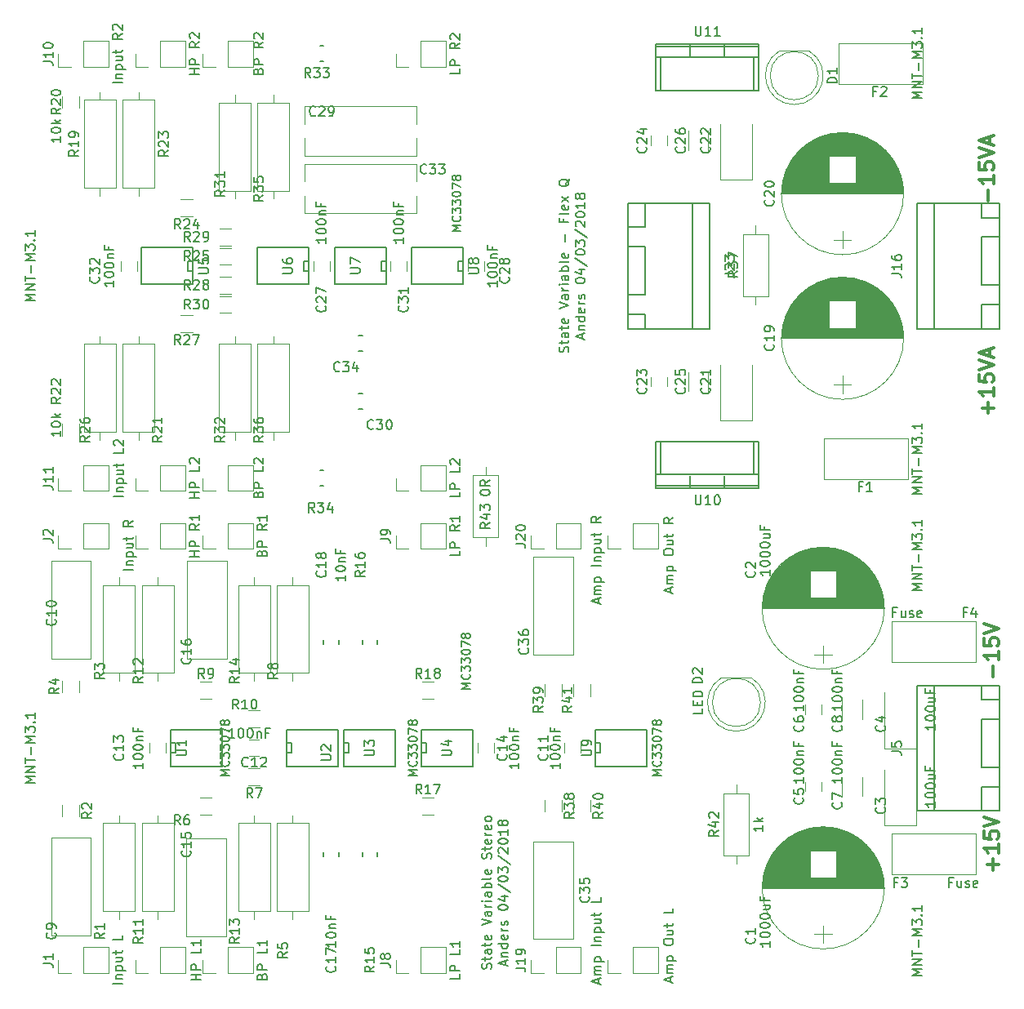
<source format=gto>
G04 #@! TF.FileFunction,Legend,Top*
%FSLAX46Y46*%
G04 Gerber Fmt 4.6, Leading zero omitted, Abs format (unit mm)*
G04 Created by KiCad (PCBNEW 4.0.7) date 03/05/18 22:52:48*
%MOMM*%
%LPD*%
G01*
G04 APERTURE LIST*
%ADD10C,0.100000*%
%ADD11C,0.200000*%
%ADD12C,0.300000*%
%ADD13C,0.127000*%
%ADD14C,0.120000*%
%ADD15C,0.150000*%
%ADD16C,0.152400*%
G04 APERTURE END LIST*
D10*
D11*
X151554762Y-129452383D02*
X151602381Y-129309526D01*
X151602381Y-129071430D01*
X151554762Y-128976192D01*
X151507143Y-128928573D01*
X151411905Y-128880954D01*
X151316667Y-128880954D01*
X151221429Y-128928573D01*
X151173810Y-128976192D01*
X151126190Y-129071430D01*
X151078571Y-129261907D01*
X151030952Y-129357145D01*
X150983333Y-129404764D01*
X150888095Y-129452383D01*
X150792857Y-129452383D01*
X150697619Y-129404764D01*
X150650000Y-129357145D01*
X150602381Y-129261907D01*
X150602381Y-129023811D01*
X150650000Y-128880954D01*
X150935714Y-128595240D02*
X150935714Y-128214288D01*
X150602381Y-128452383D02*
X151459524Y-128452383D01*
X151554762Y-128404764D01*
X151602381Y-128309526D01*
X151602381Y-128214288D01*
X151602381Y-127452382D02*
X151078571Y-127452382D01*
X150983333Y-127500001D01*
X150935714Y-127595239D01*
X150935714Y-127785716D01*
X150983333Y-127880954D01*
X151554762Y-127452382D02*
X151602381Y-127547620D01*
X151602381Y-127785716D01*
X151554762Y-127880954D01*
X151459524Y-127928573D01*
X151364286Y-127928573D01*
X151269048Y-127880954D01*
X151221429Y-127785716D01*
X151221429Y-127547620D01*
X151173810Y-127452382D01*
X150935714Y-127119049D02*
X150935714Y-126738097D01*
X150602381Y-126976192D02*
X151459524Y-126976192D01*
X151554762Y-126928573D01*
X151602381Y-126833335D01*
X151602381Y-126738097D01*
X151554762Y-126023810D02*
X151602381Y-126119048D01*
X151602381Y-126309525D01*
X151554762Y-126404763D01*
X151459524Y-126452382D01*
X151078571Y-126452382D01*
X150983333Y-126404763D01*
X150935714Y-126309525D01*
X150935714Y-126119048D01*
X150983333Y-126023810D01*
X151078571Y-125976191D01*
X151173810Y-125976191D01*
X151269048Y-126452382D01*
X150602381Y-124928572D02*
X151602381Y-124595239D01*
X150602381Y-124261905D01*
X151602381Y-123500000D02*
X151078571Y-123500000D01*
X150983333Y-123547619D01*
X150935714Y-123642857D01*
X150935714Y-123833334D01*
X150983333Y-123928572D01*
X151554762Y-123500000D02*
X151602381Y-123595238D01*
X151602381Y-123833334D01*
X151554762Y-123928572D01*
X151459524Y-123976191D01*
X151364286Y-123976191D01*
X151269048Y-123928572D01*
X151221429Y-123833334D01*
X151221429Y-123595238D01*
X151173810Y-123500000D01*
X151602381Y-123023810D02*
X150935714Y-123023810D01*
X151126190Y-123023810D02*
X151030952Y-122976191D01*
X150983333Y-122928572D01*
X150935714Y-122833334D01*
X150935714Y-122738095D01*
X151602381Y-122404762D02*
X150935714Y-122404762D01*
X150602381Y-122404762D02*
X150650000Y-122452381D01*
X150697619Y-122404762D01*
X150650000Y-122357143D01*
X150602381Y-122404762D01*
X150697619Y-122404762D01*
X151602381Y-121500000D02*
X151078571Y-121500000D01*
X150983333Y-121547619D01*
X150935714Y-121642857D01*
X150935714Y-121833334D01*
X150983333Y-121928572D01*
X151554762Y-121500000D02*
X151602381Y-121595238D01*
X151602381Y-121833334D01*
X151554762Y-121928572D01*
X151459524Y-121976191D01*
X151364286Y-121976191D01*
X151269048Y-121928572D01*
X151221429Y-121833334D01*
X151221429Y-121595238D01*
X151173810Y-121500000D01*
X151602381Y-121023810D02*
X150602381Y-121023810D01*
X150983333Y-121023810D02*
X150935714Y-120928572D01*
X150935714Y-120738095D01*
X150983333Y-120642857D01*
X151030952Y-120595238D01*
X151126190Y-120547619D01*
X151411905Y-120547619D01*
X151507143Y-120595238D01*
X151554762Y-120642857D01*
X151602381Y-120738095D01*
X151602381Y-120928572D01*
X151554762Y-121023810D01*
X151602381Y-119976191D02*
X151554762Y-120071429D01*
X151459524Y-120119048D01*
X150602381Y-120119048D01*
X151554762Y-119214285D02*
X151602381Y-119309523D01*
X151602381Y-119500000D01*
X151554762Y-119595238D01*
X151459524Y-119642857D01*
X151078571Y-119642857D01*
X150983333Y-119595238D01*
X150935714Y-119500000D01*
X150935714Y-119309523D01*
X150983333Y-119214285D01*
X151078571Y-119166666D01*
X151173810Y-119166666D01*
X151269048Y-119642857D01*
X151221429Y-117976190D02*
X151221429Y-117214285D01*
X151078571Y-115642856D02*
X151078571Y-115976190D01*
X151602381Y-115976190D02*
X150602381Y-115976190D01*
X150602381Y-115499999D01*
X151602381Y-114976190D02*
X151554762Y-115071428D01*
X151459524Y-115119047D01*
X150602381Y-115119047D01*
X151554762Y-114214284D02*
X151602381Y-114309522D01*
X151602381Y-114499999D01*
X151554762Y-114595237D01*
X151459524Y-114642856D01*
X151078571Y-114642856D01*
X150983333Y-114595237D01*
X150935714Y-114499999D01*
X150935714Y-114309522D01*
X150983333Y-114214284D01*
X151078571Y-114166665D01*
X151173810Y-114166665D01*
X151269048Y-114642856D01*
X151602381Y-113833332D02*
X150935714Y-113309522D01*
X150935714Y-113833332D02*
X151602381Y-113309522D01*
X151697619Y-111499998D02*
X151650000Y-111595236D01*
X151554762Y-111690474D01*
X151411905Y-111833331D01*
X151364286Y-111928570D01*
X151364286Y-112023808D01*
X151602381Y-111976189D02*
X151554762Y-112071427D01*
X151459524Y-112166665D01*
X151269048Y-112214284D01*
X150935714Y-112214284D01*
X150745238Y-112166665D01*
X150650000Y-112071427D01*
X150602381Y-111976189D01*
X150602381Y-111785712D01*
X150650000Y-111690474D01*
X150745238Y-111595236D01*
X150935714Y-111547617D01*
X151269048Y-111547617D01*
X151459524Y-111595236D01*
X151554762Y-111690474D01*
X151602381Y-111785712D01*
X151602381Y-111976189D01*
X153016667Y-128023810D02*
X153016667Y-127547619D01*
X153302381Y-128119048D02*
X152302381Y-127785715D01*
X153302381Y-127452381D01*
X152635714Y-127119048D02*
X153302381Y-127119048D01*
X152730952Y-127119048D02*
X152683333Y-127071429D01*
X152635714Y-126976191D01*
X152635714Y-126833333D01*
X152683333Y-126738095D01*
X152778571Y-126690476D01*
X153302381Y-126690476D01*
X153302381Y-125785714D02*
X152302381Y-125785714D01*
X153254762Y-125785714D02*
X153302381Y-125880952D01*
X153302381Y-126071429D01*
X153254762Y-126166667D01*
X153207143Y-126214286D01*
X153111905Y-126261905D01*
X152826190Y-126261905D01*
X152730952Y-126214286D01*
X152683333Y-126166667D01*
X152635714Y-126071429D01*
X152635714Y-125880952D01*
X152683333Y-125785714D01*
X153254762Y-124928571D02*
X153302381Y-125023809D01*
X153302381Y-125214286D01*
X153254762Y-125309524D01*
X153159524Y-125357143D01*
X152778571Y-125357143D01*
X152683333Y-125309524D01*
X152635714Y-125214286D01*
X152635714Y-125023809D01*
X152683333Y-124928571D01*
X152778571Y-124880952D01*
X152873810Y-124880952D01*
X152969048Y-125357143D01*
X153302381Y-124452381D02*
X152635714Y-124452381D01*
X152826190Y-124452381D02*
X152730952Y-124404762D01*
X152683333Y-124357143D01*
X152635714Y-124261905D01*
X152635714Y-124166666D01*
X153254762Y-123880952D02*
X153302381Y-123785714D01*
X153302381Y-123595238D01*
X153254762Y-123499999D01*
X153159524Y-123452380D01*
X153111905Y-123452380D01*
X153016667Y-123499999D01*
X152969048Y-123595238D01*
X152969048Y-123738095D01*
X152921429Y-123833333D01*
X152826190Y-123880952D01*
X152778571Y-123880952D01*
X152683333Y-123833333D01*
X152635714Y-123738095D01*
X152635714Y-123595238D01*
X152683333Y-123499999D01*
X152302381Y-122071428D02*
X152302381Y-121976189D01*
X152350000Y-121880951D01*
X152397619Y-121833332D01*
X152492857Y-121785713D01*
X152683333Y-121738094D01*
X152921429Y-121738094D01*
X153111905Y-121785713D01*
X153207143Y-121833332D01*
X153254762Y-121880951D01*
X153302381Y-121976189D01*
X153302381Y-122071428D01*
X153254762Y-122166666D01*
X153207143Y-122214285D01*
X153111905Y-122261904D01*
X152921429Y-122309523D01*
X152683333Y-122309523D01*
X152492857Y-122261904D01*
X152397619Y-122214285D01*
X152350000Y-122166666D01*
X152302381Y-122071428D01*
X152635714Y-120880951D02*
X153302381Y-120880951D01*
X152254762Y-121119047D02*
X152969048Y-121357142D01*
X152969048Y-120738094D01*
X152254762Y-119642856D02*
X153540476Y-120499999D01*
X152302381Y-119119047D02*
X152302381Y-119023808D01*
X152350000Y-118928570D01*
X152397619Y-118880951D01*
X152492857Y-118833332D01*
X152683333Y-118785713D01*
X152921429Y-118785713D01*
X153111905Y-118833332D01*
X153207143Y-118880951D01*
X153254762Y-118928570D01*
X153302381Y-119023808D01*
X153302381Y-119119047D01*
X153254762Y-119214285D01*
X153207143Y-119261904D01*
X153111905Y-119309523D01*
X152921429Y-119357142D01*
X152683333Y-119357142D01*
X152492857Y-119309523D01*
X152397619Y-119261904D01*
X152350000Y-119214285D01*
X152302381Y-119119047D01*
X152302381Y-118452380D02*
X152302381Y-117833332D01*
X152683333Y-118166666D01*
X152683333Y-118023808D01*
X152730952Y-117928570D01*
X152778571Y-117880951D01*
X152873810Y-117833332D01*
X153111905Y-117833332D01*
X153207143Y-117880951D01*
X153254762Y-117928570D01*
X153302381Y-118023808D01*
X153302381Y-118309523D01*
X153254762Y-118404761D01*
X153207143Y-118452380D01*
X152254762Y-116690475D02*
X153540476Y-117547618D01*
X152397619Y-116404761D02*
X152350000Y-116357142D01*
X152302381Y-116261904D01*
X152302381Y-116023808D01*
X152350000Y-115928570D01*
X152397619Y-115880951D01*
X152492857Y-115833332D01*
X152588095Y-115833332D01*
X152730952Y-115880951D01*
X153302381Y-116452380D01*
X153302381Y-115833332D01*
X152302381Y-115214285D02*
X152302381Y-115119046D01*
X152350000Y-115023808D01*
X152397619Y-114976189D01*
X152492857Y-114928570D01*
X152683333Y-114880951D01*
X152921429Y-114880951D01*
X153111905Y-114928570D01*
X153207143Y-114976189D01*
X153254762Y-115023808D01*
X153302381Y-115119046D01*
X153302381Y-115214285D01*
X153254762Y-115309523D01*
X153207143Y-115357142D01*
X153111905Y-115404761D01*
X152921429Y-115452380D01*
X152683333Y-115452380D01*
X152492857Y-115404761D01*
X152397619Y-115357142D01*
X152350000Y-115309523D01*
X152302381Y-115214285D01*
X153302381Y-113928570D02*
X153302381Y-114499999D01*
X153302381Y-114214285D02*
X152302381Y-114214285D01*
X152445238Y-114309523D01*
X152540476Y-114404761D01*
X152588095Y-114499999D01*
X152730952Y-113357142D02*
X152683333Y-113452380D01*
X152635714Y-113499999D01*
X152540476Y-113547618D01*
X152492857Y-113547618D01*
X152397619Y-113499999D01*
X152350000Y-113452380D01*
X152302381Y-113357142D01*
X152302381Y-113166665D01*
X152350000Y-113071427D01*
X152397619Y-113023808D01*
X152492857Y-112976189D01*
X152540476Y-112976189D01*
X152635714Y-113023808D01*
X152683333Y-113071427D01*
X152730952Y-113166665D01*
X152730952Y-113357142D01*
X152778571Y-113452380D01*
X152826190Y-113499999D01*
X152921429Y-113547618D01*
X153111905Y-113547618D01*
X153207143Y-113499999D01*
X153254762Y-113452380D01*
X153302381Y-113357142D01*
X153302381Y-113166665D01*
X153254762Y-113071427D01*
X153207143Y-113023808D01*
X153111905Y-112976189D01*
X152921429Y-112976189D01*
X152826190Y-113023808D01*
X152778571Y-113071427D01*
X152730952Y-113166665D01*
X143554762Y-193404764D02*
X143602381Y-193261907D01*
X143602381Y-193023811D01*
X143554762Y-192928573D01*
X143507143Y-192880954D01*
X143411905Y-192833335D01*
X143316667Y-192833335D01*
X143221429Y-192880954D01*
X143173810Y-192928573D01*
X143126190Y-193023811D01*
X143078571Y-193214288D01*
X143030952Y-193309526D01*
X142983333Y-193357145D01*
X142888095Y-193404764D01*
X142792857Y-193404764D01*
X142697619Y-193357145D01*
X142650000Y-193309526D01*
X142602381Y-193214288D01*
X142602381Y-192976192D01*
X142650000Y-192833335D01*
X142935714Y-192547621D02*
X142935714Y-192166669D01*
X142602381Y-192404764D02*
X143459524Y-192404764D01*
X143554762Y-192357145D01*
X143602381Y-192261907D01*
X143602381Y-192166669D01*
X143602381Y-191404763D02*
X143078571Y-191404763D01*
X142983333Y-191452382D01*
X142935714Y-191547620D01*
X142935714Y-191738097D01*
X142983333Y-191833335D01*
X143554762Y-191404763D02*
X143602381Y-191500001D01*
X143602381Y-191738097D01*
X143554762Y-191833335D01*
X143459524Y-191880954D01*
X143364286Y-191880954D01*
X143269048Y-191833335D01*
X143221429Y-191738097D01*
X143221429Y-191500001D01*
X143173810Y-191404763D01*
X142935714Y-191071430D02*
X142935714Y-190690478D01*
X142602381Y-190928573D02*
X143459524Y-190928573D01*
X143554762Y-190880954D01*
X143602381Y-190785716D01*
X143602381Y-190690478D01*
X143554762Y-189976191D02*
X143602381Y-190071429D01*
X143602381Y-190261906D01*
X143554762Y-190357144D01*
X143459524Y-190404763D01*
X143078571Y-190404763D01*
X142983333Y-190357144D01*
X142935714Y-190261906D01*
X142935714Y-190071429D01*
X142983333Y-189976191D01*
X143078571Y-189928572D01*
X143173810Y-189928572D01*
X143269048Y-190404763D01*
X142602381Y-188880953D02*
X143602381Y-188547620D01*
X142602381Y-188214286D01*
X143602381Y-187452381D02*
X143078571Y-187452381D01*
X142983333Y-187500000D01*
X142935714Y-187595238D01*
X142935714Y-187785715D01*
X142983333Y-187880953D01*
X143554762Y-187452381D02*
X143602381Y-187547619D01*
X143602381Y-187785715D01*
X143554762Y-187880953D01*
X143459524Y-187928572D01*
X143364286Y-187928572D01*
X143269048Y-187880953D01*
X143221429Y-187785715D01*
X143221429Y-187547619D01*
X143173810Y-187452381D01*
X143602381Y-186976191D02*
X142935714Y-186976191D01*
X143126190Y-186976191D02*
X143030952Y-186928572D01*
X142983333Y-186880953D01*
X142935714Y-186785715D01*
X142935714Y-186690476D01*
X143602381Y-186357143D02*
X142935714Y-186357143D01*
X142602381Y-186357143D02*
X142650000Y-186404762D01*
X142697619Y-186357143D01*
X142650000Y-186309524D01*
X142602381Y-186357143D01*
X142697619Y-186357143D01*
X143602381Y-185452381D02*
X143078571Y-185452381D01*
X142983333Y-185500000D01*
X142935714Y-185595238D01*
X142935714Y-185785715D01*
X142983333Y-185880953D01*
X143554762Y-185452381D02*
X143602381Y-185547619D01*
X143602381Y-185785715D01*
X143554762Y-185880953D01*
X143459524Y-185928572D01*
X143364286Y-185928572D01*
X143269048Y-185880953D01*
X143221429Y-185785715D01*
X143221429Y-185547619D01*
X143173810Y-185452381D01*
X143602381Y-184976191D02*
X142602381Y-184976191D01*
X142983333Y-184976191D02*
X142935714Y-184880953D01*
X142935714Y-184690476D01*
X142983333Y-184595238D01*
X143030952Y-184547619D01*
X143126190Y-184500000D01*
X143411905Y-184500000D01*
X143507143Y-184547619D01*
X143554762Y-184595238D01*
X143602381Y-184690476D01*
X143602381Y-184880953D01*
X143554762Y-184976191D01*
X143602381Y-183928572D02*
X143554762Y-184023810D01*
X143459524Y-184071429D01*
X142602381Y-184071429D01*
X143554762Y-183166666D02*
X143602381Y-183261904D01*
X143602381Y-183452381D01*
X143554762Y-183547619D01*
X143459524Y-183595238D01*
X143078571Y-183595238D01*
X142983333Y-183547619D01*
X142935714Y-183452381D01*
X142935714Y-183261904D01*
X142983333Y-183166666D01*
X143078571Y-183119047D01*
X143173810Y-183119047D01*
X143269048Y-183595238D01*
X143554762Y-181976190D02*
X143602381Y-181833333D01*
X143602381Y-181595237D01*
X143554762Y-181499999D01*
X143507143Y-181452380D01*
X143411905Y-181404761D01*
X143316667Y-181404761D01*
X143221429Y-181452380D01*
X143173810Y-181499999D01*
X143126190Y-181595237D01*
X143078571Y-181785714D01*
X143030952Y-181880952D01*
X142983333Y-181928571D01*
X142888095Y-181976190D01*
X142792857Y-181976190D01*
X142697619Y-181928571D01*
X142650000Y-181880952D01*
X142602381Y-181785714D01*
X142602381Y-181547618D01*
X142650000Y-181404761D01*
X142935714Y-181119047D02*
X142935714Y-180738095D01*
X142602381Y-180976190D02*
X143459524Y-180976190D01*
X143554762Y-180928571D01*
X143602381Y-180833333D01*
X143602381Y-180738095D01*
X143554762Y-180023808D02*
X143602381Y-180119046D01*
X143602381Y-180309523D01*
X143554762Y-180404761D01*
X143459524Y-180452380D01*
X143078571Y-180452380D01*
X142983333Y-180404761D01*
X142935714Y-180309523D01*
X142935714Y-180119046D01*
X142983333Y-180023808D01*
X143078571Y-179976189D01*
X143173810Y-179976189D01*
X143269048Y-180452380D01*
X143602381Y-179547618D02*
X142935714Y-179547618D01*
X143126190Y-179547618D02*
X143030952Y-179499999D01*
X142983333Y-179452380D01*
X142935714Y-179357142D01*
X142935714Y-179261903D01*
X143554762Y-178547617D02*
X143602381Y-178642855D01*
X143602381Y-178833332D01*
X143554762Y-178928570D01*
X143459524Y-178976189D01*
X143078571Y-178976189D01*
X142983333Y-178928570D01*
X142935714Y-178833332D01*
X142935714Y-178642855D01*
X142983333Y-178547617D01*
X143078571Y-178499998D01*
X143173810Y-178499998D01*
X143269048Y-178976189D01*
X143602381Y-177928570D02*
X143554762Y-178023808D01*
X143507143Y-178071427D01*
X143411905Y-178119046D01*
X143126190Y-178119046D01*
X143030952Y-178071427D01*
X142983333Y-178023808D01*
X142935714Y-177928570D01*
X142935714Y-177785712D01*
X142983333Y-177690474D01*
X143030952Y-177642855D01*
X143126190Y-177595236D01*
X143411905Y-177595236D01*
X143507143Y-177642855D01*
X143554762Y-177690474D01*
X143602381Y-177785712D01*
X143602381Y-177928570D01*
X145016667Y-193023810D02*
X145016667Y-192547619D01*
X145302381Y-193119048D02*
X144302381Y-192785715D01*
X145302381Y-192452381D01*
X144635714Y-192119048D02*
X145302381Y-192119048D01*
X144730952Y-192119048D02*
X144683333Y-192071429D01*
X144635714Y-191976191D01*
X144635714Y-191833333D01*
X144683333Y-191738095D01*
X144778571Y-191690476D01*
X145302381Y-191690476D01*
X145302381Y-190785714D02*
X144302381Y-190785714D01*
X145254762Y-190785714D02*
X145302381Y-190880952D01*
X145302381Y-191071429D01*
X145254762Y-191166667D01*
X145207143Y-191214286D01*
X145111905Y-191261905D01*
X144826190Y-191261905D01*
X144730952Y-191214286D01*
X144683333Y-191166667D01*
X144635714Y-191071429D01*
X144635714Y-190880952D01*
X144683333Y-190785714D01*
X145254762Y-189928571D02*
X145302381Y-190023809D01*
X145302381Y-190214286D01*
X145254762Y-190309524D01*
X145159524Y-190357143D01*
X144778571Y-190357143D01*
X144683333Y-190309524D01*
X144635714Y-190214286D01*
X144635714Y-190023809D01*
X144683333Y-189928571D01*
X144778571Y-189880952D01*
X144873810Y-189880952D01*
X144969048Y-190357143D01*
X145302381Y-189452381D02*
X144635714Y-189452381D01*
X144826190Y-189452381D02*
X144730952Y-189404762D01*
X144683333Y-189357143D01*
X144635714Y-189261905D01*
X144635714Y-189166666D01*
X145254762Y-188880952D02*
X145302381Y-188785714D01*
X145302381Y-188595238D01*
X145254762Y-188499999D01*
X145159524Y-188452380D01*
X145111905Y-188452380D01*
X145016667Y-188499999D01*
X144969048Y-188595238D01*
X144969048Y-188738095D01*
X144921429Y-188833333D01*
X144826190Y-188880952D01*
X144778571Y-188880952D01*
X144683333Y-188833333D01*
X144635714Y-188738095D01*
X144635714Y-188595238D01*
X144683333Y-188499999D01*
X144302381Y-187071428D02*
X144302381Y-186976189D01*
X144350000Y-186880951D01*
X144397619Y-186833332D01*
X144492857Y-186785713D01*
X144683333Y-186738094D01*
X144921429Y-186738094D01*
X145111905Y-186785713D01*
X145207143Y-186833332D01*
X145254762Y-186880951D01*
X145302381Y-186976189D01*
X145302381Y-187071428D01*
X145254762Y-187166666D01*
X145207143Y-187214285D01*
X145111905Y-187261904D01*
X144921429Y-187309523D01*
X144683333Y-187309523D01*
X144492857Y-187261904D01*
X144397619Y-187214285D01*
X144350000Y-187166666D01*
X144302381Y-187071428D01*
X144635714Y-185880951D02*
X145302381Y-185880951D01*
X144254762Y-186119047D02*
X144969048Y-186357142D01*
X144969048Y-185738094D01*
X144254762Y-184642856D02*
X145540476Y-185499999D01*
X144302381Y-184119047D02*
X144302381Y-184023808D01*
X144350000Y-183928570D01*
X144397619Y-183880951D01*
X144492857Y-183833332D01*
X144683333Y-183785713D01*
X144921429Y-183785713D01*
X145111905Y-183833332D01*
X145207143Y-183880951D01*
X145254762Y-183928570D01*
X145302381Y-184023808D01*
X145302381Y-184119047D01*
X145254762Y-184214285D01*
X145207143Y-184261904D01*
X145111905Y-184309523D01*
X144921429Y-184357142D01*
X144683333Y-184357142D01*
X144492857Y-184309523D01*
X144397619Y-184261904D01*
X144350000Y-184214285D01*
X144302381Y-184119047D01*
X144302381Y-183452380D02*
X144302381Y-182833332D01*
X144683333Y-183166666D01*
X144683333Y-183023808D01*
X144730952Y-182928570D01*
X144778571Y-182880951D01*
X144873810Y-182833332D01*
X145111905Y-182833332D01*
X145207143Y-182880951D01*
X145254762Y-182928570D01*
X145302381Y-183023808D01*
X145302381Y-183309523D01*
X145254762Y-183404761D01*
X145207143Y-183452380D01*
X144254762Y-181690475D02*
X145540476Y-182547618D01*
X144397619Y-181404761D02*
X144350000Y-181357142D01*
X144302381Y-181261904D01*
X144302381Y-181023808D01*
X144350000Y-180928570D01*
X144397619Y-180880951D01*
X144492857Y-180833332D01*
X144588095Y-180833332D01*
X144730952Y-180880951D01*
X145302381Y-181452380D01*
X145302381Y-180833332D01*
X144302381Y-180214285D02*
X144302381Y-180119046D01*
X144350000Y-180023808D01*
X144397619Y-179976189D01*
X144492857Y-179928570D01*
X144683333Y-179880951D01*
X144921429Y-179880951D01*
X145111905Y-179928570D01*
X145207143Y-179976189D01*
X145254762Y-180023808D01*
X145302381Y-180119046D01*
X145302381Y-180214285D01*
X145254762Y-180309523D01*
X145207143Y-180357142D01*
X145111905Y-180404761D01*
X144921429Y-180452380D01*
X144683333Y-180452380D01*
X144492857Y-180404761D01*
X144397619Y-180357142D01*
X144350000Y-180309523D01*
X144302381Y-180214285D01*
X145302381Y-178928570D02*
X145302381Y-179499999D01*
X145302381Y-179214285D02*
X144302381Y-179214285D01*
X144445238Y-179309523D01*
X144540476Y-179404761D01*
X144588095Y-179499999D01*
X144730952Y-178357142D02*
X144683333Y-178452380D01*
X144635714Y-178499999D01*
X144540476Y-178547618D01*
X144492857Y-178547618D01*
X144397619Y-178499999D01*
X144350000Y-178452380D01*
X144302381Y-178357142D01*
X144302381Y-178166665D01*
X144350000Y-178071427D01*
X144397619Y-178023808D01*
X144492857Y-177976189D01*
X144540476Y-177976189D01*
X144635714Y-178023808D01*
X144683333Y-178071427D01*
X144730952Y-178166665D01*
X144730952Y-178357142D01*
X144778571Y-178452380D01*
X144826190Y-178499999D01*
X144921429Y-178547618D01*
X145111905Y-178547618D01*
X145207143Y-178499999D01*
X145254762Y-178452380D01*
X145302381Y-178357142D01*
X145302381Y-178166665D01*
X145254762Y-178071427D01*
X145207143Y-178023808D01*
X145111905Y-177976189D01*
X144921429Y-177976189D01*
X144826190Y-178023808D01*
X144778571Y-178071427D01*
X144730952Y-178166665D01*
D12*
X195607143Y-163142856D02*
X195607143Y-161999999D01*
X196178571Y-160499999D02*
X196178571Y-161357142D01*
X196178571Y-160928570D02*
X194678571Y-160928570D01*
X194892857Y-161071427D01*
X195035714Y-161214285D01*
X195107143Y-161357142D01*
X194678571Y-159142856D02*
X194678571Y-159857142D01*
X195392857Y-159928571D01*
X195321429Y-159857142D01*
X195250000Y-159714285D01*
X195250000Y-159357142D01*
X195321429Y-159214285D01*
X195392857Y-159142856D01*
X195535714Y-159071428D01*
X195892857Y-159071428D01*
X196035714Y-159142856D01*
X196107143Y-159214285D01*
X196178571Y-159357142D01*
X196178571Y-159714285D01*
X196107143Y-159857142D01*
X196035714Y-159928571D01*
X194678571Y-158642857D02*
X196178571Y-158142857D01*
X194678571Y-157642857D01*
X195607143Y-183142856D02*
X195607143Y-181999999D01*
X196178571Y-182571428D02*
X195035714Y-182571428D01*
X196178571Y-180499999D02*
X196178571Y-181357142D01*
X196178571Y-180928570D02*
X194678571Y-180928570D01*
X194892857Y-181071427D01*
X195035714Y-181214285D01*
X195107143Y-181357142D01*
X194678571Y-179142856D02*
X194678571Y-179857142D01*
X195392857Y-179928571D01*
X195321429Y-179857142D01*
X195250000Y-179714285D01*
X195250000Y-179357142D01*
X195321429Y-179214285D01*
X195392857Y-179142856D01*
X195535714Y-179071428D01*
X195892857Y-179071428D01*
X196035714Y-179142856D01*
X196107143Y-179214285D01*
X196178571Y-179357142D01*
X196178571Y-179714285D01*
X196107143Y-179857142D01*
X196035714Y-179928571D01*
X194678571Y-178642857D02*
X196178571Y-178142857D01*
X194678571Y-177642857D01*
X195107143Y-113785713D02*
X195107143Y-112642856D01*
X195678571Y-111142856D02*
X195678571Y-111999999D01*
X195678571Y-111571427D02*
X194178571Y-111571427D01*
X194392857Y-111714284D01*
X194535714Y-111857142D01*
X194607143Y-111999999D01*
X194178571Y-109785713D02*
X194178571Y-110499999D01*
X194892857Y-110571428D01*
X194821429Y-110499999D01*
X194750000Y-110357142D01*
X194750000Y-109999999D01*
X194821429Y-109857142D01*
X194892857Y-109785713D01*
X195035714Y-109714285D01*
X195392857Y-109714285D01*
X195535714Y-109785713D01*
X195607143Y-109857142D01*
X195678571Y-109999999D01*
X195678571Y-110357142D01*
X195607143Y-110499999D01*
X195535714Y-110571428D01*
X194178571Y-109285714D02*
X195678571Y-108785714D01*
X194178571Y-108285714D01*
X195250000Y-107857143D02*
X195250000Y-107142857D01*
X195678571Y-108000000D02*
X194178571Y-107500000D01*
X195678571Y-107000000D01*
X195107143Y-135785713D02*
X195107143Y-134642856D01*
X195678571Y-135214285D02*
X194535714Y-135214285D01*
X195678571Y-133142856D02*
X195678571Y-133999999D01*
X195678571Y-133571427D02*
X194178571Y-133571427D01*
X194392857Y-133714284D01*
X194535714Y-133857142D01*
X194607143Y-133999999D01*
X194178571Y-131785713D02*
X194178571Y-132499999D01*
X194892857Y-132571428D01*
X194821429Y-132499999D01*
X194750000Y-132357142D01*
X194750000Y-131999999D01*
X194821429Y-131857142D01*
X194892857Y-131785713D01*
X195035714Y-131714285D01*
X195392857Y-131714285D01*
X195535714Y-131785713D01*
X195607143Y-131857142D01*
X195678571Y-131999999D01*
X195678571Y-132357142D01*
X195607143Y-132499999D01*
X195535714Y-132571428D01*
X194178571Y-131285714D02*
X195678571Y-130785714D01*
X194178571Y-130285714D01*
X195250000Y-129857143D02*
X195250000Y-129142857D01*
X195678571Y-130000000D02*
X194178571Y-129500000D01*
X195678571Y-129000000D01*
D13*
X124667000Y-118595000D02*
X119333000Y-118595000D01*
X119333000Y-122405000D02*
X124667000Y-122405000D01*
X124667000Y-122405000D02*
X124667000Y-118595000D01*
X124667000Y-121008000D02*
X124159000Y-121008000D01*
X124159000Y-121008000D02*
X124159000Y-119992000D01*
X124159000Y-119992000D02*
X124667000Y-119992000D01*
X119333000Y-122405000D02*
X119333000Y-118595000D01*
D14*
X184340000Y-185000000D02*
G75*
G03X184340000Y-185000000I-6340000J0D01*
G01*
X171700000Y-185000000D02*
X184300000Y-185000000D01*
X171700000Y-184960000D02*
X184300000Y-184960000D01*
X171700000Y-184920000D02*
X184300000Y-184920000D01*
X171701000Y-184880000D02*
X184299000Y-184880000D01*
X171702000Y-184840000D02*
X184298000Y-184840000D01*
X171703000Y-184800000D02*
X184297000Y-184800000D01*
X171704000Y-184760000D02*
X184296000Y-184760000D01*
X171706000Y-184720000D02*
X184294000Y-184720000D01*
X171708000Y-184680000D02*
X184292000Y-184680000D01*
X171710000Y-184640000D02*
X184290000Y-184640000D01*
X171712000Y-184600000D02*
X184288000Y-184600000D01*
X171715000Y-184560000D02*
X184285000Y-184560000D01*
X171718000Y-184520000D02*
X184282000Y-184520000D01*
X171721000Y-184480000D02*
X184279000Y-184480000D01*
X171724000Y-184440000D02*
X184276000Y-184440000D01*
X171728000Y-184400000D02*
X184272000Y-184400000D01*
X171732000Y-184360000D02*
X184268000Y-184360000D01*
X171736000Y-184320000D02*
X184264000Y-184320000D01*
X171741000Y-184279000D02*
X184259000Y-184279000D01*
X171745000Y-184239000D02*
X184255000Y-184239000D01*
X171750000Y-184199000D02*
X184250000Y-184199000D01*
X171755000Y-184159000D02*
X184245000Y-184159000D01*
X171761000Y-184119000D02*
X184239000Y-184119000D01*
X171767000Y-184079000D02*
X184233000Y-184079000D01*
X171773000Y-184039000D02*
X184227000Y-184039000D01*
X171779000Y-183999000D02*
X184221000Y-183999000D01*
X171785000Y-183959000D02*
X184215000Y-183959000D01*
X171792000Y-183919000D02*
X184208000Y-183919000D01*
X171799000Y-183879000D02*
X176620000Y-183879000D01*
X179380000Y-183879000D02*
X184201000Y-183879000D01*
X171807000Y-183839000D02*
X176620000Y-183839000D01*
X179380000Y-183839000D02*
X184193000Y-183839000D01*
X171814000Y-183799000D02*
X176620000Y-183799000D01*
X179380000Y-183799000D02*
X184186000Y-183799000D01*
X171822000Y-183759000D02*
X176620000Y-183759000D01*
X179380000Y-183759000D02*
X184178000Y-183759000D01*
X171830000Y-183719000D02*
X176620000Y-183719000D01*
X179380000Y-183719000D02*
X184170000Y-183719000D01*
X171838000Y-183679000D02*
X176620000Y-183679000D01*
X179380000Y-183679000D02*
X184162000Y-183679000D01*
X171847000Y-183639000D02*
X176620000Y-183639000D01*
X179380000Y-183639000D02*
X184153000Y-183639000D01*
X171856000Y-183599000D02*
X176620000Y-183599000D01*
X179380000Y-183599000D02*
X184144000Y-183599000D01*
X171865000Y-183559000D02*
X176620000Y-183559000D01*
X179380000Y-183559000D02*
X184135000Y-183559000D01*
X171875000Y-183519000D02*
X176620000Y-183519000D01*
X179380000Y-183519000D02*
X184125000Y-183519000D01*
X171884000Y-183479000D02*
X176620000Y-183479000D01*
X179380000Y-183479000D02*
X184116000Y-183479000D01*
X171894000Y-183439000D02*
X176620000Y-183439000D01*
X179380000Y-183439000D02*
X184106000Y-183439000D01*
X171905000Y-183399000D02*
X176620000Y-183399000D01*
X179380000Y-183399000D02*
X184095000Y-183399000D01*
X171915000Y-183359000D02*
X176620000Y-183359000D01*
X179380000Y-183359000D02*
X184085000Y-183359000D01*
X171926000Y-183319000D02*
X176620000Y-183319000D01*
X179380000Y-183319000D02*
X184074000Y-183319000D01*
X171937000Y-183279000D02*
X176620000Y-183279000D01*
X179380000Y-183279000D02*
X184063000Y-183279000D01*
X171949000Y-183239000D02*
X176620000Y-183239000D01*
X179380000Y-183239000D02*
X184051000Y-183239000D01*
X171960000Y-183199000D02*
X176620000Y-183199000D01*
X179380000Y-183199000D02*
X184040000Y-183199000D01*
X171972000Y-183159000D02*
X176620000Y-183159000D01*
X179380000Y-183159000D02*
X184028000Y-183159000D01*
X171985000Y-183119000D02*
X176620000Y-183119000D01*
X179380000Y-183119000D02*
X184015000Y-183119000D01*
X171997000Y-183079000D02*
X176620000Y-183079000D01*
X179380000Y-183079000D02*
X184003000Y-183079000D01*
X172010000Y-183039000D02*
X176620000Y-183039000D01*
X179380000Y-183039000D02*
X183990000Y-183039000D01*
X172023000Y-182999000D02*
X176620000Y-182999000D01*
X179380000Y-182999000D02*
X183977000Y-182999000D01*
X172037000Y-182959000D02*
X176620000Y-182959000D01*
X179380000Y-182959000D02*
X183963000Y-182959000D01*
X172050000Y-182919000D02*
X176620000Y-182919000D01*
X179380000Y-182919000D02*
X183950000Y-182919000D01*
X172064000Y-182879000D02*
X176620000Y-182879000D01*
X179380000Y-182879000D02*
X183936000Y-182879000D01*
X172079000Y-182839000D02*
X176620000Y-182839000D01*
X179380000Y-182839000D02*
X183921000Y-182839000D01*
X172093000Y-182799000D02*
X176620000Y-182799000D01*
X179380000Y-182799000D02*
X183907000Y-182799000D01*
X172108000Y-182759000D02*
X176620000Y-182759000D01*
X179380000Y-182759000D02*
X183892000Y-182759000D01*
X172124000Y-182719000D02*
X176620000Y-182719000D01*
X179380000Y-182719000D02*
X183876000Y-182719000D01*
X172139000Y-182679000D02*
X176620000Y-182679000D01*
X179380000Y-182679000D02*
X183861000Y-182679000D01*
X172155000Y-182639000D02*
X176620000Y-182639000D01*
X179380000Y-182639000D02*
X183845000Y-182639000D01*
X172171000Y-182599000D02*
X176620000Y-182599000D01*
X179380000Y-182599000D02*
X183829000Y-182599000D01*
X172188000Y-182559000D02*
X176620000Y-182559000D01*
X179380000Y-182559000D02*
X183812000Y-182559000D01*
X172205000Y-182519000D02*
X176620000Y-182519000D01*
X179380000Y-182519000D02*
X183795000Y-182519000D01*
X172222000Y-182479000D02*
X176620000Y-182479000D01*
X179380000Y-182479000D02*
X183778000Y-182479000D01*
X172239000Y-182439000D02*
X176620000Y-182439000D01*
X179380000Y-182439000D02*
X183761000Y-182439000D01*
X172257000Y-182399000D02*
X176620000Y-182399000D01*
X179380000Y-182399000D02*
X183743000Y-182399000D01*
X172275000Y-182359000D02*
X176620000Y-182359000D01*
X179380000Y-182359000D02*
X183725000Y-182359000D01*
X172294000Y-182319000D02*
X176620000Y-182319000D01*
X179380000Y-182319000D02*
X183706000Y-182319000D01*
X172313000Y-182279000D02*
X176620000Y-182279000D01*
X179380000Y-182279000D02*
X183687000Y-182279000D01*
X172332000Y-182239000D02*
X176620000Y-182239000D01*
X179380000Y-182239000D02*
X183668000Y-182239000D01*
X172351000Y-182199000D02*
X176620000Y-182199000D01*
X179380000Y-182199000D02*
X183649000Y-182199000D01*
X172371000Y-182159000D02*
X176620000Y-182159000D01*
X179380000Y-182159000D02*
X183629000Y-182159000D01*
X172391000Y-182119000D02*
X176620000Y-182119000D01*
X179380000Y-182119000D02*
X183609000Y-182119000D01*
X172412000Y-182079000D02*
X176620000Y-182079000D01*
X179380000Y-182079000D02*
X183588000Y-182079000D01*
X172433000Y-182039000D02*
X176620000Y-182039000D01*
X179380000Y-182039000D02*
X183567000Y-182039000D01*
X172454000Y-181999000D02*
X176620000Y-181999000D01*
X179380000Y-181999000D02*
X183546000Y-181999000D01*
X172476000Y-181959000D02*
X176620000Y-181959000D01*
X179380000Y-181959000D02*
X183524000Y-181959000D01*
X172498000Y-181919000D02*
X176620000Y-181919000D01*
X179380000Y-181919000D02*
X183502000Y-181919000D01*
X172520000Y-181879000D02*
X176620000Y-181879000D01*
X179380000Y-181879000D02*
X183480000Y-181879000D01*
X172543000Y-181839000D02*
X176620000Y-181839000D01*
X179380000Y-181839000D02*
X183457000Y-181839000D01*
X172566000Y-181799000D02*
X176620000Y-181799000D01*
X179380000Y-181799000D02*
X183434000Y-181799000D01*
X172590000Y-181759000D02*
X176620000Y-181759000D01*
X179380000Y-181759000D02*
X183410000Y-181759000D01*
X172614000Y-181719000D02*
X176620000Y-181719000D01*
X179380000Y-181719000D02*
X183386000Y-181719000D01*
X172638000Y-181679000D02*
X176620000Y-181679000D01*
X179380000Y-181679000D02*
X183362000Y-181679000D01*
X172663000Y-181639000D02*
X176620000Y-181639000D01*
X179380000Y-181639000D02*
X183337000Y-181639000D01*
X172688000Y-181599000D02*
X176620000Y-181599000D01*
X179380000Y-181599000D02*
X183312000Y-181599000D01*
X172714000Y-181559000D02*
X176620000Y-181559000D01*
X179380000Y-181559000D02*
X183286000Y-181559000D01*
X172740000Y-181519000D02*
X176620000Y-181519000D01*
X179380000Y-181519000D02*
X183260000Y-181519000D01*
X172766000Y-181479000D02*
X176620000Y-181479000D01*
X179380000Y-181479000D02*
X183234000Y-181479000D01*
X172793000Y-181439000D02*
X176620000Y-181439000D01*
X179380000Y-181439000D02*
X183207000Y-181439000D01*
X172821000Y-181399000D02*
X176620000Y-181399000D01*
X179380000Y-181399000D02*
X183179000Y-181399000D01*
X172849000Y-181359000D02*
X176620000Y-181359000D01*
X179380000Y-181359000D02*
X183151000Y-181359000D01*
X172877000Y-181319000D02*
X176620000Y-181319000D01*
X179380000Y-181319000D02*
X183123000Y-181319000D01*
X172906000Y-181279000D02*
X176620000Y-181279000D01*
X179380000Y-181279000D02*
X183094000Y-181279000D01*
X172935000Y-181239000D02*
X176620000Y-181239000D01*
X179380000Y-181239000D02*
X183065000Y-181239000D01*
X172965000Y-181199000D02*
X176620000Y-181199000D01*
X179380000Y-181199000D02*
X183035000Y-181199000D01*
X172995000Y-181159000D02*
X176620000Y-181159000D01*
X179380000Y-181159000D02*
X183005000Y-181159000D01*
X173025000Y-181119000D02*
X182975000Y-181119000D01*
X173057000Y-181079000D02*
X182943000Y-181079000D01*
X173088000Y-181039000D02*
X182912000Y-181039000D01*
X173121000Y-180999000D02*
X182879000Y-180999000D01*
X173153000Y-180959000D02*
X182847000Y-180959000D01*
X173187000Y-180919000D02*
X182813000Y-180919000D01*
X173221000Y-180879000D02*
X182779000Y-180879000D01*
X173255000Y-180839000D02*
X182745000Y-180839000D01*
X173290000Y-180799000D02*
X182710000Y-180799000D01*
X173326000Y-180759000D02*
X182674000Y-180759000D01*
X173362000Y-180719000D02*
X182638000Y-180719000D01*
X173399000Y-180679000D02*
X182601000Y-180679000D01*
X173437000Y-180639000D02*
X182563000Y-180639000D01*
X173475000Y-180599000D02*
X182525000Y-180599000D01*
X173514000Y-180559000D02*
X182486000Y-180559000D01*
X173553000Y-180519000D02*
X182447000Y-180519000D01*
X173594000Y-180479000D02*
X182406000Y-180479000D01*
X173635000Y-180439000D02*
X182365000Y-180439000D01*
X173677000Y-180399000D02*
X182323000Y-180399000D01*
X173719000Y-180359000D02*
X182281000Y-180359000D01*
X173762000Y-180319000D02*
X182238000Y-180319000D01*
X173807000Y-180279000D02*
X182193000Y-180279000D01*
X173852000Y-180239000D02*
X182148000Y-180239000D01*
X173898000Y-180199000D02*
X182102000Y-180199000D01*
X173944000Y-180159000D02*
X182056000Y-180159000D01*
X173992000Y-180119000D02*
X182008000Y-180119000D01*
X174041000Y-180079000D02*
X181959000Y-180079000D01*
X174091000Y-180039000D02*
X181909000Y-180039000D01*
X174141000Y-179999000D02*
X181859000Y-179999000D01*
X174193000Y-179959000D02*
X181807000Y-179959000D01*
X174246000Y-179919000D02*
X181754000Y-179919000D01*
X174300000Y-179879000D02*
X181700000Y-179879000D01*
X174356000Y-179839000D02*
X181644000Y-179839000D01*
X174412000Y-179799000D02*
X181588000Y-179799000D01*
X174470000Y-179759000D02*
X181530000Y-179759000D01*
X174530000Y-179719000D02*
X181470000Y-179719000D01*
X174591000Y-179679000D02*
X181409000Y-179679000D01*
X174653000Y-179639000D02*
X181347000Y-179639000D01*
X174718000Y-179599000D02*
X181282000Y-179599000D01*
X174783000Y-179559000D02*
X181217000Y-179559000D01*
X174851000Y-179519000D02*
X181149000Y-179519000D01*
X174921000Y-179479000D02*
X181079000Y-179479000D01*
X174993000Y-179439000D02*
X181007000Y-179439000D01*
X175067000Y-179399000D02*
X180933000Y-179399000D01*
X175144000Y-179359000D02*
X180856000Y-179359000D01*
X175223000Y-179319000D02*
X180777000Y-179319000D01*
X175305000Y-179279000D02*
X180695000Y-179279000D01*
X175390000Y-179239000D02*
X180610000Y-179239000D01*
X175479000Y-179199000D02*
X180521000Y-179199000D01*
X175572000Y-179159000D02*
X180428000Y-179159000D01*
X175669000Y-179119000D02*
X180331000Y-179119000D01*
X175770000Y-179079000D02*
X180230000Y-179079000D01*
X175878000Y-179039000D02*
X180122000Y-179039000D01*
X175991000Y-178999000D02*
X180009000Y-178999000D01*
X176112000Y-178959000D02*
X179888000Y-178959000D01*
X176243000Y-178919000D02*
X179757000Y-178919000D01*
X176384000Y-178879000D02*
X179616000Y-178879000D01*
X176540000Y-178839000D02*
X179460000Y-178839000D01*
X176715000Y-178799000D02*
X179285000Y-178799000D01*
X176918000Y-178759000D02*
X179082000Y-178759000D01*
X177169000Y-178719000D02*
X178831000Y-178719000D01*
X177536000Y-178679000D02*
X178464000Y-178679000D01*
X178000000Y-190700000D02*
X178000000Y-188900000D01*
X177100000Y-189800000D02*
X178900000Y-189800000D01*
X184340000Y-156000000D02*
G75*
G03X184340000Y-156000000I-6340000J0D01*
G01*
X171700000Y-156000000D02*
X184300000Y-156000000D01*
X171700000Y-155960000D02*
X184300000Y-155960000D01*
X171700000Y-155920000D02*
X184300000Y-155920000D01*
X171701000Y-155880000D02*
X184299000Y-155880000D01*
X171702000Y-155840000D02*
X184298000Y-155840000D01*
X171703000Y-155800000D02*
X184297000Y-155800000D01*
X171704000Y-155760000D02*
X184296000Y-155760000D01*
X171706000Y-155720000D02*
X184294000Y-155720000D01*
X171708000Y-155680000D02*
X184292000Y-155680000D01*
X171710000Y-155640000D02*
X184290000Y-155640000D01*
X171712000Y-155600000D02*
X184288000Y-155600000D01*
X171715000Y-155560000D02*
X184285000Y-155560000D01*
X171718000Y-155520000D02*
X184282000Y-155520000D01*
X171721000Y-155480000D02*
X184279000Y-155480000D01*
X171724000Y-155440000D02*
X184276000Y-155440000D01*
X171728000Y-155400000D02*
X184272000Y-155400000D01*
X171732000Y-155360000D02*
X184268000Y-155360000D01*
X171736000Y-155320000D02*
X184264000Y-155320000D01*
X171741000Y-155279000D02*
X184259000Y-155279000D01*
X171745000Y-155239000D02*
X184255000Y-155239000D01*
X171750000Y-155199000D02*
X184250000Y-155199000D01*
X171755000Y-155159000D02*
X184245000Y-155159000D01*
X171761000Y-155119000D02*
X184239000Y-155119000D01*
X171767000Y-155079000D02*
X184233000Y-155079000D01*
X171773000Y-155039000D02*
X184227000Y-155039000D01*
X171779000Y-154999000D02*
X184221000Y-154999000D01*
X171785000Y-154959000D02*
X184215000Y-154959000D01*
X171792000Y-154919000D02*
X184208000Y-154919000D01*
X171799000Y-154879000D02*
X176620000Y-154879000D01*
X179380000Y-154879000D02*
X184201000Y-154879000D01*
X171807000Y-154839000D02*
X176620000Y-154839000D01*
X179380000Y-154839000D02*
X184193000Y-154839000D01*
X171814000Y-154799000D02*
X176620000Y-154799000D01*
X179380000Y-154799000D02*
X184186000Y-154799000D01*
X171822000Y-154759000D02*
X176620000Y-154759000D01*
X179380000Y-154759000D02*
X184178000Y-154759000D01*
X171830000Y-154719000D02*
X176620000Y-154719000D01*
X179380000Y-154719000D02*
X184170000Y-154719000D01*
X171838000Y-154679000D02*
X176620000Y-154679000D01*
X179380000Y-154679000D02*
X184162000Y-154679000D01*
X171847000Y-154639000D02*
X176620000Y-154639000D01*
X179380000Y-154639000D02*
X184153000Y-154639000D01*
X171856000Y-154599000D02*
X176620000Y-154599000D01*
X179380000Y-154599000D02*
X184144000Y-154599000D01*
X171865000Y-154559000D02*
X176620000Y-154559000D01*
X179380000Y-154559000D02*
X184135000Y-154559000D01*
X171875000Y-154519000D02*
X176620000Y-154519000D01*
X179380000Y-154519000D02*
X184125000Y-154519000D01*
X171884000Y-154479000D02*
X176620000Y-154479000D01*
X179380000Y-154479000D02*
X184116000Y-154479000D01*
X171894000Y-154439000D02*
X176620000Y-154439000D01*
X179380000Y-154439000D02*
X184106000Y-154439000D01*
X171905000Y-154399000D02*
X176620000Y-154399000D01*
X179380000Y-154399000D02*
X184095000Y-154399000D01*
X171915000Y-154359000D02*
X176620000Y-154359000D01*
X179380000Y-154359000D02*
X184085000Y-154359000D01*
X171926000Y-154319000D02*
X176620000Y-154319000D01*
X179380000Y-154319000D02*
X184074000Y-154319000D01*
X171937000Y-154279000D02*
X176620000Y-154279000D01*
X179380000Y-154279000D02*
X184063000Y-154279000D01*
X171949000Y-154239000D02*
X176620000Y-154239000D01*
X179380000Y-154239000D02*
X184051000Y-154239000D01*
X171960000Y-154199000D02*
X176620000Y-154199000D01*
X179380000Y-154199000D02*
X184040000Y-154199000D01*
X171972000Y-154159000D02*
X176620000Y-154159000D01*
X179380000Y-154159000D02*
X184028000Y-154159000D01*
X171985000Y-154119000D02*
X176620000Y-154119000D01*
X179380000Y-154119000D02*
X184015000Y-154119000D01*
X171997000Y-154079000D02*
X176620000Y-154079000D01*
X179380000Y-154079000D02*
X184003000Y-154079000D01*
X172010000Y-154039000D02*
X176620000Y-154039000D01*
X179380000Y-154039000D02*
X183990000Y-154039000D01*
X172023000Y-153999000D02*
X176620000Y-153999000D01*
X179380000Y-153999000D02*
X183977000Y-153999000D01*
X172037000Y-153959000D02*
X176620000Y-153959000D01*
X179380000Y-153959000D02*
X183963000Y-153959000D01*
X172050000Y-153919000D02*
X176620000Y-153919000D01*
X179380000Y-153919000D02*
X183950000Y-153919000D01*
X172064000Y-153879000D02*
X176620000Y-153879000D01*
X179380000Y-153879000D02*
X183936000Y-153879000D01*
X172079000Y-153839000D02*
X176620000Y-153839000D01*
X179380000Y-153839000D02*
X183921000Y-153839000D01*
X172093000Y-153799000D02*
X176620000Y-153799000D01*
X179380000Y-153799000D02*
X183907000Y-153799000D01*
X172108000Y-153759000D02*
X176620000Y-153759000D01*
X179380000Y-153759000D02*
X183892000Y-153759000D01*
X172124000Y-153719000D02*
X176620000Y-153719000D01*
X179380000Y-153719000D02*
X183876000Y-153719000D01*
X172139000Y-153679000D02*
X176620000Y-153679000D01*
X179380000Y-153679000D02*
X183861000Y-153679000D01*
X172155000Y-153639000D02*
X176620000Y-153639000D01*
X179380000Y-153639000D02*
X183845000Y-153639000D01*
X172171000Y-153599000D02*
X176620000Y-153599000D01*
X179380000Y-153599000D02*
X183829000Y-153599000D01*
X172188000Y-153559000D02*
X176620000Y-153559000D01*
X179380000Y-153559000D02*
X183812000Y-153559000D01*
X172205000Y-153519000D02*
X176620000Y-153519000D01*
X179380000Y-153519000D02*
X183795000Y-153519000D01*
X172222000Y-153479000D02*
X176620000Y-153479000D01*
X179380000Y-153479000D02*
X183778000Y-153479000D01*
X172239000Y-153439000D02*
X176620000Y-153439000D01*
X179380000Y-153439000D02*
X183761000Y-153439000D01*
X172257000Y-153399000D02*
X176620000Y-153399000D01*
X179380000Y-153399000D02*
X183743000Y-153399000D01*
X172275000Y-153359000D02*
X176620000Y-153359000D01*
X179380000Y-153359000D02*
X183725000Y-153359000D01*
X172294000Y-153319000D02*
X176620000Y-153319000D01*
X179380000Y-153319000D02*
X183706000Y-153319000D01*
X172313000Y-153279000D02*
X176620000Y-153279000D01*
X179380000Y-153279000D02*
X183687000Y-153279000D01*
X172332000Y-153239000D02*
X176620000Y-153239000D01*
X179380000Y-153239000D02*
X183668000Y-153239000D01*
X172351000Y-153199000D02*
X176620000Y-153199000D01*
X179380000Y-153199000D02*
X183649000Y-153199000D01*
X172371000Y-153159000D02*
X176620000Y-153159000D01*
X179380000Y-153159000D02*
X183629000Y-153159000D01*
X172391000Y-153119000D02*
X176620000Y-153119000D01*
X179380000Y-153119000D02*
X183609000Y-153119000D01*
X172412000Y-153079000D02*
X176620000Y-153079000D01*
X179380000Y-153079000D02*
X183588000Y-153079000D01*
X172433000Y-153039000D02*
X176620000Y-153039000D01*
X179380000Y-153039000D02*
X183567000Y-153039000D01*
X172454000Y-152999000D02*
X176620000Y-152999000D01*
X179380000Y-152999000D02*
X183546000Y-152999000D01*
X172476000Y-152959000D02*
X176620000Y-152959000D01*
X179380000Y-152959000D02*
X183524000Y-152959000D01*
X172498000Y-152919000D02*
X176620000Y-152919000D01*
X179380000Y-152919000D02*
X183502000Y-152919000D01*
X172520000Y-152879000D02*
X176620000Y-152879000D01*
X179380000Y-152879000D02*
X183480000Y-152879000D01*
X172543000Y-152839000D02*
X176620000Y-152839000D01*
X179380000Y-152839000D02*
X183457000Y-152839000D01*
X172566000Y-152799000D02*
X176620000Y-152799000D01*
X179380000Y-152799000D02*
X183434000Y-152799000D01*
X172590000Y-152759000D02*
X176620000Y-152759000D01*
X179380000Y-152759000D02*
X183410000Y-152759000D01*
X172614000Y-152719000D02*
X176620000Y-152719000D01*
X179380000Y-152719000D02*
X183386000Y-152719000D01*
X172638000Y-152679000D02*
X176620000Y-152679000D01*
X179380000Y-152679000D02*
X183362000Y-152679000D01*
X172663000Y-152639000D02*
X176620000Y-152639000D01*
X179380000Y-152639000D02*
X183337000Y-152639000D01*
X172688000Y-152599000D02*
X176620000Y-152599000D01*
X179380000Y-152599000D02*
X183312000Y-152599000D01*
X172714000Y-152559000D02*
X176620000Y-152559000D01*
X179380000Y-152559000D02*
X183286000Y-152559000D01*
X172740000Y-152519000D02*
X176620000Y-152519000D01*
X179380000Y-152519000D02*
X183260000Y-152519000D01*
X172766000Y-152479000D02*
X176620000Y-152479000D01*
X179380000Y-152479000D02*
X183234000Y-152479000D01*
X172793000Y-152439000D02*
X176620000Y-152439000D01*
X179380000Y-152439000D02*
X183207000Y-152439000D01*
X172821000Y-152399000D02*
X176620000Y-152399000D01*
X179380000Y-152399000D02*
X183179000Y-152399000D01*
X172849000Y-152359000D02*
X176620000Y-152359000D01*
X179380000Y-152359000D02*
X183151000Y-152359000D01*
X172877000Y-152319000D02*
X176620000Y-152319000D01*
X179380000Y-152319000D02*
X183123000Y-152319000D01*
X172906000Y-152279000D02*
X176620000Y-152279000D01*
X179380000Y-152279000D02*
X183094000Y-152279000D01*
X172935000Y-152239000D02*
X176620000Y-152239000D01*
X179380000Y-152239000D02*
X183065000Y-152239000D01*
X172965000Y-152199000D02*
X176620000Y-152199000D01*
X179380000Y-152199000D02*
X183035000Y-152199000D01*
X172995000Y-152159000D02*
X176620000Y-152159000D01*
X179380000Y-152159000D02*
X183005000Y-152159000D01*
X173025000Y-152119000D02*
X182975000Y-152119000D01*
X173057000Y-152079000D02*
X182943000Y-152079000D01*
X173088000Y-152039000D02*
X182912000Y-152039000D01*
X173121000Y-151999000D02*
X182879000Y-151999000D01*
X173153000Y-151959000D02*
X182847000Y-151959000D01*
X173187000Y-151919000D02*
X182813000Y-151919000D01*
X173221000Y-151879000D02*
X182779000Y-151879000D01*
X173255000Y-151839000D02*
X182745000Y-151839000D01*
X173290000Y-151799000D02*
X182710000Y-151799000D01*
X173326000Y-151759000D02*
X182674000Y-151759000D01*
X173362000Y-151719000D02*
X182638000Y-151719000D01*
X173399000Y-151679000D02*
X182601000Y-151679000D01*
X173437000Y-151639000D02*
X182563000Y-151639000D01*
X173475000Y-151599000D02*
X182525000Y-151599000D01*
X173514000Y-151559000D02*
X182486000Y-151559000D01*
X173553000Y-151519000D02*
X182447000Y-151519000D01*
X173594000Y-151479000D02*
X182406000Y-151479000D01*
X173635000Y-151439000D02*
X182365000Y-151439000D01*
X173677000Y-151399000D02*
X182323000Y-151399000D01*
X173719000Y-151359000D02*
X182281000Y-151359000D01*
X173762000Y-151319000D02*
X182238000Y-151319000D01*
X173807000Y-151279000D02*
X182193000Y-151279000D01*
X173852000Y-151239000D02*
X182148000Y-151239000D01*
X173898000Y-151199000D02*
X182102000Y-151199000D01*
X173944000Y-151159000D02*
X182056000Y-151159000D01*
X173992000Y-151119000D02*
X182008000Y-151119000D01*
X174041000Y-151079000D02*
X181959000Y-151079000D01*
X174091000Y-151039000D02*
X181909000Y-151039000D01*
X174141000Y-150999000D02*
X181859000Y-150999000D01*
X174193000Y-150959000D02*
X181807000Y-150959000D01*
X174246000Y-150919000D02*
X181754000Y-150919000D01*
X174300000Y-150879000D02*
X181700000Y-150879000D01*
X174356000Y-150839000D02*
X181644000Y-150839000D01*
X174412000Y-150799000D02*
X181588000Y-150799000D01*
X174470000Y-150759000D02*
X181530000Y-150759000D01*
X174530000Y-150719000D02*
X181470000Y-150719000D01*
X174591000Y-150679000D02*
X181409000Y-150679000D01*
X174653000Y-150639000D02*
X181347000Y-150639000D01*
X174718000Y-150599000D02*
X181282000Y-150599000D01*
X174783000Y-150559000D02*
X181217000Y-150559000D01*
X174851000Y-150519000D02*
X181149000Y-150519000D01*
X174921000Y-150479000D02*
X181079000Y-150479000D01*
X174993000Y-150439000D02*
X181007000Y-150439000D01*
X175067000Y-150399000D02*
X180933000Y-150399000D01*
X175144000Y-150359000D02*
X180856000Y-150359000D01*
X175223000Y-150319000D02*
X180777000Y-150319000D01*
X175305000Y-150279000D02*
X180695000Y-150279000D01*
X175390000Y-150239000D02*
X180610000Y-150239000D01*
X175479000Y-150199000D02*
X180521000Y-150199000D01*
X175572000Y-150159000D02*
X180428000Y-150159000D01*
X175669000Y-150119000D02*
X180331000Y-150119000D01*
X175770000Y-150079000D02*
X180230000Y-150079000D01*
X175878000Y-150039000D02*
X180122000Y-150039000D01*
X175991000Y-149999000D02*
X180009000Y-149999000D01*
X176112000Y-149959000D02*
X179888000Y-149959000D01*
X176243000Y-149919000D02*
X179757000Y-149919000D01*
X176384000Y-149879000D02*
X179616000Y-149879000D01*
X176540000Y-149839000D02*
X179460000Y-149839000D01*
X176715000Y-149799000D02*
X179285000Y-149799000D01*
X176918000Y-149759000D02*
X179082000Y-149759000D01*
X177169000Y-149719000D02*
X178831000Y-149719000D01*
X177536000Y-149679000D02*
X178464000Y-149679000D01*
X178000000Y-161700000D02*
X178000000Y-159900000D01*
X177100000Y-160800000D02*
X178900000Y-160800000D01*
X184350000Y-178550000D02*
X184350000Y-172750000D01*
X187650000Y-178550000D02*
X187650000Y-172750000D01*
X184350000Y-178550000D02*
X187650000Y-178550000D01*
X184350000Y-170550000D02*
X184350000Y-164750000D01*
X187650000Y-170550000D02*
X187650000Y-164750000D01*
X184350000Y-170550000D02*
X187650000Y-170550000D01*
X176150000Y-174000000D02*
X176150000Y-175000000D01*
X177850000Y-175000000D02*
X177850000Y-174000000D01*
X176150000Y-166000000D02*
X176150000Y-167000000D01*
X177850000Y-167000000D02*
X177850000Y-166000000D01*
X179980000Y-173500000D02*
X179980000Y-175500000D01*
X182020000Y-175500000D02*
X182020000Y-173500000D01*
X179980000Y-165500000D02*
X179980000Y-167500000D01*
X182020000Y-167500000D02*
X182020000Y-165500000D01*
X124190000Y-103940000D02*
X135810000Y-103940000D01*
X124190000Y-109060000D02*
X135810000Y-109060000D01*
X124190000Y-103940000D02*
X124190000Y-105750000D01*
X124190000Y-107250000D02*
X124190000Y-109060000D01*
X135810000Y-103940000D02*
X135810000Y-105750000D01*
X135810000Y-107250000D02*
X135810000Y-109060000D01*
D15*
X130000000Y-135300100D02*
X130200660Y-135300100D01*
X130000000Y-135300100D02*
X129799340Y-135300100D01*
X129900940Y-133699900D02*
X129799340Y-133699900D01*
X129799340Y-133699900D02*
X130200660Y-133699900D01*
D14*
X124190000Y-109940000D02*
X135810000Y-109940000D01*
X124190000Y-115060000D02*
X135810000Y-115060000D01*
X124190000Y-109940000D02*
X124190000Y-111750000D01*
X124190000Y-113250000D02*
X124190000Y-115060000D01*
X135810000Y-109940000D02*
X135810000Y-111750000D01*
X135810000Y-113250000D02*
X135810000Y-115060000D01*
D15*
X130000000Y-127699900D02*
X129799340Y-127699900D01*
X130000000Y-127699900D02*
X130200660Y-127699900D01*
X130099060Y-129300100D02*
X130200660Y-129300100D01*
X130200660Y-129300100D02*
X129799340Y-129300100D01*
D14*
X103870000Y-193830000D02*
X103870000Y-191170000D01*
X101270000Y-193830000D02*
X103870000Y-193830000D01*
X101270000Y-191170000D02*
X103870000Y-191170000D01*
X101270000Y-193830000D02*
X101270000Y-191170000D01*
X100000000Y-193830000D02*
X98670000Y-193830000D01*
X98670000Y-193830000D02*
X98670000Y-192500000D01*
X103870000Y-149830000D02*
X103870000Y-147170000D01*
X101270000Y-149830000D02*
X103870000Y-149830000D01*
X101270000Y-147170000D02*
X103870000Y-147170000D01*
X101270000Y-149830000D02*
X101270000Y-147170000D01*
X100000000Y-149830000D02*
X98670000Y-149830000D01*
X98670000Y-149830000D02*
X98670000Y-148500000D01*
X111870000Y-193830000D02*
X111870000Y-191170000D01*
X109270000Y-193830000D02*
X111870000Y-193830000D01*
X109270000Y-191170000D02*
X111870000Y-191170000D01*
X109270000Y-193830000D02*
X109270000Y-191170000D01*
X108000000Y-193830000D02*
X106670000Y-193830000D01*
X106670000Y-193830000D02*
X106670000Y-192500000D01*
X111870000Y-149830000D02*
X111870000Y-147170000D01*
X109270000Y-149830000D02*
X111870000Y-149830000D01*
X109270000Y-147170000D02*
X111870000Y-147170000D01*
X109270000Y-149830000D02*
X109270000Y-147170000D01*
X108000000Y-149830000D02*
X106670000Y-149830000D01*
X106670000Y-149830000D02*
X106670000Y-148500000D01*
D15*
X189548900Y-176999860D02*
X189548900Y-164000140D01*
X196249420Y-165498740D02*
X194451100Y-165498740D01*
X194451100Y-165498740D02*
X194451100Y-164000140D01*
X196249420Y-172498980D02*
X194451100Y-172498980D01*
X194451100Y-172498980D02*
X194451100Y-167500260D01*
X194451100Y-167500260D02*
X196249420Y-167500260D01*
X194451100Y-176999860D02*
X194451100Y-174500500D01*
X194451100Y-174500500D02*
X196249420Y-174500500D01*
X196249420Y-170500000D02*
X196249420Y-176999860D01*
X196249420Y-176999860D02*
X187750580Y-176999860D01*
X187750580Y-176999860D02*
X187750580Y-164000140D01*
X187750580Y-164000140D02*
X196249420Y-164000140D01*
X196249420Y-164000140D02*
X196249420Y-170500000D01*
D14*
X118870000Y-193830000D02*
X118870000Y-191170000D01*
X116270000Y-193830000D02*
X118870000Y-193830000D01*
X116270000Y-191170000D02*
X118870000Y-191170000D01*
X116270000Y-193830000D02*
X116270000Y-191170000D01*
X115000000Y-193830000D02*
X113670000Y-193830000D01*
X113670000Y-193830000D02*
X113670000Y-192500000D01*
X118870000Y-149830000D02*
X118870000Y-147170000D01*
X116270000Y-149830000D02*
X118870000Y-149830000D01*
X116270000Y-147170000D02*
X118870000Y-147170000D01*
X116270000Y-149830000D02*
X116270000Y-147170000D01*
X115000000Y-149830000D02*
X113670000Y-149830000D01*
X113670000Y-149830000D02*
X113670000Y-148500000D01*
X138870000Y-193830000D02*
X138870000Y-191170000D01*
X136270000Y-193830000D02*
X138870000Y-193830000D01*
X136270000Y-191170000D02*
X138870000Y-191170000D01*
X136270000Y-193830000D02*
X136270000Y-191170000D01*
X135000000Y-193830000D02*
X133670000Y-193830000D01*
X133670000Y-193830000D02*
X133670000Y-192500000D01*
X138870000Y-149830000D02*
X138870000Y-147170000D01*
X136270000Y-149830000D02*
X138870000Y-149830000D01*
X136270000Y-147170000D02*
X138870000Y-147170000D01*
X136270000Y-149830000D02*
X136270000Y-147170000D01*
X135000000Y-149830000D02*
X133670000Y-149830000D01*
X133670000Y-149830000D02*
X133670000Y-148500000D01*
X103870000Y-99830000D02*
X103870000Y-97170000D01*
X101270000Y-99830000D02*
X103870000Y-99830000D01*
X101270000Y-97170000D02*
X103870000Y-97170000D01*
X101270000Y-99830000D02*
X101270000Y-97170000D01*
X100000000Y-99830000D02*
X98670000Y-99830000D01*
X98670000Y-99830000D02*
X98670000Y-98500000D01*
X103870000Y-143830000D02*
X103870000Y-141170000D01*
X101270000Y-143830000D02*
X103870000Y-143830000D01*
X101270000Y-141170000D02*
X103870000Y-141170000D01*
X101270000Y-143830000D02*
X101270000Y-141170000D01*
X100000000Y-143830000D02*
X98670000Y-143830000D01*
X98670000Y-143830000D02*
X98670000Y-142500000D01*
X111870000Y-99830000D02*
X111870000Y-97170000D01*
X109270000Y-99830000D02*
X111870000Y-99830000D01*
X109270000Y-97170000D02*
X111870000Y-97170000D01*
X109270000Y-99830000D02*
X109270000Y-97170000D01*
X108000000Y-99830000D02*
X106670000Y-99830000D01*
X106670000Y-99830000D02*
X106670000Y-98500000D01*
X111870000Y-143830000D02*
X111870000Y-141170000D01*
X109270000Y-143830000D02*
X111870000Y-143830000D01*
X109270000Y-141170000D02*
X111870000Y-141170000D01*
X109270000Y-143830000D02*
X109270000Y-141170000D01*
X108000000Y-143830000D02*
X106670000Y-143830000D01*
X106670000Y-143830000D02*
X106670000Y-142500000D01*
X118870000Y-99830000D02*
X118870000Y-97170000D01*
X116270000Y-99830000D02*
X118870000Y-99830000D01*
X116270000Y-97170000D02*
X118870000Y-97170000D01*
X116270000Y-99830000D02*
X116270000Y-97170000D01*
X115000000Y-99830000D02*
X113670000Y-99830000D01*
X113670000Y-99830000D02*
X113670000Y-98500000D01*
X118870000Y-143830000D02*
X118870000Y-141170000D01*
X116270000Y-143830000D02*
X118870000Y-143830000D01*
X116270000Y-141170000D02*
X118870000Y-141170000D01*
X116270000Y-143830000D02*
X116270000Y-141170000D01*
X115000000Y-143830000D02*
X113670000Y-143830000D01*
X113670000Y-143830000D02*
X113670000Y-142500000D01*
X138870000Y-99830000D02*
X138870000Y-97170000D01*
X136270000Y-99830000D02*
X138870000Y-99830000D01*
X136270000Y-97170000D02*
X138870000Y-97170000D01*
X136270000Y-99830000D02*
X136270000Y-97170000D01*
X135000000Y-99830000D02*
X133670000Y-99830000D01*
X133670000Y-99830000D02*
X133670000Y-98500000D01*
X138870000Y-143830000D02*
X138870000Y-141170000D01*
X136270000Y-143830000D02*
X138870000Y-143830000D01*
X136270000Y-141170000D02*
X138870000Y-141170000D01*
X136270000Y-143830000D02*
X136270000Y-141170000D01*
X135000000Y-143830000D02*
X133670000Y-143830000D01*
X133670000Y-143830000D02*
X133670000Y-142500000D01*
X106660000Y-178290000D02*
X103340000Y-178290000D01*
X103340000Y-178290000D02*
X103340000Y-187410000D01*
X103340000Y-187410000D02*
X106660000Y-187410000D01*
X106660000Y-187410000D02*
X106660000Y-178290000D01*
X105000000Y-177480000D02*
X105000000Y-178290000D01*
X105000000Y-188220000D02*
X105000000Y-187410000D01*
X99120000Y-177600000D02*
X99120000Y-176400000D01*
X100880000Y-176400000D02*
X100880000Y-177600000D01*
X103340000Y-162710000D02*
X106660000Y-162710000D01*
X106660000Y-162710000D02*
X106660000Y-153590000D01*
X106660000Y-153590000D02*
X103340000Y-153590000D01*
X103340000Y-153590000D02*
X103340000Y-162710000D01*
X105000000Y-163520000D02*
X105000000Y-162710000D01*
X105000000Y-152780000D02*
X105000000Y-153590000D01*
X100880000Y-163500000D02*
X100880000Y-164700000D01*
X99120000Y-164700000D02*
X99120000Y-163500000D01*
X124660000Y-178290000D02*
X121340000Y-178290000D01*
X121340000Y-178290000D02*
X121340000Y-187410000D01*
X121340000Y-187410000D02*
X124660000Y-187410000D01*
X124660000Y-187410000D02*
X124660000Y-178290000D01*
X123000000Y-177480000D02*
X123000000Y-178290000D01*
X123000000Y-188220000D02*
X123000000Y-187410000D01*
X114600000Y-177380000D02*
X113400000Y-177380000D01*
X113400000Y-175620000D02*
X114600000Y-175620000D01*
X118400000Y-172620000D02*
X119600000Y-172620000D01*
X119600000Y-174380000D02*
X118400000Y-174380000D01*
X121340000Y-162710000D02*
X124660000Y-162710000D01*
X124660000Y-162710000D02*
X124660000Y-153590000D01*
X124660000Y-153590000D02*
X121340000Y-153590000D01*
X121340000Y-153590000D02*
X121340000Y-162710000D01*
X123000000Y-163520000D02*
X123000000Y-162710000D01*
X123000000Y-152780000D02*
X123000000Y-153590000D01*
X114600000Y-165380000D02*
X113400000Y-165380000D01*
X113400000Y-163620000D02*
X114600000Y-163620000D01*
X118400000Y-166620000D02*
X119600000Y-166620000D01*
X119600000Y-168380000D02*
X118400000Y-168380000D01*
X110660000Y-178290000D02*
X107340000Y-178290000D01*
X107340000Y-178290000D02*
X107340000Y-187410000D01*
X107340000Y-187410000D02*
X110660000Y-187410000D01*
X110660000Y-187410000D02*
X110660000Y-178290000D01*
X109000000Y-177480000D02*
X109000000Y-178290000D01*
X109000000Y-188220000D02*
X109000000Y-187410000D01*
X107340000Y-162710000D02*
X110660000Y-162710000D01*
X110660000Y-162710000D02*
X110660000Y-153590000D01*
X110660000Y-153590000D02*
X107340000Y-153590000D01*
X107340000Y-153590000D02*
X107340000Y-162710000D01*
X109000000Y-163520000D02*
X109000000Y-162710000D01*
X109000000Y-152780000D02*
X109000000Y-153590000D01*
X120660000Y-178290000D02*
X117340000Y-178290000D01*
X117340000Y-178290000D02*
X117340000Y-187410000D01*
X117340000Y-187410000D02*
X120660000Y-187410000D01*
X120660000Y-187410000D02*
X120660000Y-178290000D01*
X119000000Y-177480000D02*
X119000000Y-178290000D01*
X119000000Y-188220000D02*
X119000000Y-187410000D01*
X117340000Y-162710000D02*
X120660000Y-162710000D01*
X120660000Y-162710000D02*
X120660000Y-153590000D01*
X120660000Y-153590000D02*
X117340000Y-153590000D01*
X117340000Y-153590000D02*
X117340000Y-162710000D01*
X119000000Y-163520000D02*
X119000000Y-162710000D01*
X119000000Y-152780000D02*
X119000000Y-153590000D01*
D15*
X130199900Y-181500000D02*
X130199900Y-181700660D01*
X130199900Y-181500000D02*
X130199900Y-181299340D01*
X131800100Y-181400940D02*
X131800100Y-181299340D01*
X131800100Y-181299340D02*
X131800100Y-181700660D01*
X130199900Y-159500000D02*
X130199900Y-159700660D01*
X130199900Y-159500000D02*
X130199900Y-159299340D01*
X131800100Y-159400940D02*
X131800100Y-159299340D01*
X131800100Y-159299340D02*
X131800100Y-159700660D01*
D14*
X137600000Y-177380000D02*
X136400000Y-177380000D01*
X136400000Y-175620000D02*
X137600000Y-175620000D01*
X137600000Y-165380000D02*
X136400000Y-165380000D01*
X136400000Y-163620000D02*
X137600000Y-163620000D01*
X101340000Y-112410000D02*
X104660000Y-112410000D01*
X104660000Y-112410000D02*
X104660000Y-103290000D01*
X104660000Y-103290000D02*
X101340000Y-103290000D01*
X101340000Y-103290000D02*
X101340000Y-112410000D01*
X103000000Y-113220000D02*
X103000000Y-112410000D01*
X103000000Y-102480000D02*
X103000000Y-103290000D01*
X100880000Y-102900000D02*
X100880000Y-104100000D01*
X99120000Y-104100000D02*
X99120000Y-102900000D01*
X104660000Y-128590000D02*
X101340000Y-128590000D01*
X101340000Y-128590000D02*
X101340000Y-137710000D01*
X101340000Y-137710000D02*
X104660000Y-137710000D01*
X104660000Y-137710000D02*
X104660000Y-128590000D01*
X103000000Y-127780000D02*
X103000000Y-128590000D01*
X103000000Y-138520000D02*
X103000000Y-137710000D01*
X99120000Y-138100000D02*
X99120000Y-136900000D01*
X100880000Y-136900000D02*
X100880000Y-138100000D01*
X108660000Y-103290000D02*
X105340000Y-103290000D01*
X105340000Y-103290000D02*
X105340000Y-112410000D01*
X105340000Y-112410000D02*
X108660000Y-112410000D01*
X108660000Y-112410000D02*
X108660000Y-103290000D01*
X107000000Y-102480000D02*
X107000000Y-103290000D01*
X107000000Y-113220000D02*
X107000000Y-112410000D01*
X111400000Y-113620000D02*
X112600000Y-113620000D01*
X112600000Y-115380000D02*
X111400000Y-115380000D01*
X115400000Y-118620000D02*
X116600000Y-118620000D01*
X116600000Y-120380000D02*
X115400000Y-120380000D01*
X105340000Y-137710000D02*
X108660000Y-137710000D01*
X108660000Y-137710000D02*
X108660000Y-128590000D01*
X108660000Y-128590000D02*
X105340000Y-128590000D01*
X105340000Y-128590000D02*
X105340000Y-137710000D01*
X107000000Y-138520000D02*
X107000000Y-137710000D01*
X107000000Y-127780000D02*
X107000000Y-128590000D01*
X111400000Y-125620000D02*
X112600000Y-125620000D01*
X112600000Y-127380000D02*
X111400000Y-127380000D01*
X115400000Y-121620000D02*
X116600000Y-121620000D01*
X116600000Y-123380000D02*
X115400000Y-123380000D01*
X115400000Y-116620000D02*
X116600000Y-116620000D01*
X116600000Y-118380000D02*
X115400000Y-118380000D01*
X115400000Y-123620000D02*
X116600000Y-123620000D01*
X116600000Y-125380000D02*
X115400000Y-125380000D01*
X115340000Y-112710000D02*
X118660000Y-112710000D01*
X118660000Y-112710000D02*
X118660000Y-103590000D01*
X118660000Y-103590000D02*
X115340000Y-103590000D01*
X115340000Y-103590000D02*
X115340000Y-112710000D01*
X117000000Y-113520000D02*
X117000000Y-112710000D01*
X117000000Y-102780000D02*
X117000000Y-103590000D01*
X115340000Y-137710000D02*
X118660000Y-137710000D01*
X118660000Y-137710000D02*
X118660000Y-128590000D01*
X118660000Y-128590000D02*
X115340000Y-128590000D01*
X115340000Y-128590000D02*
X115340000Y-137710000D01*
X117000000Y-138520000D02*
X117000000Y-137710000D01*
X117000000Y-127780000D02*
X117000000Y-128590000D01*
D15*
X126000000Y-97699900D02*
X125799340Y-97699900D01*
X126000000Y-97699900D02*
X126200660Y-97699900D01*
X126099060Y-99300100D02*
X126200660Y-99300100D01*
X126200660Y-99300100D02*
X125799340Y-99300100D01*
X126000000Y-141699900D02*
X125799340Y-141699900D01*
X126000000Y-141699900D02*
X126200660Y-141699900D01*
X126099060Y-143300100D02*
X126200660Y-143300100D01*
X126200660Y-143300100D02*
X125799340Y-143300100D01*
D14*
X119340000Y-112710000D02*
X122660000Y-112710000D01*
X122660000Y-112710000D02*
X122660000Y-103590000D01*
X122660000Y-103590000D02*
X119340000Y-103590000D01*
X119340000Y-103590000D02*
X119340000Y-112710000D01*
X121000000Y-113520000D02*
X121000000Y-112710000D01*
X121000000Y-102780000D02*
X121000000Y-103590000D01*
X119340000Y-137710000D02*
X122660000Y-137710000D01*
X122660000Y-137710000D02*
X122660000Y-128590000D01*
X122660000Y-128590000D02*
X119340000Y-128590000D01*
X119340000Y-128590000D02*
X119340000Y-137710000D01*
X121000000Y-138520000D02*
X121000000Y-137710000D01*
X121000000Y-127780000D02*
X121000000Y-128590000D01*
D13*
X110333000Y-172405000D02*
X115667000Y-172405000D01*
X115667000Y-168595000D02*
X110333000Y-168595000D01*
X110333000Y-168595000D02*
X110333000Y-172405000D01*
X110333000Y-169992000D02*
X110841000Y-169992000D01*
X110841000Y-169992000D02*
X110841000Y-171008000D01*
X110841000Y-171008000D02*
X110333000Y-171008000D01*
X115667000Y-168595000D02*
X115667000Y-172405000D01*
X122333000Y-172405000D02*
X127667000Y-172405000D01*
X127667000Y-168595000D02*
X122333000Y-168595000D01*
X122333000Y-168595000D02*
X122333000Y-172405000D01*
X122333000Y-169992000D02*
X122841000Y-169992000D01*
X122841000Y-169992000D02*
X122841000Y-171008000D01*
X122841000Y-171008000D02*
X122333000Y-171008000D01*
X127667000Y-168595000D02*
X127667000Y-172405000D01*
X128333000Y-172405000D02*
X133667000Y-172405000D01*
X133667000Y-168595000D02*
X128333000Y-168595000D01*
X128333000Y-168595000D02*
X128333000Y-172405000D01*
X128333000Y-169992000D02*
X128841000Y-169992000D01*
X128841000Y-169992000D02*
X128841000Y-171008000D01*
X128841000Y-171008000D02*
X128333000Y-171008000D01*
X133667000Y-168595000D02*
X133667000Y-172405000D01*
X136333000Y-172405000D02*
X141667000Y-172405000D01*
X141667000Y-168595000D02*
X136333000Y-168595000D01*
X136333000Y-168595000D02*
X136333000Y-172405000D01*
X136333000Y-169992000D02*
X136841000Y-169992000D01*
X136841000Y-169992000D02*
X136841000Y-171008000D01*
X136841000Y-171008000D02*
X136333000Y-171008000D01*
X141667000Y-168595000D02*
X141667000Y-172405000D01*
X112667000Y-118595000D02*
X107333000Y-118595000D01*
X107333000Y-122405000D02*
X112667000Y-122405000D01*
X112667000Y-122405000D02*
X112667000Y-118595000D01*
X112667000Y-121008000D02*
X112159000Y-121008000D01*
X112159000Y-121008000D02*
X112159000Y-119992000D01*
X112159000Y-119992000D02*
X112667000Y-119992000D01*
X107333000Y-122405000D02*
X107333000Y-118595000D01*
X132667000Y-118595000D02*
X127333000Y-118595000D01*
X127333000Y-122405000D02*
X132667000Y-122405000D01*
X132667000Y-122405000D02*
X132667000Y-118595000D01*
X132667000Y-121008000D02*
X132159000Y-121008000D01*
X132159000Y-121008000D02*
X132159000Y-119992000D01*
X132159000Y-119992000D02*
X132667000Y-119992000D01*
X127333000Y-122405000D02*
X127333000Y-118595000D01*
X140667000Y-118595000D02*
X135333000Y-118595000D01*
X135333000Y-122405000D02*
X140667000Y-122405000D01*
X140667000Y-122405000D02*
X140667000Y-118595000D01*
X140667000Y-121008000D02*
X140159000Y-121008000D01*
X140159000Y-121008000D02*
X140159000Y-119992000D01*
X140159000Y-119992000D02*
X140667000Y-119992000D01*
X135333000Y-122405000D02*
X135333000Y-118595000D01*
D14*
X186340000Y-128000000D02*
G75*
G03X186340000Y-128000000I-6340000J0D01*
G01*
X173700000Y-128000000D02*
X186300000Y-128000000D01*
X173700000Y-127960000D02*
X186300000Y-127960000D01*
X173700000Y-127920000D02*
X186300000Y-127920000D01*
X173701000Y-127880000D02*
X186299000Y-127880000D01*
X173702000Y-127840000D02*
X186298000Y-127840000D01*
X173703000Y-127800000D02*
X186297000Y-127800000D01*
X173704000Y-127760000D02*
X186296000Y-127760000D01*
X173706000Y-127720000D02*
X186294000Y-127720000D01*
X173708000Y-127680000D02*
X186292000Y-127680000D01*
X173710000Y-127640000D02*
X186290000Y-127640000D01*
X173712000Y-127600000D02*
X186288000Y-127600000D01*
X173715000Y-127560000D02*
X186285000Y-127560000D01*
X173718000Y-127520000D02*
X186282000Y-127520000D01*
X173721000Y-127480000D02*
X186279000Y-127480000D01*
X173724000Y-127440000D02*
X186276000Y-127440000D01*
X173728000Y-127400000D02*
X186272000Y-127400000D01*
X173732000Y-127360000D02*
X186268000Y-127360000D01*
X173736000Y-127320000D02*
X186264000Y-127320000D01*
X173741000Y-127279000D02*
X186259000Y-127279000D01*
X173745000Y-127239000D02*
X186255000Y-127239000D01*
X173750000Y-127199000D02*
X186250000Y-127199000D01*
X173755000Y-127159000D02*
X186245000Y-127159000D01*
X173761000Y-127119000D02*
X186239000Y-127119000D01*
X173767000Y-127079000D02*
X186233000Y-127079000D01*
X173773000Y-127039000D02*
X186227000Y-127039000D01*
X173779000Y-126999000D02*
X186221000Y-126999000D01*
X173785000Y-126959000D02*
X186215000Y-126959000D01*
X173792000Y-126919000D02*
X186208000Y-126919000D01*
X173799000Y-126879000D02*
X178620000Y-126879000D01*
X181380000Y-126879000D02*
X186201000Y-126879000D01*
X173807000Y-126839000D02*
X178620000Y-126839000D01*
X181380000Y-126839000D02*
X186193000Y-126839000D01*
X173814000Y-126799000D02*
X178620000Y-126799000D01*
X181380000Y-126799000D02*
X186186000Y-126799000D01*
X173822000Y-126759000D02*
X178620000Y-126759000D01*
X181380000Y-126759000D02*
X186178000Y-126759000D01*
X173830000Y-126719000D02*
X178620000Y-126719000D01*
X181380000Y-126719000D02*
X186170000Y-126719000D01*
X173838000Y-126679000D02*
X178620000Y-126679000D01*
X181380000Y-126679000D02*
X186162000Y-126679000D01*
X173847000Y-126639000D02*
X178620000Y-126639000D01*
X181380000Y-126639000D02*
X186153000Y-126639000D01*
X173856000Y-126599000D02*
X178620000Y-126599000D01*
X181380000Y-126599000D02*
X186144000Y-126599000D01*
X173865000Y-126559000D02*
X178620000Y-126559000D01*
X181380000Y-126559000D02*
X186135000Y-126559000D01*
X173875000Y-126519000D02*
X178620000Y-126519000D01*
X181380000Y-126519000D02*
X186125000Y-126519000D01*
X173884000Y-126479000D02*
X178620000Y-126479000D01*
X181380000Y-126479000D02*
X186116000Y-126479000D01*
X173894000Y-126439000D02*
X178620000Y-126439000D01*
X181380000Y-126439000D02*
X186106000Y-126439000D01*
X173905000Y-126399000D02*
X178620000Y-126399000D01*
X181380000Y-126399000D02*
X186095000Y-126399000D01*
X173915000Y-126359000D02*
X178620000Y-126359000D01*
X181380000Y-126359000D02*
X186085000Y-126359000D01*
X173926000Y-126319000D02*
X178620000Y-126319000D01*
X181380000Y-126319000D02*
X186074000Y-126319000D01*
X173937000Y-126279000D02*
X178620000Y-126279000D01*
X181380000Y-126279000D02*
X186063000Y-126279000D01*
X173949000Y-126239000D02*
X178620000Y-126239000D01*
X181380000Y-126239000D02*
X186051000Y-126239000D01*
X173960000Y-126199000D02*
X178620000Y-126199000D01*
X181380000Y-126199000D02*
X186040000Y-126199000D01*
X173972000Y-126159000D02*
X178620000Y-126159000D01*
X181380000Y-126159000D02*
X186028000Y-126159000D01*
X173985000Y-126119000D02*
X178620000Y-126119000D01*
X181380000Y-126119000D02*
X186015000Y-126119000D01*
X173997000Y-126079000D02*
X178620000Y-126079000D01*
X181380000Y-126079000D02*
X186003000Y-126079000D01*
X174010000Y-126039000D02*
X178620000Y-126039000D01*
X181380000Y-126039000D02*
X185990000Y-126039000D01*
X174023000Y-125999000D02*
X178620000Y-125999000D01*
X181380000Y-125999000D02*
X185977000Y-125999000D01*
X174037000Y-125959000D02*
X178620000Y-125959000D01*
X181380000Y-125959000D02*
X185963000Y-125959000D01*
X174050000Y-125919000D02*
X178620000Y-125919000D01*
X181380000Y-125919000D02*
X185950000Y-125919000D01*
X174064000Y-125879000D02*
X178620000Y-125879000D01*
X181380000Y-125879000D02*
X185936000Y-125879000D01*
X174079000Y-125839000D02*
X178620000Y-125839000D01*
X181380000Y-125839000D02*
X185921000Y-125839000D01*
X174093000Y-125799000D02*
X178620000Y-125799000D01*
X181380000Y-125799000D02*
X185907000Y-125799000D01*
X174108000Y-125759000D02*
X178620000Y-125759000D01*
X181380000Y-125759000D02*
X185892000Y-125759000D01*
X174124000Y-125719000D02*
X178620000Y-125719000D01*
X181380000Y-125719000D02*
X185876000Y-125719000D01*
X174139000Y-125679000D02*
X178620000Y-125679000D01*
X181380000Y-125679000D02*
X185861000Y-125679000D01*
X174155000Y-125639000D02*
X178620000Y-125639000D01*
X181380000Y-125639000D02*
X185845000Y-125639000D01*
X174171000Y-125599000D02*
X178620000Y-125599000D01*
X181380000Y-125599000D02*
X185829000Y-125599000D01*
X174188000Y-125559000D02*
X178620000Y-125559000D01*
X181380000Y-125559000D02*
X185812000Y-125559000D01*
X174205000Y-125519000D02*
X178620000Y-125519000D01*
X181380000Y-125519000D02*
X185795000Y-125519000D01*
X174222000Y-125479000D02*
X178620000Y-125479000D01*
X181380000Y-125479000D02*
X185778000Y-125479000D01*
X174239000Y-125439000D02*
X178620000Y-125439000D01*
X181380000Y-125439000D02*
X185761000Y-125439000D01*
X174257000Y-125399000D02*
X178620000Y-125399000D01*
X181380000Y-125399000D02*
X185743000Y-125399000D01*
X174275000Y-125359000D02*
X178620000Y-125359000D01*
X181380000Y-125359000D02*
X185725000Y-125359000D01*
X174294000Y-125319000D02*
X178620000Y-125319000D01*
X181380000Y-125319000D02*
X185706000Y-125319000D01*
X174313000Y-125279000D02*
X178620000Y-125279000D01*
X181380000Y-125279000D02*
X185687000Y-125279000D01*
X174332000Y-125239000D02*
X178620000Y-125239000D01*
X181380000Y-125239000D02*
X185668000Y-125239000D01*
X174351000Y-125199000D02*
X178620000Y-125199000D01*
X181380000Y-125199000D02*
X185649000Y-125199000D01*
X174371000Y-125159000D02*
X178620000Y-125159000D01*
X181380000Y-125159000D02*
X185629000Y-125159000D01*
X174391000Y-125119000D02*
X178620000Y-125119000D01*
X181380000Y-125119000D02*
X185609000Y-125119000D01*
X174412000Y-125079000D02*
X178620000Y-125079000D01*
X181380000Y-125079000D02*
X185588000Y-125079000D01*
X174433000Y-125039000D02*
X178620000Y-125039000D01*
X181380000Y-125039000D02*
X185567000Y-125039000D01*
X174454000Y-124999000D02*
X178620000Y-124999000D01*
X181380000Y-124999000D02*
X185546000Y-124999000D01*
X174476000Y-124959000D02*
X178620000Y-124959000D01*
X181380000Y-124959000D02*
X185524000Y-124959000D01*
X174498000Y-124919000D02*
X178620000Y-124919000D01*
X181380000Y-124919000D02*
X185502000Y-124919000D01*
X174520000Y-124879000D02*
X178620000Y-124879000D01*
X181380000Y-124879000D02*
X185480000Y-124879000D01*
X174543000Y-124839000D02*
X178620000Y-124839000D01*
X181380000Y-124839000D02*
X185457000Y-124839000D01*
X174566000Y-124799000D02*
X178620000Y-124799000D01*
X181380000Y-124799000D02*
X185434000Y-124799000D01*
X174590000Y-124759000D02*
X178620000Y-124759000D01*
X181380000Y-124759000D02*
X185410000Y-124759000D01*
X174614000Y-124719000D02*
X178620000Y-124719000D01*
X181380000Y-124719000D02*
X185386000Y-124719000D01*
X174638000Y-124679000D02*
X178620000Y-124679000D01*
X181380000Y-124679000D02*
X185362000Y-124679000D01*
X174663000Y-124639000D02*
X178620000Y-124639000D01*
X181380000Y-124639000D02*
X185337000Y-124639000D01*
X174688000Y-124599000D02*
X178620000Y-124599000D01*
X181380000Y-124599000D02*
X185312000Y-124599000D01*
X174714000Y-124559000D02*
X178620000Y-124559000D01*
X181380000Y-124559000D02*
X185286000Y-124559000D01*
X174740000Y-124519000D02*
X178620000Y-124519000D01*
X181380000Y-124519000D02*
X185260000Y-124519000D01*
X174766000Y-124479000D02*
X178620000Y-124479000D01*
X181380000Y-124479000D02*
X185234000Y-124479000D01*
X174793000Y-124439000D02*
X178620000Y-124439000D01*
X181380000Y-124439000D02*
X185207000Y-124439000D01*
X174821000Y-124399000D02*
X178620000Y-124399000D01*
X181380000Y-124399000D02*
X185179000Y-124399000D01*
X174849000Y-124359000D02*
X178620000Y-124359000D01*
X181380000Y-124359000D02*
X185151000Y-124359000D01*
X174877000Y-124319000D02*
X178620000Y-124319000D01*
X181380000Y-124319000D02*
X185123000Y-124319000D01*
X174906000Y-124279000D02*
X178620000Y-124279000D01*
X181380000Y-124279000D02*
X185094000Y-124279000D01*
X174935000Y-124239000D02*
X178620000Y-124239000D01*
X181380000Y-124239000D02*
X185065000Y-124239000D01*
X174965000Y-124199000D02*
X178620000Y-124199000D01*
X181380000Y-124199000D02*
X185035000Y-124199000D01*
X174995000Y-124159000D02*
X178620000Y-124159000D01*
X181380000Y-124159000D02*
X185005000Y-124159000D01*
X175025000Y-124119000D02*
X184975000Y-124119000D01*
X175057000Y-124079000D02*
X184943000Y-124079000D01*
X175088000Y-124039000D02*
X184912000Y-124039000D01*
X175121000Y-123999000D02*
X184879000Y-123999000D01*
X175153000Y-123959000D02*
X184847000Y-123959000D01*
X175187000Y-123919000D02*
X184813000Y-123919000D01*
X175221000Y-123879000D02*
X184779000Y-123879000D01*
X175255000Y-123839000D02*
X184745000Y-123839000D01*
X175290000Y-123799000D02*
X184710000Y-123799000D01*
X175326000Y-123759000D02*
X184674000Y-123759000D01*
X175362000Y-123719000D02*
X184638000Y-123719000D01*
X175399000Y-123679000D02*
X184601000Y-123679000D01*
X175437000Y-123639000D02*
X184563000Y-123639000D01*
X175475000Y-123599000D02*
X184525000Y-123599000D01*
X175514000Y-123559000D02*
X184486000Y-123559000D01*
X175553000Y-123519000D02*
X184447000Y-123519000D01*
X175594000Y-123479000D02*
X184406000Y-123479000D01*
X175635000Y-123439000D02*
X184365000Y-123439000D01*
X175677000Y-123399000D02*
X184323000Y-123399000D01*
X175719000Y-123359000D02*
X184281000Y-123359000D01*
X175762000Y-123319000D02*
X184238000Y-123319000D01*
X175807000Y-123279000D02*
X184193000Y-123279000D01*
X175852000Y-123239000D02*
X184148000Y-123239000D01*
X175898000Y-123199000D02*
X184102000Y-123199000D01*
X175944000Y-123159000D02*
X184056000Y-123159000D01*
X175992000Y-123119000D02*
X184008000Y-123119000D01*
X176041000Y-123079000D02*
X183959000Y-123079000D01*
X176091000Y-123039000D02*
X183909000Y-123039000D01*
X176141000Y-122999000D02*
X183859000Y-122999000D01*
X176193000Y-122959000D02*
X183807000Y-122959000D01*
X176246000Y-122919000D02*
X183754000Y-122919000D01*
X176300000Y-122879000D02*
X183700000Y-122879000D01*
X176356000Y-122839000D02*
X183644000Y-122839000D01*
X176412000Y-122799000D02*
X183588000Y-122799000D01*
X176470000Y-122759000D02*
X183530000Y-122759000D01*
X176530000Y-122719000D02*
X183470000Y-122719000D01*
X176591000Y-122679000D02*
X183409000Y-122679000D01*
X176653000Y-122639000D02*
X183347000Y-122639000D01*
X176718000Y-122599000D02*
X183282000Y-122599000D01*
X176783000Y-122559000D02*
X183217000Y-122559000D01*
X176851000Y-122519000D02*
X183149000Y-122519000D01*
X176921000Y-122479000D02*
X183079000Y-122479000D01*
X176993000Y-122439000D02*
X183007000Y-122439000D01*
X177067000Y-122399000D02*
X182933000Y-122399000D01*
X177144000Y-122359000D02*
X182856000Y-122359000D01*
X177223000Y-122319000D02*
X182777000Y-122319000D01*
X177305000Y-122279000D02*
X182695000Y-122279000D01*
X177390000Y-122239000D02*
X182610000Y-122239000D01*
X177479000Y-122199000D02*
X182521000Y-122199000D01*
X177572000Y-122159000D02*
X182428000Y-122159000D01*
X177669000Y-122119000D02*
X182331000Y-122119000D01*
X177770000Y-122079000D02*
X182230000Y-122079000D01*
X177878000Y-122039000D02*
X182122000Y-122039000D01*
X177991000Y-121999000D02*
X182009000Y-121999000D01*
X178112000Y-121959000D02*
X181888000Y-121959000D01*
X178243000Y-121919000D02*
X181757000Y-121919000D01*
X178384000Y-121879000D02*
X181616000Y-121879000D01*
X178540000Y-121839000D02*
X181460000Y-121839000D01*
X178715000Y-121799000D02*
X181285000Y-121799000D01*
X178918000Y-121759000D02*
X181082000Y-121759000D01*
X179169000Y-121719000D02*
X180831000Y-121719000D01*
X179536000Y-121679000D02*
X180464000Y-121679000D01*
X180000000Y-133700000D02*
X180000000Y-131900000D01*
X179100000Y-132800000D02*
X180900000Y-132800000D01*
X186340000Y-113000000D02*
G75*
G03X186340000Y-113000000I-6340000J0D01*
G01*
X173700000Y-113000000D02*
X186300000Y-113000000D01*
X173700000Y-112960000D02*
X186300000Y-112960000D01*
X173700000Y-112920000D02*
X186300000Y-112920000D01*
X173701000Y-112880000D02*
X186299000Y-112880000D01*
X173702000Y-112840000D02*
X186298000Y-112840000D01*
X173703000Y-112800000D02*
X186297000Y-112800000D01*
X173704000Y-112760000D02*
X186296000Y-112760000D01*
X173706000Y-112720000D02*
X186294000Y-112720000D01*
X173708000Y-112680000D02*
X186292000Y-112680000D01*
X173710000Y-112640000D02*
X186290000Y-112640000D01*
X173712000Y-112600000D02*
X186288000Y-112600000D01*
X173715000Y-112560000D02*
X186285000Y-112560000D01*
X173718000Y-112520000D02*
X186282000Y-112520000D01*
X173721000Y-112480000D02*
X186279000Y-112480000D01*
X173724000Y-112440000D02*
X186276000Y-112440000D01*
X173728000Y-112400000D02*
X186272000Y-112400000D01*
X173732000Y-112360000D02*
X186268000Y-112360000D01*
X173736000Y-112320000D02*
X186264000Y-112320000D01*
X173741000Y-112279000D02*
X186259000Y-112279000D01*
X173745000Y-112239000D02*
X186255000Y-112239000D01*
X173750000Y-112199000D02*
X186250000Y-112199000D01*
X173755000Y-112159000D02*
X186245000Y-112159000D01*
X173761000Y-112119000D02*
X186239000Y-112119000D01*
X173767000Y-112079000D02*
X186233000Y-112079000D01*
X173773000Y-112039000D02*
X186227000Y-112039000D01*
X173779000Y-111999000D02*
X186221000Y-111999000D01*
X173785000Y-111959000D02*
X186215000Y-111959000D01*
X173792000Y-111919000D02*
X186208000Y-111919000D01*
X173799000Y-111879000D02*
X178620000Y-111879000D01*
X181380000Y-111879000D02*
X186201000Y-111879000D01*
X173807000Y-111839000D02*
X178620000Y-111839000D01*
X181380000Y-111839000D02*
X186193000Y-111839000D01*
X173814000Y-111799000D02*
X178620000Y-111799000D01*
X181380000Y-111799000D02*
X186186000Y-111799000D01*
X173822000Y-111759000D02*
X178620000Y-111759000D01*
X181380000Y-111759000D02*
X186178000Y-111759000D01*
X173830000Y-111719000D02*
X178620000Y-111719000D01*
X181380000Y-111719000D02*
X186170000Y-111719000D01*
X173838000Y-111679000D02*
X178620000Y-111679000D01*
X181380000Y-111679000D02*
X186162000Y-111679000D01*
X173847000Y-111639000D02*
X178620000Y-111639000D01*
X181380000Y-111639000D02*
X186153000Y-111639000D01*
X173856000Y-111599000D02*
X178620000Y-111599000D01*
X181380000Y-111599000D02*
X186144000Y-111599000D01*
X173865000Y-111559000D02*
X178620000Y-111559000D01*
X181380000Y-111559000D02*
X186135000Y-111559000D01*
X173875000Y-111519000D02*
X178620000Y-111519000D01*
X181380000Y-111519000D02*
X186125000Y-111519000D01*
X173884000Y-111479000D02*
X178620000Y-111479000D01*
X181380000Y-111479000D02*
X186116000Y-111479000D01*
X173894000Y-111439000D02*
X178620000Y-111439000D01*
X181380000Y-111439000D02*
X186106000Y-111439000D01*
X173905000Y-111399000D02*
X178620000Y-111399000D01*
X181380000Y-111399000D02*
X186095000Y-111399000D01*
X173915000Y-111359000D02*
X178620000Y-111359000D01*
X181380000Y-111359000D02*
X186085000Y-111359000D01*
X173926000Y-111319000D02*
X178620000Y-111319000D01*
X181380000Y-111319000D02*
X186074000Y-111319000D01*
X173937000Y-111279000D02*
X178620000Y-111279000D01*
X181380000Y-111279000D02*
X186063000Y-111279000D01*
X173949000Y-111239000D02*
X178620000Y-111239000D01*
X181380000Y-111239000D02*
X186051000Y-111239000D01*
X173960000Y-111199000D02*
X178620000Y-111199000D01*
X181380000Y-111199000D02*
X186040000Y-111199000D01*
X173972000Y-111159000D02*
X178620000Y-111159000D01*
X181380000Y-111159000D02*
X186028000Y-111159000D01*
X173985000Y-111119000D02*
X178620000Y-111119000D01*
X181380000Y-111119000D02*
X186015000Y-111119000D01*
X173997000Y-111079000D02*
X178620000Y-111079000D01*
X181380000Y-111079000D02*
X186003000Y-111079000D01*
X174010000Y-111039000D02*
X178620000Y-111039000D01*
X181380000Y-111039000D02*
X185990000Y-111039000D01*
X174023000Y-110999000D02*
X178620000Y-110999000D01*
X181380000Y-110999000D02*
X185977000Y-110999000D01*
X174037000Y-110959000D02*
X178620000Y-110959000D01*
X181380000Y-110959000D02*
X185963000Y-110959000D01*
X174050000Y-110919000D02*
X178620000Y-110919000D01*
X181380000Y-110919000D02*
X185950000Y-110919000D01*
X174064000Y-110879000D02*
X178620000Y-110879000D01*
X181380000Y-110879000D02*
X185936000Y-110879000D01*
X174079000Y-110839000D02*
X178620000Y-110839000D01*
X181380000Y-110839000D02*
X185921000Y-110839000D01*
X174093000Y-110799000D02*
X178620000Y-110799000D01*
X181380000Y-110799000D02*
X185907000Y-110799000D01*
X174108000Y-110759000D02*
X178620000Y-110759000D01*
X181380000Y-110759000D02*
X185892000Y-110759000D01*
X174124000Y-110719000D02*
X178620000Y-110719000D01*
X181380000Y-110719000D02*
X185876000Y-110719000D01*
X174139000Y-110679000D02*
X178620000Y-110679000D01*
X181380000Y-110679000D02*
X185861000Y-110679000D01*
X174155000Y-110639000D02*
X178620000Y-110639000D01*
X181380000Y-110639000D02*
X185845000Y-110639000D01*
X174171000Y-110599000D02*
X178620000Y-110599000D01*
X181380000Y-110599000D02*
X185829000Y-110599000D01*
X174188000Y-110559000D02*
X178620000Y-110559000D01*
X181380000Y-110559000D02*
X185812000Y-110559000D01*
X174205000Y-110519000D02*
X178620000Y-110519000D01*
X181380000Y-110519000D02*
X185795000Y-110519000D01*
X174222000Y-110479000D02*
X178620000Y-110479000D01*
X181380000Y-110479000D02*
X185778000Y-110479000D01*
X174239000Y-110439000D02*
X178620000Y-110439000D01*
X181380000Y-110439000D02*
X185761000Y-110439000D01*
X174257000Y-110399000D02*
X178620000Y-110399000D01*
X181380000Y-110399000D02*
X185743000Y-110399000D01*
X174275000Y-110359000D02*
X178620000Y-110359000D01*
X181380000Y-110359000D02*
X185725000Y-110359000D01*
X174294000Y-110319000D02*
X178620000Y-110319000D01*
X181380000Y-110319000D02*
X185706000Y-110319000D01*
X174313000Y-110279000D02*
X178620000Y-110279000D01*
X181380000Y-110279000D02*
X185687000Y-110279000D01*
X174332000Y-110239000D02*
X178620000Y-110239000D01*
X181380000Y-110239000D02*
X185668000Y-110239000D01*
X174351000Y-110199000D02*
X178620000Y-110199000D01*
X181380000Y-110199000D02*
X185649000Y-110199000D01*
X174371000Y-110159000D02*
X178620000Y-110159000D01*
X181380000Y-110159000D02*
X185629000Y-110159000D01*
X174391000Y-110119000D02*
X178620000Y-110119000D01*
X181380000Y-110119000D02*
X185609000Y-110119000D01*
X174412000Y-110079000D02*
X178620000Y-110079000D01*
X181380000Y-110079000D02*
X185588000Y-110079000D01*
X174433000Y-110039000D02*
X178620000Y-110039000D01*
X181380000Y-110039000D02*
X185567000Y-110039000D01*
X174454000Y-109999000D02*
X178620000Y-109999000D01*
X181380000Y-109999000D02*
X185546000Y-109999000D01*
X174476000Y-109959000D02*
X178620000Y-109959000D01*
X181380000Y-109959000D02*
X185524000Y-109959000D01*
X174498000Y-109919000D02*
X178620000Y-109919000D01*
X181380000Y-109919000D02*
X185502000Y-109919000D01*
X174520000Y-109879000D02*
X178620000Y-109879000D01*
X181380000Y-109879000D02*
X185480000Y-109879000D01*
X174543000Y-109839000D02*
X178620000Y-109839000D01*
X181380000Y-109839000D02*
X185457000Y-109839000D01*
X174566000Y-109799000D02*
X178620000Y-109799000D01*
X181380000Y-109799000D02*
X185434000Y-109799000D01*
X174590000Y-109759000D02*
X178620000Y-109759000D01*
X181380000Y-109759000D02*
X185410000Y-109759000D01*
X174614000Y-109719000D02*
X178620000Y-109719000D01*
X181380000Y-109719000D02*
X185386000Y-109719000D01*
X174638000Y-109679000D02*
X178620000Y-109679000D01*
X181380000Y-109679000D02*
X185362000Y-109679000D01*
X174663000Y-109639000D02*
X178620000Y-109639000D01*
X181380000Y-109639000D02*
X185337000Y-109639000D01*
X174688000Y-109599000D02*
X178620000Y-109599000D01*
X181380000Y-109599000D02*
X185312000Y-109599000D01*
X174714000Y-109559000D02*
X178620000Y-109559000D01*
X181380000Y-109559000D02*
X185286000Y-109559000D01*
X174740000Y-109519000D02*
X178620000Y-109519000D01*
X181380000Y-109519000D02*
X185260000Y-109519000D01*
X174766000Y-109479000D02*
X178620000Y-109479000D01*
X181380000Y-109479000D02*
X185234000Y-109479000D01*
X174793000Y-109439000D02*
X178620000Y-109439000D01*
X181380000Y-109439000D02*
X185207000Y-109439000D01*
X174821000Y-109399000D02*
X178620000Y-109399000D01*
X181380000Y-109399000D02*
X185179000Y-109399000D01*
X174849000Y-109359000D02*
X178620000Y-109359000D01*
X181380000Y-109359000D02*
X185151000Y-109359000D01*
X174877000Y-109319000D02*
X178620000Y-109319000D01*
X181380000Y-109319000D02*
X185123000Y-109319000D01*
X174906000Y-109279000D02*
X178620000Y-109279000D01*
X181380000Y-109279000D02*
X185094000Y-109279000D01*
X174935000Y-109239000D02*
X178620000Y-109239000D01*
X181380000Y-109239000D02*
X185065000Y-109239000D01*
X174965000Y-109199000D02*
X178620000Y-109199000D01*
X181380000Y-109199000D02*
X185035000Y-109199000D01*
X174995000Y-109159000D02*
X178620000Y-109159000D01*
X181380000Y-109159000D02*
X185005000Y-109159000D01*
X175025000Y-109119000D02*
X184975000Y-109119000D01*
X175057000Y-109079000D02*
X184943000Y-109079000D01*
X175088000Y-109039000D02*
X184912000Y-109039000D01*
X175121000Y-108999000D02*
X184879000Y-108999000D01*
X175153000Y-108959000D02*
X184847000Y-108959000D01*
X175187000Y-108919000D02*
X184813000Y-108919000D01*
X175221000Y-108879000D02*
X184779000Y-108879000D01*
X175255000Y-108839000D02*
X184745000Y-108839000D01*
X175290000Y-108799000D02*
X184710000Y-108799000D01*
X175326000Y-108759000D02*
X184674000Y-108759000D01*
X175362000Y-108719000D02*
X184638000Y-108719000D01*
X175399000Y-108679000D02*
X184601000Y-108679000D01*
X175437000Y-108639000D02*
X184563000Y-108639000D01*
X175475000Y-108599000D02*
X184525000Y-108599000D01*
X175514000Y-108559000D02*
X184486000Y-108559000D01*
X175553000Y-108519000D02*
X184447000Y-108519000D01*
X175594000Y-108479000D02*
X184406000Y-108479000D01*
X175635000Y-108439000D02*
X184365000Y-108439000D01*
X175677000Y-108399000D02*
X184323000Y-108399000D01*
X175719000Y-108359000D02*
X184281000Y-108359000D01*
X175762000Y-108319000D02*
X184238000Y-108319000D01*
X175807000Y-108279000D02*
X184193000Y-108279000D01*
X175852000Y-108239000D02*
X184148000Y-108239000D01*
X175898000Y-108199000D02*
X184102000Y-108199000D01*
X175944000Y-108159000D02*
X184056000Y-108159000D01*
X175992000Y-108119000D02*
X184008000Y-108119000D01*
X176041000Y-108079000D02*
X183959000Y-108079000D01*
X176091000Y-108039000D02*
X183909000Y-108039000D01*
X176141000Y-107999000D02*
X183859000Y-107999000D01*
X176193000Y-107959000D02*
X183807000Y-107959000D01*
X176246000Y-107919000D02*
X183754000Y-107919000D01*
X176300000Y-107879000D02*
X183700000Y-107879000D01*
X176356000Y-107839000D02*
X183644000Y-107839000D01*
X176412000Y-107799000D02*
X183588000Y-107799000D01*
X176470000Y-107759000D02*
X183530000Y-107759000D01*
X176530000Y-107719000D02*
X183470000Y-107719000D01*
X176591000Y-107679000D02*
X183409000Y-107679000D01*
X176653000Y-107639000D02*
X183347000Y-107639000D01*
X176718000Y-107599000D02*
X183282000Y-107599000D01*
X176783000Y-107559000D02*
X183217000Y-107559000D01*
X176851000Y-107519000D02*
X183149000Y-107519000D01*
X176921000Y-107479000D02*
X183079000Y-107479000D01*
X176993000Y-107439000D02*
X183007000Y-107439000D01*
X177067000Y-107399000D02*
X182933000Y-107399000D01*
X177144000Y-107359000D02*
X182856000Y-107359000D01*
X177223000Y-107319000D02*
X182777000Y-107319000D01*
X177305000Y-107279000D02*
X182695000Y-107279000D01*
X177390000Y-107239000D02*
X182610000Y-107239000D01*
X177479000Y-107199000D02*
X182521000Y-107199000D01*
X177572000Y-107159000D02*
X182428000Y-107159000D01*
X177669000Y-107119000D02*
X182331000Y-107119000D01*
X177770000Y-107079000D02*
X182230000Y-107079000D01*
X177878000Y-107039000D02*
X182122000Y-107039000D01*
X177991000Y-106999000D02*
X182009000Y-106999000D01*
X178112000Y-106959000D02*
X181888000Y-106959000D01*
X178243000Y-106919000D02*
X181757000Y-106919000D01*
X178384000Y-106879000D02*
X181616000Y-106879000D01*
X178540000Y-106839000D02*
X181460000Y-106839000D01*
X178715000Y-106799000D02*
X181285000Y-106799000D01*
X178918000Y-106759000D02*
X181082000Y-106759000D01*
X179169000Y-106719000D02*
X180831000Y-106719000D01*
X179536000Y-106679000D02*
X180464000Y-106679000D01*
X180000000Y-118700000D02*
X180000000Y-116900000D01*
X179100000Y-117800000D02*
X180900000Y-117800000D01*
X167350000Y-136550000D02*
X167350000Y-130750000D01*
X170650000Y-136550000D02*
X170650000Y-130750000D01*
X167350000Y-136550000D02*
X170650000Y-136550000D01*
X167350000Y-111550000D02*
X167350000Y-105750000D01*
X170650000Y-111550000D02*
X170650000Y-105750000D01*
X167350000Y-111550000D02*
X170650000Y-111550000D01*
X160150000Y-132000000D02*
X160150000Y-133000000D01*
X161850000Y-133000000D02*
X161850000Y-132000000D01*
X160150000Y-107000000D02*
X160150000Y-108000000D01*
X161850000Y-108000000D02*
X161850000Y-107000000D01*
X163980000Y-131500000D02*
X163980000Y-133500000D01*
X166020000Y-133500000D02*
X166020000Y-131500000D01*
X163980000Y-106500000D02*
X163980000Y-108500000D01*
X166020000Y-108500000D02*
X166020000Y-106500000D01*
D15*
X189548900Y-126999860D02*
X189548900Y-114000140D01*
X196249420Y-115498740D02*
X194451100Y-115498740D01*
X194451100Y-115498740D02*
X194451100Y-114000140D01*
X196249420Y-122498980D02*
X194451100Y-122498980D01*
X194451100Y-122498980D02*
X194451100Y-117500260D01*
X194451100Y-117500260D02*
X196249420Y-117500260D01*
X194451100Y-126999860D02*
X194451100Y-124500500D01*
X194451100Y-124500500D02*
X196249420Y-124500500D01*
X196249420Y-120500000D02*
X196249420Y-126999860D01*
X196249420Y-126999860D02*
X187750580Y-126999860D01*
X187750580Y-126999860D02*
X187750580Y-114000140D01*
X187750580Y-114000140D02*
X196249420Y-114000140D01*
X196249420Y-114000140D02*
X196249420Y-120500000D01*
D14*
X186830000Y-142620000D02*
X178090000Y-142620000D01*
X186830000Y-142620000D02*
X186830000Y-138380000D01*
X178090000Y-138380000D02*
X178090000Y-142620000D01*
X178090000Y-138380000D02*
X186830000Y-138380000D01*
X188330000Y-101620000D02*
X179590000Y-101620000D01*
X188330000Y-101620000D02*
X188330000Y-97380000D01*
X179590000Y-97380000D02*
X179590000Y-101620000D01*
X179590000Y-97380000D02*
X188330000Y-97380000D01*
X174999538Y-103760000D02*
G75*
G03X176544830Y-98210000I462J2990000D01*
G01*
X175000462Y-103760000D02*
G75*
G02X173455170Y-98210000I-462J2990000D01*
G01*
X177500000Y-100770000D02*
G75*
G03X177500000Y-100770000I-2500000J0D01*
G01*
X176545000Y-98210000D02*
X173455000Y-98210000D01*
X169690000Y-123630000D02*
X172310000Y-123630000D01*
X172310000Y-123630000D02*
X172310000Y-117210000D01*
X172310000Y-117210000D02*
X169690000Y-117210000D01*
X169690000Y-117210000D02*
X169690000Y-123630000D01*
X171000000Y-124520000D02*
X171000000Y-123630000D01*
X171000000Y-116320000D02*
X171000000Y-117210000D01*
X152850000Y-171000000D02*
X152850000Y-170000000D01*
X151150000Y-170000000D02*
X151150000Y-171000000D01*
X118500000Y-171350000D02*
X119500000Y-171350000D01*
X119500000Y-169650000D02*
X118500000Y-169650000D01*
X109850000Y-171000000D02*
X109850000Y-170000000D01*
X108150000Y-170000000D02*
X108150000Y-171000000D01*
X143850000Y-171000000D02*
X143850000Y-170000000D01*
X142150000Y-170000000D02*
X142150000Y-171000000D01*
X125150000Y-120000000D02*
X125150000Y-121000000D01*
X126850000Y-121000000D02*
X126850000Y-120000000D01*
X141150000Y-120000000D02*
X141150000Y-121000000D01*
X142850000Y-121000000D02*
X142850000Y-120000000D01*
X133150000Y-120000000D02*
X133150000Y-121000000D01*
X134850000Y-121000000D02*
X134850000Y-120000000D01*
X105150000Y-120000000D02*
X105150000Y-121000000D01*
X106850000Y-121000000D02*
X106850000Y-120000000D01*
X102060000Y-179790000D02*
X102060000Y-189910000D01*
X97940000Y-179790000D02*
X97940000Y-189910000D01*
X102060000Y-179790000D02*
X97940000Y-179790000D01*
X102060000Y-189910000D02*
X97940000Y-189910000D01*
X97940000Y-161210000D02*
X97940000Y-151090000D01*
X102060000Y-161210000D02*
X102060000Y-151090000D01*
X97940000Y-161210000D02*
X102060000Y-161210000D01*
X97940000Y-151090000D02*
X102060000Y-151090000D01*
X111940000Y-190010000D02*
X111940000Y-179890000D01*
X116060000Y-190010000D02*
X116060000Y-179890000D01*
X111940000Y-190010000D02*
X116060000Y-190010000D01*
X111940000Y-179890000D02*
X116060000Y-179890000D01*
X116160000Y-151090000D02*
X116160000Y-161210000D01*
X112040000Y-151090000D02*
X112040000Y-161210000D01*
X116160000Y-151090000D02*
X112040000Y-151090000D01*
X116160000Y-161210000D02*
X112040000Y-161210000D01*
D15*
X127800100Y-181500000D02*
X127800100Y-181299340D01*
X127800100Y-181500000D02*
X127800100Y-181700660D01*
X126199900Y-181599060D02*
X126199900Y-181700660D01*
X126199900Y-181700660D02*
X126199900Y-181299340D01*
X127800100Y-159500000D02*
X127800100Y-159299340D01*
X127800100Y-159500000D02*
X127800100Y-159700660D01*
X126199900Y-159599060D02*
X126199900Y-159700660D01*
X126199900Y-159700660D02*
X126199900Y-159299340D01*
D14*
X152060000Y-180190000D02*
X152060000Y-190310000D01*
X147940000Y-180190000D02*
X147940000Y-190310000D01*
X152060000Y-180190000D02*
X147940000Y-180190000D01*
X152060000Y-190310000D02*
X147940000Y-190310000D01*
X147940000Y-160810000D02*
X147940000Y-150690000D01*
X152060000Y-160810000D02*
X152060000Y-150690000D01*
X147940000Y-160810000D02*
X152060000Y-160810000D01*
X147940000Y-150690000D02*
X152060000Y-150690000D01*
X152870000Y-193830000D02*
X152870000Y-191170000D01*
X150270000Y-193830000D02*
X152870000Y-193830000D01*
X150270000Y-191170000D02*
X152870000Y-191170000D01*
X150270000Y-193830000D02*
X150270000Y-191170000D01*
X149000000Y-193830000D02*
X147670000Y-193830000D01*
X147670000Y-193830000D02*
X147670000Y-192500000D01*
X152870000Y-149830000D02*
X152870000Y-147170000D01*
X150270000Y-149830000D02*
X152870000Y-149830000D01*
X150270000Y-147170000D02*
X152870000Y-147170000D01*
X150270000Y-149830000D02*
X150270000Y-147170000D01*
X149000000Y-149830000D02*
X147670000Y-149830000D01*
X147670000Y-149830000D02*
X147670000Y-148500000D01*
X160870000Y-193830000D02*
X160870000Y-191170000D01*
X158270000Y-193830000D02*
X160870000Y-193830000D01*
X158270000Y-191170000D02*
X160870000Y-191170000D01*
X158270000Y-193830000D02*
X158270000Y-191170000D01*
X157000000Y-193830000D02*
X155670000Y-193830000D01*
X155670000Y-193830000D02*
X155670000Y-192500000D01*
X160870000Y-149830000D02*
X160870000Y-147170000D01*
X158270000Y-149830000D02*
X160870000Y-149830000D01*
X158270000Y-147170000D02*
X160870000Y-147170000D01*
X158270000Y-149830000D02*
X158270000Y-147170000D01*
X157000000Y-149830000D02*
X155670000Y-149830000D01*
X155670000Y-149830000D02*
X155670000Y-148500000D01*
X149120000Y-177100000D02*
X149120000Y-175900000D01*
X150880000Y-175900000D02*
X150880000Y-177100000D01*
X150880000Y-163900000D02*
X150880000Y-165100000D01*
X149120000Y-165100000D02*
X149120000Y-163900000D01*
X152120000Y-177100000D02*
X152120000Y-175900000D01*
X153880000Y-175900000D02*
X153880000Y-177100000D01*
X153880000Y-163900000D02*
X153880000Y-165100000D01*
X152120000Y-165100000D02*
X152120000Y-163900000D01*
D13*
X154333000Y-172405000D02*
X159667000Y-172405000D01*
X159667000Y-168595000D02*
X154333000Y-168595000D01*
X154333000Y-168595000D02*
X154333000Y-172405000D01*
X154333000Y-169992000D02*
X154841000Y-169992000D01*
X154841000Y-169992000D02*
X154841000Y-171008000D01*
X154841000Y-171008000D02*
X154333000Y-171008000D01*
X159667000Y-168595000D02*
X159667000Y-172405000D01*
D14*
X168999538Y-168760000D02*
G75*
G03X170544830Y-163210000I462J2990000D01*
G01*
X169000462Y-168760000D02*
G75*
G02X167455170Y-163210000I-462J2990000D01*
G01*
X171500000Y-165770000D02*
G75*
G03X171500000Y-165770000I-2500000J0D01*
G01*
X170545000Y-163210000D02*
X167455000Y-163210000D01*
X193830000Y-183620000D02*
X185090000Y-183620000D01*
X193830000Y-183620000D02*
X193830000Y-179380000D01*
X185090000Y-179380000D02*
X185090000Y-183620000D01*
X185090000Y-179380000D02*
X193830000Y-179380000D01*
X193830000Y-161620000D02*
X185090000Y-161620000D01*
X193830000Y-161620000D02*
X193830000Y-157380000D01*
X185090000Y-157380000D02*
X185090000Y-161620000D01*
X185090000Y-157380000D02*
X193830000Y-157380000D01*
X167690000Y-181630000D02*
X170310000Y-181630000D01*
X170310000Y-181630000D02*
X170310000Y-175210000D01*
X170310000Y-175210000D02*
X167690000Y-175210000D01*
X167690000Y-175210000D02*
X167690000Y-181630000D01*
X169000000Y-182520000D02*
X169000000Y-181630000D01*
X169000000Y-174320000D02*
X169000000Y-175210000D01*
D15*
X164451100Y-114000140D02*
X164451100Y-126999860D01*
X157750580Y-125501260D02*
X159548900Y-125501260D01*
X159548900Y-125501260D02*
X159548900Y-126999860D01*
X157750580Y-118501020D02*
X159548900Y-118501020D01*
X159548900Y-118501020D02*
X159548900Y-123499740D01*
X159548900Y-123499740D02*
X157750580Y-123499740D01*
X159548900Y-114000140D02*
X159548900Y-116499500D01*
X159548900Y-116499500D02*
X157750580Y-116499500D01*
X157750580Y-120500000D02*
X157750580Y-114000140D01*
X157750580Y-114000140D02*
X166249420Y-114000140D01*
X166249420Y-114000140D02*
X166249420Y-126999860D01*
X166249420Y-126999860D02*
X157750580Y-126999860D01*
X157750580Y-126999860D02*
X157750580Y-120500000D01*
X161174000Y-142151000D02*
X161174000Y-138722000D01*
X170826000Y-142151000D02*
X170826000Y-138722000D01*
X160666000Y-143294000D02*
X171334000Y-143294000D01*
X164222000Y-142278000D02*
X164222000Y-143548000D01*
X167778000Y-142278000D02*
X167778000Y-143548000D01*
X171334000Y-142151000D02*
X160666000Y-142151000D01*
X160666000Y-138722000D02*
X171334000Y-138722000D01*
X171334000Y-143548000D02*
X171334000Y-138722000D01*
X160666000Y-143548000D02*
X160666000Y-138722000D01*
X160666000Y-143548000D02*
X171334000Y-143548000D01*
X170826000Y-98849000D02*
X170826000Y-102278000D01*
X161174000Y-98849000D02*
X161174000Y-102278000D01*
X171334000Y-97706000D02*
X160666000Y-97706000D01*
X167778000Y-98722000D02*
X167778000Y-97452000D01*
X164222000Y-98722000D02*
X164222000Y-97452000D01*
X160666000Y-98849000D02*
X171334000Y-98849000D01*
X171334000Y-102278000D02*
X160666000Y-102278000D01*
X160666000Y-97452000D02*
X160666000Y-102278000D01*
X171334000Y-97452000D02*
X171334000Y-102278000D01*
X171334000Y-97452000D02*
X160666000Y-97452000D01*
D14*
X141690000Y-148630000D02*
X144310000Y-148630000D01*
X144310000Y-148630000D02*
X144310000Y-142210000D01*
X144310000Y-142210000D02*
X141690000Y-142210000D01*
X141690000Y-142210000D02*
X141690000Y-148630000D01*
X143000000Y-149520000D02*
X143000000Y-148630000D01*
X143000000Y-141320000D02*
X143000000Y-142210000D01*
D15*
X188252381Y-144119047D02*
X187252381Y-144119047D01*
X187966667Y-143785713D01*
X187252381Y-143452380D01*
X188252381Y-143452380D01*
X188252381Y-142976190D02*
X187252381Y-142976190D01*
X188252381Y-142404761D01*
X187252381Y-142404761D01*
X187252381Y-142071428D02*
X187252381Y-141499999D01*
X188252381Y-141785714D02*
X187252381Y-141785714D01*
X187871429Y-141166666D02*
X187871429Y-140404761D01*
X188252381Y-139928571D02*
X187252381Y-139928571D01*
X187966667Y-139595237D01*
X187252381Y-139261904D01*
X188252381Y-139261904D01*
X187252381Y-138880952D02*
X187252381Y-138261904D01*
X187633333Y-138595238D01*
X187633333Y-138452380D01*
X187680952Y-138357142D01*
X187728571Y-138309523D01*
X187823810Y-138261904D01*
X188061905Y-138261904D01*
X188157143Y-138309523D01*
X188204762Y-138357142D01*
X188252381Y-138452380D01*
X188252381Y-138738095D01*
X188204762Y-138833333D01*
X188157143Y-138880952D01*
X188157143Y-137833333D02*
X188204762Y-137785714D01*
X188252381Y-137833333D01*
X188204762Y-137880952D01*
X188157143Y-137833333D01*
X188252381Y-137833333D01*
X188252381Y-136833333D02*
X188252381Y-137404762D01*
X188252381Y-137119048D02*
X187252381Y-137119048D01*
X187395238Y-137214286D01*
X187490476Y-137309524D01*
X187538095Y-137404762D01*
X188252381Y-103119047D02*
X187252381Y-103119047D01*
X187966667Y-102785713D01*
X187252381Y-102452380D01*
X188252381Y-102452380D01*
X188252381Y-101976190D02*
X187252381Y-101976190D01*
X188252381Y-101404761D01*
X187252381Y-101404761D01*
X187252381Y-101071428D02*
X187252381Y-100499999D01*
X188252381Y-100785714D02*
X187252381Y-100785714D01*
X187871429Y-100166666D02*
X187871429Y-99404761D01*
X188252381Y-98928571D02*
X187252381Y-98928571D01*
X187966667Y-98595237D01*
X187252381Y-98261904D01*
X188252381Y-98261904D01*
X187252381Y-97880952D02*
X187252381Y-97261904D01*
X187633333Y-97595238D01*
X187633333Y-97452380D01*
X187680952Y-97357142D01*
X187728571Y-97309523D01*
X187823810Y-97261904D01*
X188061905Y-97261904D01*
X188157143Y-97309523D01*
X188204762Y-97357142D01*
X188252381Y-97452380D01*
X188252381Y-97738095D01*
X188204762Y-97833333D01*
X188157143Y-97880952D01*
X188157143Y-96833333D02*
X188204762Y-96785714D01*
X188252381Y-96833333D01*
X188204762Y-96880952D01*
X188157143Y-96833333D01*
X188252381Y-96833333D01*
X188252381Y-95833333D02*
X188252381Y-96404762D01*
X188252381Y-96119048D02*
X187252381Y-96119048D01*
X187395238Y-96214286D01*
X187490476Y-96309524D01*
X187538095Y-96404762D01*
X188252381Y-154119047D02*
X187252381Y-154119047D01*
X187966667Y-153785713D01*
X187252381Y-153452380D01*
X188252381Y-153452380D01*
X188252381Y-152976190D02*
X187252381Y-152976190D01*
X188252381Y-152404761D01*
X187252381Y-152404761D01*
X187252381Y-152071428D02*
X187252381Y-151499999D01*
X188252381Y-151785714D02*
X187252381Y-151785714D01*
X187871429Y-151166666D02*
X187871429Y-150404761D01*
X188252381Y-149928571D02*
X187252381Y-149928571D01*
X187966667Y-149595237D01*
X187252381Y-149261904D01*
X188252381Y-149261904D01*
X187252381Y-148880952D02*
X187252381Y-148261904D01*
X187633333Y-148595238D01*
X187633333Y-148452380D01*
X187680952Y-148357142D01*
X187728571Y-148309523D01*
X187823810Y-148261904D01*
X188061905Y-148261904D01*
X188157143Y-148309523D01*
X188204762Y-148357142D01*
X188252381Y-148452380D01*
X188252381Y-148738095D01*
X188204762Y-148833333D01*
X188157143Y-148880952D01*
X188157143Y-147833333D02*
X188204762Y-147785714D01*
X188252381Y-147833333D01*
X188204762Y-147880952D01*
X188157143Y-147833333D01*
X188252381Y-147833333D01*
X188252381Y-146833333D02*
X188252381Y-147404762D01*
X188252381Y-147119048D02*
X187252381Y-147119048D01*
X187395238Y-147214286D01*
X187490476Y-147309524D01*
X187538095Y-147404762D01*
X188252381Y-194119047D02*
X187252381Y-194119047D01*
X187966667Y-193785713D01*
X187252381Y-193452380D01*
X188252381Y-193452380D01*
X188252381Y-192976190D02*
X187252381Y-192976190D01*
X188252381Y-192404761D01*
X187252381Y-192404761D01*
X187252381Y-192071428D02*
X187252381Y-191499999D01*
X188252381Y-191785714D02*
X187252381Y-191785714D01*
X187871429Y-191166666D02*
X187871429Y-190404761D01*
X188252381Y-189928571D02*
X187252381Y-189928571D01*
X187966667Y-189595237D01*
X187252381Y-189261904D01*
X188252381Y-189261904D01*
X187252381Y-188880952D02*
X187252381Y-188261904D01*
X187633333Y-188595238D01*
X187633333Y-188452380D01*
X187680952Y-188357142D01*
X187728571Y-188309523D01*
X187823810Y-188261904D01*
X188061905Y-188261904D01*
X188157143Y-188309523D01*
X188204762Y-188357142D01*
X188252381Y-188452380D01*
X188252381Y-188738095D01*
X188204762Y-188833333D01*
X188157143Y-188880952D01*
X188157143Y-187833333D02*
X188204762Y-187785714D01*
X188252381Y-187833333D01*
X188204762Y-187880952D01*
X188157143Y-187833333D01*
X188252381Y-187833333D01*
X188252381Y-186833333D02*
X188252381Y-187404762D01*
X188252381Y-187119048D02*
X187252381Y-187119048D01*
X187395238Y-187214286D01*
X187490476Y-187309524D01*
X187538095Y-187404762D01*
X96252381Y-174119047D02*
X95252381Y-174119047D01*
X95966667Y-173785713D01*
X95252381Y-173452380D01*
X96252381Y-173452380D01*
X96252381Y-172976190D02*
X95252381Y-172976190D01*
X96252381Y-172404761D01*
X95252381Y-172404761D01*
X95252381Y-172071428D02*
X95252381Y-171499999D01*
X96252381Y-171785714D02*
X95252381Y-171785714D01*
X95871429Y-171166666D02*
X95871429Y-170404761D01*
X96252381Y-169928571D02*
X95252381Y-169928571D01*
X95966667Y-169595237D01*
X95252381Y-169261904D01*
X96252381Y-169261904D01*
X95252381Y-168880952D02*
X95252381Y-168261904D01*
X95633333Y-168595238D01*
X95633333Y-168452380D01*
X95680952Y-168357142D01*
X95728571Y-168309523D01*
X95823810Y-168261904D01*
X96061905Y-168261904D01*
X96157143Y-168309523D01*
X96204762Y-168357142D01*
X96252381Y-168452380D01*
X96252381Y-168738095D01*
X96204762Y-168833333D01*
X96157143Y-168880952D01*
X96157143Y-167833333D02*
X96204762Y-167785714D01*
X96252381Y-167833333D01*
X96204762Y-167880952D01*
X96157143Y-167833333D01*
X96252381Y-167833333D01*
X96252381Y-166833333D02*
X96252381Y-167404762D01*
X96252381Y-167119048D02*
X95252381Y-167119048D01*
X95395238Y-167214286D01*
X95490476Y-167309524D01*
X95538095Y-167404762D01*
D16*
X121943619Y-121274095D02*
X122766095Y-121274095D01*
X122862857Y-121225714D01*
X122911238Y-121177333D01*
X122959619Y-121080571D01*
X122959619Y-120887048D01*
X122911238Y-120790286D01*
X122862857Y-120741905D01*
X122766095Y-120693524D01*
X121943619Y-120693524D01*
X121943619Y-119774286D02*
X121943619Y-119967809D01*
X121992000Y-120064571D01*
X122040381Y-120112952D01*
X122185524Y-120209714D01*
X122379048Y-120258095D01*
X122766095Y-120258095D01*
X122862857Y-120209714D01*
X122911238Y-120161333D01*
X122959619Y-120064571D01*
X122959619Y-119871048D01*
X122911238Y-119774286D01*
X122862857Y-119725905D01*
X122766095Y-119677524D01*
X122524190Y-119677524D01*
X122427429Y-119725905D01*
X122379048Y-119774286D01*
X122330667Y-119871048D01*
X122330667Y-120064571D01*
X122379048Y-120161333D01*
X122427429Y-120209714D01*
X122524190Y-120258095D01*
D15*
X170857143Y-190166666D02*
X170904762Y-190214285D01*
X170952381Y-190357142D01*
X170952381Y-190452380D01*
X170904762Y-190595238D01*
X170809524Y-190690476D01*
X170714286Y-190738095D01*
X170523810Y-190785714D01*
X170380952Y-190785714D01*
X170190476Y-190738095D01*
X170095238Y-190690476D01*
X170000000Y-190595238D01*
X169952381Y-190452380D01*
X169952381Y-190357142D01*
X170000000Y-190214285D01*
X170047619Y-190166666D01*
X170952381Y-189214285D02*
X170952381Y-189785714D01*
X170952381Y-189500000D02*
X169952381Y-189500000D01*
X170095238Y-189595238D01*
X170190476Y-189690476D01*
X170238095Y-189785714D01*
X172452381Y-190523809D02*
X172452381Y-191095238D01*
X172452381Y-190809524D02*
X171452381Y-190809524D01*
X171595238Y-190904762D01*
X171690476Y-191000000D01*
X171738095Y-191095238D01*
X171452381Y-189904762D02*
X171452381Y-189809523D01*
X171500000Y-189714285D01*
X171547619Y-189666666D01*
X171642857Y-189619047D01*
X171833333Y-189571428D01*
X172071429Y-189571428D01*
X172261905Y-189619047D01*
X172357143Y-189666666D01*
X172404762Y-189714285D01*
X172452381Y-189809523D01*
X172452381Y-189904762D01*
X172404762Y-190000000D01*
X172357143Y-190047619D01*
X172261905Y-190095238D01*
X172071429Y-190142857D01*
X171833333Y-190142857D01*
X171642857Y-190095238D01*
X171547619Y-190047619D01*
X171500000Y-190000000D01*
X171452381Y-189904762D01*
X171452381Y-188952381D02*
X171452381Y-188857142D01*
X171500000Y-188761904D01*
X171547619Y-188714285D01*
X171642857Y-188666666D01*
X171833333Y-188619047D01*
X172071429Y-188619047D01*
X172261905Y-188666666D01*
X172357143Y-188714285D01*
X172404762Y-188761904D01*
X172452381Y-188857142D01*
X172452381Y-188952381D01*
X172404762Y-189047619D01*
X172357143Y-189095238D01*
X172261905Y-189142857D01*
X172071429Y-189190476D01*
X171833333Y-189190476D01*
X171642857Y-189142857D01*
X171547619Y-189095238D01*
X171500000Y-189047619D01*
X171452381Y-188952381D01*
X171452381Y-188000000D02*
X171452381Y-187904761D01*
X171500000Y-187809523D01*
X171547619Y-187761904D01*
X171642857Y-187714285D01*
X171833333Y-187666666D01*
X172071429Y-187666666D01*
X172261905Y-187714285D01*
X172357143Y-187761904D01*
X172404762Y-187809523D01*
X172452381Y-187904761D01*
X172452381Y-188000000D01*
X172404762Y-188095238D01*
X172357143Y-188142857D01*
X172261905Y-188190476D01*
X172071429Y-188238095D01*
X171833333Y-188238095D01*
X171642857Y-188190476D01*
X171547619Y-188142857D01*
X171500000Y-188095238D01*
X171452381Y-188000000D01*
X171785714Y-186809523D02*
X172452381Y-186809523D01*
X171785714Y-187238095D02*
X172309524Y-187238095D01*
X172404762Y-187190476D01*
X172452381Y-187095238D01*
X172452381Y-186952380D01*
X172404762Y-186857142D01*
X172357143Y-186809523D01*
X171928571Y-185999999D02*
X171928571Y-186333333D01*
X172452381Y-186333333D02*
X171452381Y-186333333D01*
X171452381Y-185857142D01*
X170857143Y-152166666D02*
X170904762Y-152214285D01*
X170952381Y-152357142D01*
X170952381Y-152452380D01*
X170904762Y-152595238D01*
X170809524Y-152690476D01*
X170714286Y-152738095D01*
X170523810Y-152785714D01*
X170380952Y-152785714D01*
X170190476Y-152738095D01*
X170095238Y-152690476D01*
X170000000Y-152595238D01*
X169952381Y-152452380D01*
X169952381Y-152357142D01*
X170000000Y-152214285D01*
X170047619Y-152166666D01*
X170047619Y-151785714D02*
X170000000Y-151738095D01*
X169952381Y-151642857D01*
X169952381Y-151404761D01*
X170000000Y-151309523D01*
X170047619Y-151261904D01*
X170142857Y-151214285D01*
X170238095Y-151214285D01*
X170380952Y-151261904D01*
X170952381Y-151833333D01*
X170952381Y-151214285D01*
X172452381Y-152023809D02*
X172452381Y-152595238D01*
X172452381Y-152309524D02*
X171452381Y-152309524D01*
X171595238Y-152404762D01*
X171690476Y-152500000D01*
X171738095Y-152595238D01*
X171452381Y-151404762D02*
X171452381Y-151309523D01*
X171500000Y-151214285D01*
X171547619Y-151166666D01*
X171642857Y-151119047D01*
X171833333Y-151071428D01*
X172071429Y-151071428D01*
X172261905Y-151119047D01*
X172357143Y-151166666D01*
X172404762Y-151214285D01*
X172452381Y-151309523D01*
X172452381Y-151404762D01*
X172404762Y-151500000D01*
X172357143Y-151547619D01*
X172261905Y-151595238D01*
X172071429Y-151642857D01*
X171833333Y-151642857D01*
X171642857Y-151595238D01*
X171547619Y-151547619D01*
X171500000Y-151500000D01*
X171452381Y-151404762D01*
X171452381Y-150452381D02*
X171452381Y-150357142D01*
X171500000Y-150261904D01*
X171547619Y-150214285D01*
X171642857Y-150166666D01*
X171833333Y-150119047D01*
X172071429Y-150119047D01*
X172261905Y-150166666D01*
X172357143Y-150214285D01*
X172404762Y-150261904D01*
X172452381Y-150357142D01*
X172452381Y-150452381D01*
X172404762Y-150547619D01*
X172357143Y-150595238D01*
X172261905Y-150642857D01*
X172071429Y-150690476D01*
X171833333Y-150690476D01*
X171642857Y-150642857D01*
X171547619Y-150595238D01*
X171500000Y-150547619D01*
X171452381Y-150452381D01*
X171452381Y-149500000D02*
X171452381Y-149404761D01*
X171500000Y-149309523D01*
X171547619Y-149261904D01*
X171642857Y-149214285D01*
X171833333Y-149166666D01*
X172071429Y-149166666D01*
X172261905Y-149214285D01*
X172357143Y-149261904D01*
X172404762Y-149309523D01*
X172452381Y-149404761D01*
X172452381Y-149500000D01*
X172404762Y-149595238D01*
X172357143Y-149642857D01*
X172261905Y-149690476D01*
X172071429Y-149738095D01*
X171833333Y-149738095D01*
X171642857Y-149690476D01*
X171547619Y-149642857D01*
X171500000Y-149595238D01*
X171452381Y-149500000D01*
X171785714Y-148309523D02*
X172452381Y-148309523D01*
X171785714Y-148738095D02*
X172309524Y-148738095D01*
X172404762Y-148690476D01*
X172452381Y-148595238D01*
X172452381Y-148452380D01*
X172404762Y-148357142D01*
X172357143Y-148309523D01*
X171928571Y-147499999D02*
X171928571Y-147833333D01*
X172452381Y-147833333D02*
X171452381Y-147833333D01*
X171452381Y-147357142D01*
X184357143Y-176666666D02*
X184404762Y-176714285D01*
X184452381Y-176857142D01*
X184452381Y-176952380D01*
X184404762Y-177095238D01*
X184309524Y-177190476D01*
X184214286Y-177238095D01*
X184023810Y-177285714D01*
X183880952Y-177285714D01*
X183690476Y-177238095D01*
X183595238Y-177190476D01*
X183500000Y-177095238D01*
X183452381Y-176952380D01*
X183452381Y-176857142D01*
X183500000Y-176714285D01*
X183547619Y-176666666D01*
X183452381Y-176333333D02*
X183452381Y-175714285D01*
X183833333Y-176047619D01*
X183833333Y-175904761D01*
X183880952Y-175809523D01*
X183928571Y-175761904D01*
X184023810Y-175714285D01*
X184261905Y-175714285D01*
X184357143Y-175761904D01*
X184404762Y-175809523D01*
X184452381Y-175904761D01*
X184452381Y-176190476D01*
X184404762Y-176285714D01*
X184357143Y-176333333D01*
X189602381Y-176047619D02*
X189602381Y-176619048D01*
X189602381Y-176333334D02*
X188602381Y-176333334D01*
X188745238Y-176428572D01*
X188840476Y-176523810D01*
X188888095Y-176619048D01*
X188602381Y-175428572D02*
X188602381Y-175333333D01*
X188650000Y-175238095D01*
X188697619Y-175190476D01*
X188792857Y-175142857D01*
X188983333Y-175095238D01*
X189221429Y-175095238D01*
X189411905Y-175142857D01*
X189507143Y-175190476D01*
X189554762Y-175238095D01*
X189602381Y-175333333D01*
X189602381Y-175428572D01*
X189554762Y-175523810D01*
X189507143Y-175571429D01*
X189411905Y-175619048D01*
X189221429Y-175666667D01*
X188983333Y-175666667D01*
X188792857Y-175619048D01*
X188697619Y-175571429D01*
X188650000Y-175523810D01*
X188602381Y-175428572D01*
X188602381Y-174476191D02*
X188602381Y-174380952D01*
X188650000Y-174285714D01*
X188697619Y-174238095D01*
X188792857Y-174190476D01*
X188983333Y-174142857D01*
X189221429Y-174142857D01*
X189411905Y-174190476D01*
X189507143Y-174238095D01*
X189554762Y-174285714D01*
X189602381Y-174380952D01*
X189602381Y-174476191D01*
X189554762Y-174571429D01*
X189507143Y-174619048D01*
X189411905Y-174666667D01*
X189221429Y-174714286D01*
X188983333Y-174714286D01*
X188792857Y-174666667D01*
X188697619Y-174619048D01*
X188650000Y-174571429D01*
X188602381Y-174476191D01*
X188935714Y-173285714D02*
X189602381Y-173285714D01*
X188935714Y-173714286D02*
X189459524Y-173714286D01*
X189554762Y-173666667D01*
X189602381Y-173571429D01*
X189602381Y-173428571D01*
X189554762Y-173333333D01*
X189507143Y-173285714D01*
X189078571Y-172476190D02*
X189078571Y-172809524D01*
X189602381Y-172809524D02*
X188602381Y-172809524D01*
X188602381Y-172333333D01*
X184357143Y-168166666D02*
X184404762Y-168214285D01*
X184452381Y-168357142D01*
X184452381Y-168452380D01*
X184404762Y-168595238D01*
X184309524Y-168690476D01*
X184214286Y-168738095D01*
X184023810Y-168785714D01*
X183880952Y-168785714D01*
X183690476Y-168738095D01*
X183595238Y-168690476D01*
X183500000Y-168595238D01*
X183452381Y-168452380D01*
X183452381Y-168357142D01*
X183500000Y-168214285D01*
X183547619Y-168166666D01*
X183785714Y-167309523D02*
X184452381Y-167309523D01*
X183404762Y-167547619D02*
X184119048Y-167785714D01*
X184119048Y-167166666D01*
X189602381Y-168047619D02*
X189602381Y-168619048D01*
X189602381Y-168333334D02*
X188602381Y-168333334D01*
X188745238Y-168428572D01*
X188840476Y-168523810D01*
X188888095Y-168619048D01*
X188602381Y-167428572D02*
X188602381Y-167333333D01*
X188650000Y-167238095D01*
X188697619Y-167190476D01*
X188792857Y-167142857D01*
X188983333Y-167095238D01*
X189221429Y-167095238D01*
X189411905Y-167142857D01*
X189507143Y-167190476D01*
X189554762Y-167238095D01*
X189602381Y-167333333D01*
X189602381Y-167428572D01*
X189554762Y-167523810D01*
X189507143Y-167571429D01*
X189411905Y-167619048D01*
X189221429Y-167666667D01*
X188983333Y-167666667D01*
X188792857Y-167619048D01*
X188697619Y-167571429D01*
X188650000Y-167523810D01*
X188602381Y-167428572D01*
X188602381Y-166476191D02*
X188602381Y-166380952D01*
X188650000Y-166285714D01*
X188697619Y-166238095D01*
X188792857Y-166190476D01*
X188983333Y-166142857D01*
X189221429Y-166142857D01*
X189411905Y-166190476D01*
X189507143Y-166238095D01*
X189554762Y-166285714D01*
X189602381Y-166380952D01*
X189602381Y-166476191D01*
X189554762Y-166571429D01*
X189507143Y-166619048D01*
X189411905Y-166666667D01*
X189221429Y-166714286D01*
X188983333Y-166714286D01*
X188792857Y-166666667D01*
X188697619Y-166619048D01*
X188650000Y-166571429D01*
X188602381Y-166476191D01*
X188935714Y-165285714D02*
X189602381Y-165285714D01*
X188935714Y-165714286D02*
X189459524Y-165714286D01*
X189554762Y-165666667D01*
X189602381Y-165571429D01*
X189602381Y-165428571D01*
X189554762Y-165333333D01*
X189507143Y-165285714D01*
X189078571Y-164476190D02*
X189078571Y-164809524D01*
X189602381Y-164809524D02*
X188602381Y-164809524D01*
X188602381Y-164333333D01*
X175857143Y-175666666D02*
X175904762Y-175714285D01*
X175952381Y-175857142D01*
X175952381Y-175952380D01*
X175904762Y-176095238D01*
X175809524Y-176190476D01*
X175714286Y-176238095D01*
X175523810Y-176285714D01*
X175380952Y-176285714D01*
X175190476Y-176238095D01*
X175095238Y-176190476D01*
X175000000Y-176095238D01*
X174952381Y-175952380D01*
X174952381Y-175857142D01*
X175000000Y-175714285D01*
X175047619Y-175666666D01*
X174952381Y-174761904D02*
X174952381Y-175238095D01*
X175428571Y-175285714D01*
X175380952Y-175238095D01*
X175333333Y-175142857D01*
X175333333Y-174904761D01*
X175380952Y-174809523D01*
X175428571Y-174761904D01*
X175523810Y-174714285D01*
X175761905Y-174714285D01*
X175857143Y-174761904D01*
X175904762Y-174809523D01*
X175952381Y-174904761D01*
X175952381Y-175142857D01*
X175904762Y-175238095D01*
X175857143Y-175285714D01*
X175952381Y-173547619D02*
X175952381Y-174119048D01*
X175952381Y-173833334D02*
X174952381Y-173833334D01*
X175095238Y-173928572D01*
X175190476Y-174023810D01*
X175238095Y-174119048D01*
X174952381Y-172928572D02*
X174952381Y-172833333D01*
X175000000Y-172738095D01*
X175047619Y-172690476D01*
X175142857Y-172642857D01*
X175333333Y-172595238D01*
X175571429Y-172595238D01*
X175761905Y-172642857D01*
X175857143Y-172690476D01*
X175904762Y-172738095D01*
X175952381Y-172833333D01*
X175952381Y-172928572D01*
X175904762Y-173023810D01*
X175857143Y-173071429D01*
X175761905Y-173119048D01*
X175571429Y-173166667D01*
X175333333Y-173166667D01*
X175142857Y-173119048D01*
X175047619Y-173071429D01*
X175000000Y-173023810D01*
X174952381Y-172928572D01*
X174952381Y-171976191D02*
X174952381Y-171880952D01*
X175000000Y-171785714D01*
X175047619Y-171738095D01*
X175142857Y-171690476D01*
X175333333Y-171642857D01*
X175571429Y-171642857D01*
X175761905Y-171690476D01*
X175857143Y-171738095D01*
X175904762Y-171785714D01*
X175952381Y-171880952D01*
X175952381Y-171976191D01*
X175904762Y-172071429D01*
X175857143Y-172119048D01*
X175761905Y-172166667D01*
X175571429Y-172214286D01*
X175333333Y-172214286D01*
X175142857Y-172166667D01*
X175047619Y-172119048D01*
X175000000Y-172071429D01*
X174952381Y-171976191D01*
X175285714Y-171214286D02*
X175952381Y-171214286D01*
X175380952Y-171214286D02*
X175333333Y-171166667D01*
X175285714Y-171071429D01*
X175285714Y-170928571D01*
X175333333Y-170833333D01*
X175428571Y-170785714D01*
X175952381Y-170785714D01*
X175428571Y-169976190D02*
X175428571Y-170309524D01*
X175952381Y-170309524D02*
X174952381Y-170309524D01*
X174952381Y-169833333D01*
X175857143Y-168166666D02*
X175904762Y-168214285D01*
X175952381Y-168357142D01*
X175952381Y-168452380D01*
X175904762Y-168595238D01*
X175809524Y-168690476D01*
X175714286Y-168738095D01*
X175523810Y-168785714D01*
X175380952Y-168785714D01*
X175190476Y-168738095D01*
X175095238Y-168690476D01*
X175000000Y-168595238D01*
X174952381Y-168452380D01*
X174952381Y-168357142D01*
X175000000Y-168214285D01*
X175047619Y-168166666D01*
X174952381Y-167309523D02*
X174952381Y-167500000D01*
X175000000Y-167595238D01*
X175047619Y-167642857D01*
X175190476Y-167738095D01*
X175380952Y-167785714D01*
X175761905Y-167785714D01*
X175857143Y-167738095D01*
X175904762Y-167690476D01*
X175952381Y-167595238D01*
X175952381Y-167404761D01*
X175904762Y-167309523D01*
X175857143Y-167261904D01*
X175761905Y-167214285D01*
X175523810Y-167214285D01*
X175428571Y-167261904D01*
X175380952Y-167309523D01*
X175333333Y-167404761D01*
X175333333Y-167595238D01*
X175380952Y-167690476D01*
X175428571Y-167738095D01*
X175523810Y-167785714D01*
X175952381Y-166047619D02*
X175952381Y-166619048D01*
X175952381Y-166333334D02*
X174952381Y-166333334D01*
X175095238Y-166428572D01*
X175190476Y-166523810D01*
X175238095Y-166619048D01*
X174952381Y-165428572D02*
X174952381Y-165333333D01*
X175000000Y-165238095D01*
X175047619Y-165190476D01*
X175142857Y-165142857D01*
X175333333Y-165095238D01*
X175571429Y-165095238D01*
X175761905Y-165142857D01*
X175857143Y-165190476D01*
X175904762Y-165238095D01*
X175952381Y-165333333D01*
X175952381Y-165428572D01*
X175904762Y-165523810D01*
X175857143Y-165571429D01*
X175761905Y-165619048D01*
X175571429Y-165666667D01*
X175333333Y-165666667D01*
X175142857Y-165619048D01*
X175047619Y-165571429D01*
X175000000Y-165523810D01*
X174952381Y-165428572D01*
X174952381Y-164476191D02*
X174952381Y-164380952D01*
X175000000Y-164285714D01*
X175047619Y-164238095D01*
X175142857Y-164190476D01*
X175333333Y-164142857D01*
X175571429Y-164142857D01*
X175761905Y-164190476D01*
X175857143Y-164238095D01*
X175904762Y-164285714D01*
X175952381Y-164380952D01*
X175952381Y-164476191D01*
X175904762Y-164571429D01*
X175857143Y-164619048D01*
X175761905Y-164666667D01*
X175571429Y-164714286D01*
X175333333Y-164714286D01*
X175142857Y-164666667D01*
X175047619Y-164619048D01*
X175000000Y-164571429D01*
X174952381Y-164476191D01*
X175285714Y-163714286D02*
X175952381Y-163714286D01*
X175380952Y-163714286D02*
X175333333Y-163666667D01*
X175285714Y-163571429D01*
X175285714Y-163428571D01*
X175333333Y-163333333D01*
X175428571Y-163285714D01*
X175952381Y-163285714D01*
X175428571Y-162476190D02*
X175428571Y-162809524D01*
X175952381Y-162809524D02*
X174952381Y-162809524D01*
X174952381Y-162333333D01*
X179857143Y-176166666D02*
X179904762Y-176214285D01*
X179952381Y-176357142D01*
X179952381Y-176452380D01*
X179904762Y-176595238D01*
X179809524Y-176690476D01*
X179714286Y-176738095D01*
X179523810Y-176785714D01*
X179380952Y-176785714D01*
X179190476Y-176738095D01*
X179095238Y-176690476D01*
X179000000Y-176595238D01*
X178952381Y-176452380D01*
X178952381Y-176357142D01*
X179000000Y-176214285D01*
X179047619Y-176166666D01*
X178952381Y-175833333D02*
X178952381Y-175166666D01*
X179952381Y-175595238D01*
X179952381Y-173547619D02*
X179952381Y-174119048D01*
X179952381Y-173833334D02*
X178952381Y-173833334D01*
X179095238Y-173928572D01*
X179190476Y-174023810D01*
X179238095Y-174119048D01*
X178952381Y-172928572D02*
X178952381Y-172833333D01*
X179000000Y-172738095D01*
X179047619Y-172690476D01*
X179142857Y-172642857D01*
X179333333Y-172595238D01*
X179571429Y-172595238D01*
X179761905Y-172642857D01*
X179857143Y-172690476D01*
X179904762Y-172738095D01*
X179952381Y-172833333D01*
X179952381Y-172928572D01*
X179904762Y-173023810D01*
X179857143Y-173071429D01*
X179761905Y-173119048D01*
X179571429Y-173166667D01*
X179333333Y-173166667D01*
X179142857Y-173119048D01*
X179047619Y-173071429D01*
X179000000Y-173023810D01*
X178952381Y-172928572D01*
X178952381Y-171976191D02*
X178952381Y-171880952D01*
X179000000Y-171785714D01*
X179047619Y-171738095D01*
X179142857Y-171690476D01*
X179333333Y-171642857D01*
X179571429Y-171642857D01*
X179761905Y-171690476D01*
X179857143Y-171738095D01*
X179904762Y-171785714D01*
X179952381Y-171880952D01*
X179952381Y-171976191D01*
X179904762Y-172071429D01*
X179857143Y-172119048D01*
X179761905Y-172166667D01*
X179571429Y-172214286D01*
X179333333Y-172214286D01*
X179142857Y-172166667D01*
X179047619Y-172119048D01*
X179000000Y-172071429D01*
X178952381Y-171976191D01*
X179285714Y-171214286D02*
X179952381Y-171214286D01*
X179380952Y-171214286D02*
X179333333Y-171166667D01*
X179285714Y-171071429D01*
X179285714Y-170928571D01*
X179333333Y-170833333D01*
X179428571Y-170785714D01*
X179952381Y-170785714D01*
X179428571Y-169976190D02*
X179428571Y-170309524D01*
X179952381Y-170309524D02*
X178952381Y-170309524D01*
X178952381Y-169833333D01*
X179857143Y-168166666D02*
X179904762Y-168214285D01*
X179952381Y-168357142D01*
X179952381Y-168452380D01*
X179904762Y-168595238D01*
X179809524Y-168690476D01*
X179714286Y-168738095D01*
X179523810Y-168785714D01*
X179380952Y-168785714D01*
X179190476Y-168738095D01*
X179095238Y-168690476D01*
X179000000Y-168595238D01*
X178952381Y-168452380D01*
X178952381Y-168357142D01*
X179000000Y-168214285D01*
X179047619Y-168166666D01*
X179380952Y-167595238D02*
X179333333Y-167690476D01*
X179285714Y-167738095D01*
X179190476Y-167785714D01*
X179142857Y-167785714D01*
X179047619Y-167738095D01*
X179000000Y-167690476D01*
X178952381Y-167595238D01*
X178952381Y-167404761D01*
X179000000Y-167309523D01*
X179047619Y-167261904D01*
X179142857Y-167214285D01*
X179190476Y-167214285D01*
X179285714Y-167261904D01*
X179333333Y-167309523D01*
X179380952Y-167404761D01*
X179380952Y-167595238D01*
X179428571Y-167690476D01*
X179476190Y-167738095D01*
X179571429Y-167785714D01*
X179761905Y-167785714D01*
X179857143Y-167738095D01*
X179904762Y-167690476D01*
X179952381Y-167595238D01*
X179952381Y-167404761D01*
X179904762Y-167309523D01*
X179857143Y-167261904D01*
X179761905Y-167214285D01*
X179571429Y-167214285D01*
X179476190Y-167261904D01*
X179428571Y-167309523D01*
X179380952Y-167404761D01*
X179952381Y-166047619D02*
X179952381Y-166619048D01*
X179952381Y-166333334D02*
X178952381Y-166333334D01*
X179095238Y-166428572D01*
X179190476Y-166523810D01*
X179238095Y-166619048D01*
X178952381Y-165428572D02*
X178952381Y-165333333D01*
X179000000Y-165238095D01*
X179047619Y-165190476D01*
X179142857Y-165142857D01*
X179333333Y-165095238D01*
X179571429Y-165095238D01*
X179761905Y-165142857D01*
X179857143Y-165190476D01*
X179904762Y-165238095D01*
X179952381Y-165333333D01*
X179952381Y-165428572D01*
X179904762Y-165523810D01*
X179857143Y-165571429D01*
X179761905Y-165619048D01*
X179571429Y-165666667D01*
X179333333Y-165666667D01*
X179142857Y-165619048D01*
X179047619Y-165571429D01*
X179000000Y-165523810D01*
X178952381Y-165428572D01*
X178952381Y-164476191D02*
X178952381Y-164380952D01*
X179000000Y-164285714D01*
X179047619Y-164238095D01*
X179142857Y-164190476D01*
X179333333Y-164142857D01*
X179571429Y-164142857D01*
X179761905Y-164190476D01*
X179857143Y-164238095D01*
X179904762Y-164285714D01*
X179952381Y-164380952D01*
X179952381Y-164476191D01*
X179904762Y-164571429D01*
X179857143Y-164619048D01*
X179761905Y-164666667D01*
X179571429Y-164714286D01*
X179333333Y-164714286D01*
X179142857Y-164666667D01*
X179047619Y-164619048D01*
X179000000Y-164571429D01*
X178952381Y-164476191D01*
X179285714Y-163714286D02*
X179952381Y-163714286D01*
X179380952Y-163714286D02*
X179333333Y-163666667D01*
X179285714Y-163571429D01*
X179285714Y-163428571D01*
X179333333Y-163333333D01*
X179428571Y-163285714D01*
X179952381Y-163285714D01*
X179428571Y-162476190D02*
X179428571Y-162809524D01*
X179952381Y-162809524D02*
X178952381Y-162809524D01*
X178952381Y-162333333D01*
X125357143Y-104857143D02*
X125309524Y-104904762D01*
X125166667Y-104952381D01*
X125071429Y-104952381D01*
X124928571Y-104904762D01*
X124833333Y-104809524D01*
X124785714Y-104714286D01*
X124738095Y-104523810D01*
X124738095Y-104380952D01*
X124785714Y-104190476D01*
X124833333Y-104095238D01*
X124928571Y-104000000D01*
X125071429Y-103952381D01*
X125166667Y-103952381D01*
X125309524Y-104000000D01*
X125357143Y-104047619D01*
X125738095Y-104047619D02*
X125785714Y-104000000D01*
X125880952Y-103952381D01*
X126119048Y-103952381D01*
X126214286Y-104000000D01*
X126261905Y-104047619D01*
X126309524Y-104142857D01*
X126309524Y-104238095D01*
X126261905Y-104380952D01*
X125690476Y-104952381D01*
X126309524Y-104952381D01*
X126785714Y-104952381D02*
X126976190Y-104952381D01*
X127071429Y-104904762D01*
X127119048Y-104857143D01*
X127214286Y-104714286D01*
X127261905Y-104523810D01*
X127261905Y-104142857D01*
X127214286Y-104047619D01*
X127166667Y-104000000D01*
X127071429Y-103952381D01*
X126880952Y-103952381D01*
X126785714Y-104000000D01*
X126738095Y-104047619D01*
X126690476Y-104142857D01*
X126690476Y-104380952D01*
X126738095Y-104476190D01*
X126785714Y-104523810D01*
X126880952Y-104571429D01*
X127071429Y-104571429D01*
X127166667Y-104523810D01*
X127214286Y-104476190D01*
X127261905Y-104380952D01*
X131357143Y-137357143D02*
X131309524Y-137404762D01*
X131166667Y-137452381D01*
X131071429Y-137452381D01*
X130928571Y-137404762D01*
X130833333Y-137309524D01*
X130785714Y-137214286D01*
X130738095Y-137023810D01*
X130738095Y-136880952D01*
X130785714Y-136690476D01*
X130833333Y-136595238D01*
X130928571Y-136500000D01*
X131071429Y-136452381D01*
X131166667Y-136452381D01*
X131309524Y-136500000D01*
X131357143Y-136547619D01*
X131690476Y-136452381D02*
X132309524Y-136452381D01*
X131976190Y-136833333D01*
X132119048Y-136833333D01*
X132214286Y-136880952D01*
X132261905Y-136928571D01*
X132309524Y-137023810D01*
X132309524Y-137261905D01*
X132261905Y-137357143D01*
X132214286Y-137404762D01*
X132119048Y-137452381D01*
X131833333Y-137452381D01*
X131738095Y-137404762D01*
X131690476Y-137357143D01*
X132928571Y-136452381D02*
X133023810Y-136452381D01*
X133119048Y-136500000D01*
X133166667Y-136547619D01*
X133214286Y-136642857D01*
X133261905Y-136833333D01*
X133261905Y-137071429D01*
X133214286Y-137261905D01*
X133166667Y-137357143D01*
X133119048Y-137404762D01*
X133023810Y-137452381D01*
X132928571Y-137452381D01*
X132833333Y-137404762D01*
X132785714Y-137357143D01*
X132738095Y-137261905D01*
X132690476Y-137071429D01*
X132690476Y-136833333D01*
X132738095Y-136642857D01*
X132785714Y-136547619D01*
X132833333Y-136500000D01*
X132928571Y-136452381D01*
X136857143Y-110857143D02*
X136809524Y-110904762D01*
X136666667Y-110952381D01*
X136571429Y-110952381D01*
X136428571Y-110904762D01*
X136333333Y-110809524D01*
X136285714Y-110714286D01*
X136238095Y-110523810D01*
X136238095Y-110380952D01*
X136285714Y-110190476D01*
X136333333Y-110095238D01*
X136428571Y-110000000D01*
X136571429Y-109952381D01*
X136666667Y-109952381D01*
X136809524Y-110000000D01*
X136857143Y-110047619D01*
X137190476Y-109952381D02*
X137809524Y-109952381D01*
X137476190Y-110333333D01*
X137619048Y-110333333D01*
X137714286Y-110380952D01*
X137761905Y-110428571D01*
X137809524Y-110523810D01*
X137809524Y-110761905D01*
X137761905Y-110857143D01*
X137714286Y-110904762D01*
X137619048Y-110952381D01*
X137333333Y-110952381D01*
X137238095Y-110904762D01*
X137190476Y-110857143D01*
X138142857Y-109952381D02*
X138761905Y-109952381D01*
X138428571Y-110333333D01*
X138571429Y-110333333D01*
X138666667Y-110380952D01*
X138714286Y-110428571D01*
X138761905Y-110523810D01*
X138761905Y-110761905D01*
X138714286Y-110857143D01*
X138666667Y-110904762D01*
X138571429Y-110952381D01*
X138285714Y-110952381D01*
X138190476Y-110904762D01*
X138142857Y-110857143D01*
X127857143Y-131357143D02*
X127809524Y-131404762D01*
X127666667Y-131452381D01*
X127571429Y-131452381D01*
X127428571Y-131404762D01*
X127333333Y-131309524D01*
X127285714Y-131214286D01*
X127238095Y-131023810D01*
X127238095Y-130880952D01*
X127285714Y-130690476D01*
X127333333Y-130595238D01*
X127428571Y-130500000D01*
X127571429Y-130452381D01*
X127666667Y-130452381D01*
X127809524Y-130500000D01*
X127857143Y-130547619D01*
X128190476Y-130452381D02*
X128809524Y-130452381D01*
X128476190Y-130833333D01*
X128619048Y-130833333D01*
X128714286Y-130880952D01*
X128761905Y-130928571D01*
X128809524Y-131023810D01*
X128809524Y-131261905D01*
X128761905Y-131357143D01*
X128714286Y-131404762D01*
X128619048Y-131452381D01*
X128333333Y-131452381D01*
X128238095Y-131404762D01*
X128190476Y-131357143D01*
X129666667Y-130785714D02*
X129666667Y-131452381D01*
X129428571Y-130404762D02*
X129190476Y-131119048D01*
X129809524Y-131119048D01*
X97122381Y-192833333D02*
X97836667Y-192833333D01*
X97979524Y-192880953D01*
X98074762Y-192976191D01*
X98122381Y-193119048D01*
X98122381Y-193214286D01*
X98122381Y-191833333D02*
X98122381Y-192404762D01*
X98122381Y-192119048D02*
X97122381Y-192119048D01*
X97265238Y-192214286D01*
X97360476Y-192309524D01*
X97408095Y-192404762D01*
X105322381Y-194928572D02*
X104322381Y-194928572D01*
X104655714Y-194452382D02*
X105322381Y-194452382D01*
X104750952Y-194452382D02*
X104703333Y-194404763D01*
X104655714Y-194309525D01*
X104655714Y-194166667D01*
X104703333Y-194071429D01*
X104798571Y-194023810D01*
X105322381Y-194023810D01*
X104655714Y-193547620D02*
X105655714Y-193547620D01*
X104703333Y-193547620D02*
X104655714Y-193452382D01*
X104655714Y-193261905D01*
X104703333Y-193166667D01*
X104750952Y-193119048D01*
X104846190Y-193071429D01*
X105131905Y-193071429D01*
X105227143Y-193119048D01*
X105274762Y-193166667D01*
X105322381Y-193261905D01*
X105322381Y-193452382D01*
X105274762Y-193547620D01*
X104655714Y-192214286D02*
X105322381Y-192214286D01*
X104655714Y-192642858D02*
X105179524Y-192642858D01*
X105274762Y-192595239D01*
X105322381Y-192500001D01*
X105322381Y-192357143D01*
X105274762Y-192261905D01*
X105227143Y-192214286D01*
X104655714Y-191880953D02*
X104655714Y-191500001D01*
X104322381Y-191738096D02*
X105179524Y-191738096D01*
X105274762Y-191690477D01*
X105322381Y-191595239D01*
X105322381Y-191500001D01*
X105322381Y-189928571D02*
X105322381Y-190404762D01*
X104322381Y-190404762D01*
X97122381Y-148833333D02*
X97836667Y-148833333D01*
X97979524Y-148880953D01*
X98074762Y-148976191D01*
X98122381Y-149119048D01*
X98122381Y-149214286D01*
X97217619Y-148404762D02*
X97170000Y-148357143D01*
X97122381Y-148261905D01*
X97122381Y-148023809D01*
X97170000Y-147928571D01*
X97217619Y-147880952D01*
X97312857Y-147833333D01*
X97408095Y-147833333D01*
X97550952Y-147880952D01*
X98122381Y-148452381D01*
X98122381Y-147833333D01*
X106452381Y-152023810D02*
X105452381Y-152023810D01*
X105785714Y-151547620D02*
X106452381Y-151547620D01*
X105880952Y-151547620D02*
X105833333Y-151500001D01*
X105785714Y-151404763D01*
X105785714Y-151261905D01*
X105833333Y-151166667D01*
X105928571Y-151119048D01*
X106452381Y-151119048D01*
X105785714Y-150642858D02*
X106785714Y-150642858D01*
X105833333Y-150642858D02*
X105785714Y-150547620D01*
X105785714Y-150357143D01*
X105833333Y-150261905D01*
X105880952Y-150214286D01*
X105976190Y-150166667D01*
X106261905Y-150166667D01*
X106357143Y-150214286D01*
X106404762Y-150261905D01*
X106452381Y-150357143D01*
X106452381Y-150547620D01*
X106404762Y-150642858D01*
X105785714Y-149309524D02*
X106452381Y-149309524D01*
X105785714Y-149738096D02*
X106309524Y-149738096D01*
X106404762Y-149690477D01*
X106452381Y-149595239D01*
X106452381Y-149452381D01*
X106404762Y-149357143D01*
X106357143Y-149309524D01*
X105785714Y-148976191D02*
X105785714Y-148595239D01*
X105452381Y-148833334D02*
X106309524Y-148833334D01*
X106404762Y-148785715D01*
X106452381Y-148690477D01*
X106452381Y-148595239D01*
X106452381Y-146928571D02*
X105976190Y-147261905D01*
X106452381Y-147500000D02*
X105452381Y-147500000D01*
X105452381Y-147119047D01*
X105500000Y-147023809D01*
X105547619Y-146976190D01*
X105642857Y-146928571D01*
X105785714Y-146928571D01*
X105880952Y-146976190D01*
X105928571Y-147023809D01*
X105976190Y-147119047D01*
X105976190Y-147500000D01*
X113452381Y-194547619D02*
X112452381Y-194547619D01*
X112928571Y-194547619D02*
X112928571Y-193976190D01*
X113452381Y-193976190D02*
X112452381Y-193976190D01*
X113452381Y-193500000D02*
X112452381Y-193500000D01*
X112452381Y-193119047D01*
X112500000Y-193023809D01*
X112547619Y-192976190D01*
X112642857Y-192928571D01*
X112785714Y-192928571D01*
X112880952Y-192976190D01*
X112928571Y-193023809D01*
X112976190Y-193119047D01*
X112976190Y-193500000D01*
X113452381Y-191261904D02*
X113452381Y-191738095D01*
X112452381Y-191738095D01*
X113452381Y-190404761D02*
X113452381Y-190976190D01*
X113452381Y-190690476D02*
X112452381Y-190690476D01*
X112595238Y-190785714D01*
X112690476Y-190880952D01*
X112738095Y-190976190D01*
X113322381Y-150642857D02*
X112322381Y-150642857D01*
X112798571Y-150642857D02*
X112798571Y-150071428D01*
X113322381Y-150071428D02*
X112322381Y-150071428D01*
X113322381Y-149595238D02*
X112322381Y-149595238D01*
X112322381Y-149214285D01*
X112370000Y-149119047D01*
X112417619Y-149071428D01*
X112512857Y-149023809D01*
X112655714Y-149023809D01*
X112750952Y-149071428D01*
X112798571Y-149119047D01*
X112846190Y-149214285D01*
X112846190Y-149595238D01*
X113322381Y-147261904D02*
X112846190Y-147595238D01*
X113322381Y-147833333D02*
X112322381Y-147833333D01*
X112322381Y-147452380D01*
X112370000Y-147357142D01*
X112417619Y-147309523D01*
X112512857Y-147261904D01*
X112655714Y-147261904D01*
X112750952Y-147309523D01*
X112798571Y-147357142D01*
X112846190Y-147452380D01*
X112846190Y-147833333D01*
X113322381Y-146309523D02*
X113322381Y-146880952D01*
X113322381Y-146595238D02*
X112322381Y-146595238D01*
X112465238Y-146690476D01*
X112560476Y-146785714D01*
X112608095Y-146880952D01*
X185102381Y-170833333D02*
X185816667Y-170833333D01*
X185959524Y-170880953D01*
X186054762Y-170976191D01*
X186102381Y-171119048D01*
X186102381Y-171214286D01*
X185102381Y-169880952D02*
X185102381Y-170357143D01*
X185578571Y-170404762D01*
X185530952Y-170357143D01*
X185483333Y-170261905D01*
X185483333Y-170023809D01*
X185530952Y-169928571D01*
X185578571Y-169880952D01*
X185673810Y-169833333D01*
X185911905Y-169833333D01*
X186007143Y-169880952D01*
X186054762Y-169928571D01*
X186102381Y-170023809D01*
X186102381Y-170261905D01*
X186054762Y-170357143D01*
X186007143Y-170404762D01*
X119798571Y-194190476D02*
X119846190Y-194047619D01*
X119893810Y-194000000D01*
X119989048Y-193952381D01*
X120131905Y-193952381D01*
X120227143Y-194000000D01*
X120274762Y-194047619D01*
X120322381Y-194142857D01*
X120322381Y-194523810D01*
X119322381Y-194523810D01*
X119322381Y-194190476D01*
X119370000Y-194095238D01*
X119417619Y-194047619D01*
X119512857Y-194000000D01*
X119608095Y-194000000D01*
X119703333Y-194047619D01*
X119750952Y-194095238D01*
X119798571Y-194190476D01*
X119798571Y-194523810D01*
X120322381Y-193523810D02*
X119322381Y-193523810D01*
X119322381Y-193142857D01*
X119370000Y-193047619D01*
X119417619Y-193000000D01*
X119512857Y-192952381D01*
X119655714Y-192952381D01*
X119750952Y-193000000D01*
X119798571Y-193047619D01*
X119846190Y-193142857D01*
X119846190Y-193523810D01*
X120322381Y-191285714D02*
X120322381Y-191761905D01*
X119322381Y-191761905D01*
X120322381Y-190428571D02*
X120322381Y-191000000D01*
X120322381Y-190714286D02*
X119322381Y-190714286D01*
X119465238Y-190809524D01*
X119560476Y-190904762D01*
X119608095Y-191000000D01*
X119798571Y-150285714D02*
X119846190Y-150142857D01*
X119893810Y-150095238D01*
X119989048Y-150047619D01*
X120131905Y-150047619D01*
X120227143Y-150095238D01*
X120274762Y-150142857D01*
X120322381Y-150238095D01*
X120322381Y-150619048D01*
X119322381Y-150619048D01*
X119322381Y-150285714D01*
X119370000Y-150190476D01*
X119417619Y-150142857D01*
X119512857Y-150095238D01*
X119608095Y-150095238D01*
X119703333Y-150142857D01*
X119750952Y-150190476D01*
X119798571Y-150285714D01*
X119798571Y-150619048D01*
X120322381Y-149619048D02*
X119322381Y-149619048D01*
X119322381Y-149238095D01*
X119370000Y-149142857D01*
X119417619Y-149095238D01*
X119512857Y-149047619D01*
X119655714Y-149047619D01*
X119750952Y-149095238D01*
X119798571Y-149142857D01*
X119846190Y-149238095D01*
X119846190Y-149619048D01*
X120322381Y-147285714D02*
X119846190Y-147619048D01*
X120322381Y-147857143D02*
X119322381Y-147857143D01*
X119322381Y-147476190D01*
X119370000Y-147380952D01*
X119417619Y-147333333D01*
X119512857Y-147285714D01*
X119655714Y-147285714D01*
X119750952Y-147333333D01*
X119798571Y-147380952D01*
X119846190Y-147476190D01*
X119846190Y-147857143D01*
X120322381Y-146333333D02*
X120322381Y-146904762D01*
X120322381Y-146619048D02*
X119322381Y-146619048D01*
X119465238Y-146714286D01*
X119560476Y-146809524D01*
X119608095Y-146904762D01*
X132122381Y-192833333D02*
X132836667Y-192833333D01*
X132979524Y-192880953D01*
X133074762Y-192976191D01*
X133122381Y-193119048D01*
X133122381Y-193214286D01*
X132550952Y-192214286D02*
X132503333Y-192309524D01*
X132455714Y-192357143D01*
X132360476Y-192404762D01*
X132312857Y-192404762D01*
X132217619Y-192357143D01*
X132170000Y-192309524D01*
X132122381Y-192214286D01*
X132122381Y-192023809D01*
X132170000Y-191928571D01*
X132217619Y-191880952D01*
X132312857Y-191833333D01*
X132360476Y-191833333D01*
X132455714Y-191880952D01*
X132503333Y-191928571D01*
X132550952Y-192023809D01*
X132550952Y-192214286D01*
X132598571Y-192309524D01*
X132646190Y-192357143D01*
X132741429Y-192404762D01*
X132931905Y-192404762D01*
X133027143Y-192357143D01*
X133074762Y-192309524D01*
X133122381Y-192214286D01*
X133122381Y-192023809D01*
X133074762Y-191928571D01*
X133027143Y-191880952D01*
X132931905Y-191833333D01*
X132741429Y-191833333D01*
X132646190Y-191880952D01*
X132598571Y-191928571D01*
X132550952Y-192023809D01*
X140322381Y-193952381D02*
X140322381Y-194428572D01*
X139322381Y-194428572D01*
X140322381Y-193619048D02*
X139322381Y-193619048D01*
X139322381Y-193238095D01*
X139370000Y-193142857D01*
X139417619Y-193095238D01*
X139512857Y-193047619D01*
X139655714Y-193047619D01*
X139750952Y-193095238D01*
X139798571Y-193142857D01*
X139846190Y-193238095D01*
X139846190Y-193619048D01*
X140322381Y-191380952D02*
X140322381Y-191857143D01*
X139322381Y-191857143D01*
X140322381Y-190523809D02*
X140322381Y-191095238D01*
X140322381Y-190809524D02*
X139322381Y-190809524D01*
X139465238Y-190904762D01*
X139560476Y-191000000D01*
X139608095Y-191095238D01*
X132122381Y-148833333D02*
X132836667Y-148833333D01*
X132979524Y-148880953D01*
X133074762Y-148976191D01*
X133122381Y-149119048D01*
X133122381Y-149214286D01*
X133122381Y-148309524D02*
X133122381Y-148119048D01*
X133074762Y-148023809D01*
X133027143Y-147976190D01*
X132884286Y-147880952D01*
X132693810Y-147833333D01*
X132312857Y-147833333D01*
X132217619Y-147880952D01*
X132170000Y-147928571D01*
X132122381Y-148023809D01*
X132122381Y-148214286D01*
X132170000Y-148309524D01*
X132217619Y-148357143D01*
X132312857Y-148404762D01*
X132550952Y-148404762D01*
X132646190Y-148357143D01*
X132693810Y-148309524D01*
X132741429Y-148214286D01*
X132741429Y-148023809D01*
X132693810Y-147928571D01*
X132646190Y-147880952D01*
X132550952Y-147833333D01*
X140322381Y-150047619D02*
X140322381Y-150523810D01*
X139322381Y-150523810D01*
X140322381Y-149714286D02*
X139322381Y-149714286D01*
X139322381Y-149333333D01*
X139370000Y-149238095D01*
X139417619Y-149190476D01*
X139512857Y-149142857D01*
X139655714Y-149142857D01*
X139750952Y-149190476D01*
X139798571Y-149238095D01*
X139846190Y-149333333D01*
X139846190Y-149714286D01*
X140322381Y-147380952D02*
X139846190Y-147714286D01*
X140322381Y-147952381D02*
X139322381Y-147952381D01*
X139322381Y-147571428D01*
X139370000Y-147476190D01*
X139417619Y-147428571D01*
X139512857Y-147380952D01*
X139655714Y-147380952D01*
X139750952Y-147428571D01*
X139798571Y-147476190D01*
X139846190Y-147571428D01*
X139846190Y-147952381D01*
X140322381Y-146428571D02*
X140322381Y-147000000D01*
X140322381Y-146714286D02*
X139322381Y-146714286D01*
X139465238Y-146809524D01*
X139560476Y-146904762D01*
X139608095Y-147000000D01*
X97122381Y-99309523D02*
X97836667Y-99309523D01*
X97979524Y-99357143D01*
X98074762Y-99452381D01*
X98122381Y-99595238D01*
X98122381Y-99690476D01*
X98122381Y-98309523D02*
X98122381Y-98880952D01*
X98122381Y-98595238D02*
X97122381Y-98595238D01*
X97265238Y-98690476D01*
X97360476Y-98785714D01*
X97408095Y-98880952D01*
X97122381Y-97690476D02*
X97122381Y-97595237D01*
X97170000Y-97499999D01*
X97217619Y-97452380D01*
X97312857Y-97404761D01*
X97503333Y-97357142D01*
X97741429Y-97357142D01*
X97931905Y-97404761D01*
X98027143Y-97452380D01*
X98074762Y-97499999D01*
X98122381Y-97595237D01*
X98122381Y-97690476D01*
X98074762Y-97785714D01*
X98027143Y-97833333D01*
X97931905Y-97880952D01*
X97741429Y-97928571D01*
X97503333Y-97928571D01*
X97312857Y-97880952D01*
X97217619Y-97833333D01*
X97170000Y-97785714D01*
X97122381Y-97690476D01*
X105322381Y-101500000D02*
X104322381Y-101500000D01*
X104655714Y-101023810D02*
X105322381Y-101023810D01*
X104750952Y-101023810D02*
X104703333Y-100976191D01*
X104655714Y-100880953D01*
X104655714Y-100738095D01*
X104703333Y-100642857D01*
X104798571Y-100595238D01*
X105322381Y-100595238D01*
X104655714Y-100119048D02*
X105655714Y-100119048D01*
X104703333Y-100119048D02*
X104655714Y-100023810D01*
X104655714Y-99833333D01*
X104703333Y-99738095D01*
X104750952Y-99690476D01*
X104846190Y-99642857D01*
X105131905Y-99642857D01*
X105227143Y-99690476D01*
X105274762Y-99738095D01*
X105322381Y-99833333D01*
X105322381Y-100023810D01*
X105274762Y-100119048D01*
X104655714Y-98785714D02*
X105322381Y-98785714D01*
X104655714Y-99214286D02*
X105179524Y-99214286D01*
X105274762Y-99166667D01*
X105322381Y-99071429D01*
X105322381Y-98928571D01*
X105274762Y-98833333D01*
X105227143Y-98785714D01*
X104655714Y-98452381D02*
X104655714Y-98071429D01*
X104322381Y-98309524D02*
X105179524Y-98309524D01*
X105274762Y-98261905D01*
X105322381Y-98166667D01*
X105322381Y-98071429D01*
X105322381Y-96404761D02*
X104846190Y-96738095D01*
X105322381Y-96976190D02*
X104322381Y-96976190D01*
X104322381Y-96595237D01*
X104370000Y-96499999D01*
X104417619Y-96452380D01*
X104512857Y-96404761D01*
X104655714Y-96404761D01*
X104750952Y-96452380D01*
X104798571Y-96499999D01*
X104846190Y-96595237D01*
X104846190Y-96976190D01*
X104417619Y-96023809D02*
X104370000Y-95976190D01*
X104322381Y-95880952D01*
X104322381Y-95642856D01*
X104370000Y-95547618D01*
X104417619Y-95499999D01*
X104512857Y-95452380D01*
X104608095Y-95452380D01*
X104750952Y-95499999D01*
X105322381Y-96071428D01*
X105322381Y-95452380D01*
X97122381Y-143309523D02*
X97836667Y-143309523D01*
X97979524Y-143357143D01*
X98074762Y-143452381D01*
X98122381Y-143595238D01*
X98122381Y-143690476D01*
X98122381Y-142309523D02*
X98122381Y-142880952D01*
X98122381Y-142595238D02*
X97122381Y-142595238D01*
X97265238Y-142690476D01*
X97360476Y-142785714D01*
X97408095Y-142880952D01*
X98122381Y-141357142D02*
X98122381Y-141928571D01*
X98122381Y-141642857D02*
X97122381Y-141642857D01*
X97265238Y-141738095D01*
X97360476Y-141833333D01*
X97408095Y-141928571D01*
X105452381Y-144404762D02*
X104452381Y-144404762D01*
X104785714Y-143928572D02*
X105452381Y-143928572D01*
X104880952Y-143928572D02*
X104833333Y-143880953D01*
X104785714Y-143785715D01*
X104785714Y-143642857D01*
X104833333Y-143547619D01*
X104928571Y-143500000D01*
X105452381Y-143500000D01*
X104785714Y-143023810D02*
X105785714Y-143023810D01*
X104833333Y-143023810D02*
X104785714Y-142928572D01*
X104785714Y-142738095D01*
X104833333Y-142642857D01*
X104880952Y-142595238D01*
X104976190Y-142547619D01*
X105261905Y-142547619D01*
X105357143Y-142595238D01*
X105404762Y-142642857D01*
X105452381Y-142738095D01*
X105452381Y-142928572D01*
X105404762Y-143023810D01*
X104785714Y-141690476D02*
X105452381Y-141690476D01*
X104785714Y-142119048D02*
X105309524Y-142119048D01*
X105404762Y-142071429D01*
X105452381Y-141976191D01*
X105452381Y-141833333D01*
X105404762Y-141738095D01*
X105357143Y-141690476D01*
X104785714Y-141357143D02*
X104785714Y-140976191D01*
X104452381Y-141214286D02*
X105309524Y-141214286D01*
X105404762Y-141166667D01*
X105452381Y-141071429D01*
X105452381Y-140976191D01*
X105452381Y-139404761D02*
X105452381Y-139880952D01*
X104452381Y-139880952D01*
X104547619Y-139119047D02*
X104500000Y-139071428D01*
X104452381Y-138976190D01*
X104452381Y-138738094D01*
X104500000Y-138642856D01*
X104547619Y-138595237D01*
X104642857Y-138547618D01*
X104738095Y-138547618D01*
X104880952Y-138595237D01*
X105452381Y-139166666D01*
X105452381Y-138547618D01*
X113322381Y-100642857D02*
X112322381Y-100642857D01*
X112798571Y-100642857D02*
X112798571Y-100071428D01*
X113322381Y-100071428D02*
X112322381Y-100071428D01*
X113322381Y-99595238D02*
X112322381Y-99595238D01*
X112322381Y-99214285D01*
X112370000Y-99119047D01*
X112417619Y-99071428D01*
X112512857Y-99023809D01*
X112655714Y-99023809D01*
X112750952Y-99071428D01*
X112798571Y-99119047D01*
X112846190Y-99214285D01*
X112846190Y-99595238D01*
X113322381Y-97261904D02*
X112846190Y-97595238D01*
X113322381Y-97833333D02*
X112322381Y-97833333D01*
X112322381Y-97452380D01*
X112370000Y-97357142D01*
X112417619Y-97309523D01*
X112512857Y-97261904D01*
X112655714Y-97261904D01*
X112750952Y-97309523D01*
X112798571Y-97357142D01*
X112846190Y-97452380D01*
X112846190Y-97833333D01*
X112417619Y-96880952D02*
X112370000Y-96833333D01*
X112322381Y-96738095D01*
X112322381Y-96499999D01*
X112370000Y-96404761D01*
X112417619Y-96357142D01*
X112512857Y-96309523D01*
X112608095Y-96309523D01*
X112750952Y-96357142D01*
X113322381Y-96928571D01*
X113322381Y-96309523D01*
X113322381Y-144547619D02*
X112322381Y-144547619D01*
X112798571Y-144547619D02*
X112798571Y-143976190D01*
X113322381Y-143976190D02*
X112322381Y-143976190D01*
X113322381Y-143500000D02*
X112322381Y-143500000D01*
X112322381Y-143119047D01*
X112370000Y-143023809D01*
X112417619Y-142976190D01*
X112512857Y-142928571D01*
X112655714Y-142928571D01*
X112750952Y-142976190D01*
X112798571Y-143023809D01*
X112846190Y-143119047D01*
X112846190Y-143500000D01*
X113322381Y-141261904D02*
X113322381Y-141738095D01*
X112322381Y-141738095D01*
X112417619Y-140976190D02*
X112370000Y-140928571D01*
X112322381Y-140833333D01*
X112322381Y-140595237D01*
X112370000Y-140499999D01*
X112417619Y-140452380D01*
X112512857Y-140404761D01*
X112608095Y-140404761D01*
X112750952Y-140452380D01*
X113322381Y-141023809D01*
X113322381Y-140404761D01*
X119428571Y-100285714D02*
X119476190Y-100142857D01*
X119523810Y-100095238D01*
X119619048Y-100047619D01*
X119761905Y-100047619D01*
X119857143Y-100095238D01*
X119904762Y-100142857D01*
X119952381Y-100238095D01*
X119952381Y-100619048D01*
X118952381Y-100619048D01*
X118952381Y-100285714D01*
X119000000Y-100190476D01*
X119047619Y-100142857D01*
X119142857Y-100095238D01*
X119238095Y-100095238D01*
X119333333Y-100142857D01*
X119380952Y-100190476D01*
X119428571Y-100285714D01*
X119428571Y-100619048D01*
X119952381Y-99619048D02*
X118952381Y-99619048D01*
X118952381Y-99238095D01*
X119000000Y-99142857D01*
X119047619Y-99095238D01*
X119142857Y-99047619D01*
X119285714Y-99047619D01*
X119380952Y-99095238D01*
X119428571Y-99142857D01*
X119476190Y-99238095D01*
X119476190Y-99619048D01*
X119952381Y-97285714D02*
X119476190Y-97619048D01*
X119952381Y-97857143D02*
X118952381Y-97857143D01*
X118952381Y-97476190D01*
X119000000Y-97380952D01*
X119047619Y-97333333D01*
X119142857Y-97285714D01*
X119285714Y-97285714D01*
X119380952Y-97333333D01*
X119428571Y-97380952D01*
X119476190Y-97476190D01*
X119476190Y-97857143D01*
X119047619Y-96904762D02*
X119000000Y-96857143D01*
X118952381Y-96761905D01*
X118952381Y-96523809D01*
X119000000Y-96428571D01*
X119047619Y-96380952D01*
X119142857Y-96333333D01*
X119238095Y-96333333D01*
X119380952Y-96380952D01*
X119952381Y-96952381D01*
X119952381Y-96333333D01*
X119428571Y-144190476D02*
X119476190Y-144047619D01*
X119523810Y-144000000D01*
X119619048Y-143952381D01*
X119761905Y-143952381D01*
X119857143Y-144000000D01*
X119904762Y-144047619D01*
X119952381Y-144142857D01*
X119952381Y-144523810D01*
X118952381Y-144523810D01*
X118952381Y-144190476D01*
X119000000Y-144095238D01*
X119047619Y-144047619D01*
X119142857Y-144000000D01*
X119238095Y-144000000D01*
X119333333Y-144047619D01*
X119380952Y-144095238D01*
X119428571Y-144190476D01*
X119428571Y-144523810D01*
X119952381Y-143523810D02*
X118952381Y-143523810D01*
X118952381Y-143142857D01*
X119000000Y-143047619D01*
X119047619Y-143000000D01*
X119142857Y-142952381D01*
X119285714Y-142952381D01*
X119380952Y-143000000D01*
X119428571Y-143047619D01*
X119476190Y-143142857D01*
X119476190Y-143523810D01*
X119952381Y-141285714D02*
X119952381Y-141761905D01*
X118952381Y-141761905D01*
X119047619Y-141000000D02*
X119000000Y-140952381D01*
X118952381Y-140857143D01*
X118952381Y-140619047D01*
X119000000Y-140523809D01*
X119047619Y-140476190D01*
X119142857Y-140428571D01*
X119238095Y-140428571D01*
X119380952Y-140476190D01*
X119952381Y-141047619D01*
X119952381Y-140428571D01*
X140322381Y-100047619D02*
X140322381Y-100523810D01*
X139322381Y-100523810D01*
X140322381Y-99714286D02*
X139322381Y-99714286D01*
X139322381Y-99333333D01*
X139370000Y-99238095D01*
X139417619Y-99190476D01*
X139512857Y-99142857D01*
X139655714Y-99142857D01*
X139750952Y-99190476D01*
X139798571Y-99238095D01*
X139846190Y-99333333D01*
X139846190Y-99714286D01*
X140322381Y-97380952D02*
X139846190Y-97714286D01*
X140322381Y-97952381D02*
X139322381Y-97952381D01*
X139322381Y-97571428D01*
X139370000Y-97476190D01*
X139417619Y-97428571D01*
X139512857Y-97380952D01*
X139655714Y-97380952D01*
X139750952Y-97428571D01*
X139798571Y-97476190D01*
X139846190Y-97571428D01*
X139846190Y-97952381D01*
X139417619Y-97000000D02*
X139370000Y-96952381D01*
X139322381Y-96857143D01*
X139322381Y-96619047D01*
X139370000Y-96523809D01*
X139417619Y-96476190D01*
X139512857Y-96428571D01*
X139608095Y-96428571D01*
X139750952Y-96476190D01*
X140322381Y-97047619D01*
X140322381Y-96428571D01*
X140322381Y-143952381D02*
X140322381Y-144428572D01*
X139322381Y-144428572D01*
X140322381Y-143619048D02*
X139322381Y-143619048D01*
X139322381Y-143238095D01*
X139370000Y-143142857D01*
X139417619Y-143095238D01*
X139512857Y-143047619D01*
X139655714Y-143047619D01*
X139750952Y-143095238D01*
X139798571Y-143142857D01*
X139846190Y-143238095D01*
X139846190Y-143619048D01*
X140322381Y-141380952D02*
X140322381Y-141857143D01*
X139322381Y-141857143D01*
X139417619Y-141095238D02*
X139370000Y-141047619D01*
X139322381Y-140952381D01*
X139322381Y-140714285D01*
X139370000Y-140619047D01*
X139417619Y-140571428D01*
X139512857Y-140523809D01*
X139608095Y-140523809D01*
X139750952Y-140571428D01*
X140322381Y-141142857D01*
X140322381Y-140523809D01*
X103452381Y-189666666D02*
X102976190Y-190000000D01*
X103452381Y-190238095D02*
X102452381Y-190238095D01*
X102452381Y-189857142D01*
X102500000Y-189761904D01*
X102547619Y-189714285D01*
X102642857Y-189666666D01*
X102785714Y-189666666D01*
X102880952Y-189714285D01*
X102928571Y-189761904D01*
X102976190Y-189857142D01*
X102976190Y-190238095D01*
X103452381Y-188714285D02*
X103452381Y-189285714D01*
X103452381Y-189000000D02*
X102452381Y-189000000D01*
X102595238Y-189095238D01*
X102690476Y-189190476D01*
X102738095Y-189285714D01*
X102152381Y-177166666D02*
X101676190Y-177500000D01*
X102152381Y-177738095D02*
X101152381Y-177738095D01*
X101152381Y-177357142D01*
X101200000Y-177261904D01*
X101247619Y-177214285D01*
X101342857Y-177166666D01*
X101485714Y-177166666D01*
X101580952Y-177214285D01*
X101628571Y-177261904D01*
X101676190Y-177357142D01*
X101676190Y-177738095D01*
X101247619Y-176785714D02*
X101200000Y-176738095D01*
X101152381Y-176642857D01*
X101152381Y-176404761D01*
X101200000Y-176309523D01*
X101247619Y-176261904D01*
X101342857Y-176214285D01*
X101438095Y-176214285D01*
X101580952Y-176261904D01*
X102152381Y-176833333D01*
X102152381Y-176214285D01*
X103452381Y-162666666D02*
X102976190Y-163000000D01*
X103452381Y-163238095D02*
X102452381Y-163238095D01*
X102452381Y-162857142D01*
X102500000Y-162761904D01*
X102547619Y-162714285D01*
X102642857Y-162666666D01*
X102785714Y-162666666D01*
X102880952Y-162714285D01*
X102928571Y-162761904D01*
X102976190Y-162857142D01*
X102976190Y-163238095D01*
X102452381Y-162333333D02*
X102452381Y-161714285D01*
X102833333Y-162047619D01*
X102833333Y-161904761D01*
X102880952Y-161809523D01*
X102928571Y-161761904D01*
X103023810Y-161714285D01*
X103261905Y-161714285D01*
X103357143Y-161761904D01*
X103404762Y-161809523D01*
X103452381Y-161904761D01*
X103452381Y-162190476D01*
X103404762Y-162285714D01*
X103357143Y-162333333D01*
X98752381Y-164266666D02*
X98276190Y-164600000D01*
X98752381Y-164838095D02*
X97752381Y-164838095D01*
X97752381Y-164457142D01*
X97800000Y-164361904D01*
X97847619Y-164314285D01*
X97942857Y-164266666D01*
X98085714Y-164266666D01*
X98180952Y-164314285D01*
X98228571Y-164361904D01*
X98276190Y-164457142D01*
X98276190Y-164838095D01*
X98085714Y-163409523D02*
X98752381Y-163409523D01*
X97704762Y-163647619D02*
X98419048Y-163885714D01*
X98419048Y-163266666D01*
X122452381Y-191666666D02*
X121976190Y-192000000D01*
X122452381Y-192238095D02*
X121452381Y-192238095D01*
X121452381Y-191857142D01*
X121500000Y-191761904D01*
X121547619Y-191714285D01*
X121642857Y-191666666D01*
X121785714Y-191666666D01*
X121880952Y-191714285D01*
X121928571Y-191761904D01*
X121976190Y-191857142D01*
X121976190Y-192238095D01*
X121452381Y-190761904D02*
X121452381Y-191238095D01*
X121928571Y-191285714D01*
X121880952Y-191238095D01*
X121833333Y-191142857D01*
X121833333Y-190904761D01*
X121880952Y-190809523D01*
X121928571Y-190761904D01*
X122023810Y-190714285D01*
X122261905Y-190714285D01*
X122357143Y-190761904D01*
X122404762Y-190809523D01*
X122452381Y-190904761D01*
X122452381Y-191142857D01*
X122404762Y-191238095D01*
X122357143Y-191285714D01*
X111333334Y-178452381D02*
X111000000Y-177976190D01*
X110761905Y-178452381D02*
X110761905Y-177452381D01*
X111142858Y-177452381D01*
X111238096Y-177500000D01*
X111285715Y-177547619D01*
X111333334Y-177642857D01*
X111333334Y-177785714D01*
X111285715Y-177880952D01*
X111238096Y-177928571D01*
X111142858Y-177976190D01*
X110761905Y-177976190D01*
X112190477Y-177452381D02*
X112000000Y-177452381D01*
X111904762Y-177500000D01*
X111857143Y-177547619D01*
X111761905Y-177690476D01*
X111714286Y-177880952D01*
X111714286Y-178261905D01*
X111761905Y-178357143D01*
X111809524Y-178404762D01*
X111904762Y-178452381D01*
X112095239Y-178452381D01*
X112190477Y-178404762D01*
X112238096Y-178357143D01*
X112285715Y-178261905D01*
X112285715Y-178023810D01*
X112238096Y-177928571D01*
X112190477Y-177880952D01*
X112095239Y-177833333D01*
X111904762Y-177833333D01*
X111809524Y-177880952D01*
X111761905Y-177928571D01*
X111714286Y-178023810D01*
X118833334Y-175652381D02*
X118500000Y-175176190D01*
X118261905Y-175652381D02*
X118261905Y-174652381D01*
X118642858Y-174652381D01*
X118738096Y-174700000D01*
X118785715Y-174747619D01*
X118833334Y-174842857D01*
X118833334Y-174985714D01*
X118785715Y-175080952D01*
X118738096Y-175128571D01*
X118642858Y-175176190D01*
X118261905Y-175176190D01*
X119166667Y-174652381D02*
X119833334Y-174652381D01*
X119404762Y-175652381D01*
X121452381Y-162666666D02*
X120976190Y-163000000D01*
X121452381Y-163238095D02*
X120452381Y-163238095D01*
X120452381Y-162857142D01*
X120500000Y-162761904D01*
X120547619Y-162714285D01*
X120642857Y-162666666D01*
X120785714Y-162666666D01*
X120880952Y-162714285D01*
X120928571Y-162761904D01*
X120976190Y-162857142D01*
X120976190Y-163238095D01*
X120880952Y-162095238D02*
X120833333Y-162190476D01*
X120785714Y-162238095D01*
X120690476Y-162285714D01*
X120642857Y-162285714D01*
X120547619Y-162238095D01*
X120500000Y-162190476D01*
X120452381Y-162095238D01*
X120452381Y-161904761D01*
X120500000Y-161809523D01*
X120547619Y-161761904D01*
X120642857Y-161714285D01*
X120690476Y-161714285D01*
X120785714Y-161761904D01*
X120833333Y-161809523D01*
X120880952Y-161904761D01*
X120880952Y-162095238D01*
X120928571Y-162190476D01*
X120976190Y-162238095D01*
X121071429Y-162285714D01*
X121261905Y-162285714D01*
X121357143Y-162238095D01*
X121404762Y-162190476D01*
X121452381Y-162095238D01*
X121452381Y-161904761D01*
X121404762Y-161809523D01*
X121357143Y-161761904D01*
X121261905Y-161714285D01*
X121071429Y-161714285D01*
X120976190Y-161761904D01*
X120928571Y-161809523D01*
X120880952Y-161904761D01*
X113833334Y-163252381D02*
X113500000Y-162776190D01*
X113261905Y-163252381D02*
X113261905Y-162252381D01*
X113642858Y-162252381D01*
X113738096Y-162300000D01*
X113785715Y-162347619D01*
X113833334Y-162442857D01*
X113833334Y-162585714D01*
X113785715Y-162680952D01*
X113738096Y-162728571D01*
X113642858Y-162776190D01*
X113261905Y-162776190D01*
X114309524Y-163252381D02*
X114500000Y-163252381D01*
X114595239Y-163204762D01*
X114642858Y-163157143D01*
X114738096Y-163014286D01*
X114785715Y-162823810D01*
X114785715Y-162442857D01*
X114738096Y-162347619D01*
X114690477Y-162300000D01*
X114595239Y-162252381D01*
X114404762Y-162252381D01*
X114309524Y-162300000D01*
X114261905Y-162347619D01*
X114214286Y-162442857D01*
X114214286Y-162680952D01*
X114261905Y-162776190D01*
X114309524Y-162823810D01*
X114404762Y-162871429D01*
X114595239Y-162871429D01*
X114690477Y-162823810D01*
X114738096Y-162776190D01*
X114785715Y-162680952D01*
X117357143Y-166452381D02*
X117023809Y-165976190D01*
X116785714Y-166452381D02*
X116785714Y-165452381D01*
X117166667Y-165452381D01*
X117261905Y-165500000D01*
X117309524Y-165547619D01*
X117357143Y-165642857D01*
X117357143Y-165785714D01*
X117309524Y-165880952D01*
X117261905Y-165928571D01*
X117166667Y-165976190D01*
X116785714Y-165976190D01*
X118309524Y-166452381D02*
X117738095Y-166452381D01*
X118023809Y-166452381D02*
X118023809Y-165452381D01*
X117928571Y-165595238D01*
X117833333Y-165690476D01*
X117738095Y-165738095D01*
X118928571Y-165452381D02*
X119023810Y-165452381D01*
X119119048Y-165500000D01*
X119166667Y-165547619D01*
X119214286Y-165642857D01*
X119261905Y-165833333D01*
X119261905Y-166071429D01*
X119214286Y-166261905D01*
X119166667Y-166357143D01*
X119119048Y-166404762D01*
X119023810Y-166452381D01*
X118928571Y-166452381D01*
X118833333Y-166404762D01*
X118785714Y-166357143D01*
X118738095Y-166261905D01*
X118690476Y-166071429D01*
X118690476Y-165833333D01*
X118738095Y-165642857D01*
X118785714Y-165547619D01*
X118833333Y-165500000D01*
X118928571Y-165452381D01*
X107452381Y-190142857D02*
X106976190Y-190476191D01*
X107452381Y-190714286D02*
X106452381Y-190714286D01*
X106452381Y-190333333D01*
X106500000Y-190238095D01*
X106547619Y-190190476D01*
X106642857Y-190142857D01*
X106785714Y-190142857D01*
X106880952Y-190190476D01*
X106928571Y-190238095D01*
X106976190Y-190333333D01*
X106976190Y-190714286D01*
X107452381Y-189190476D02*
X107452381Y-189761905D01*
X107452381Y-189476191D02*
X106452381Y-189476191D01*
X106595238Y-189571429D01*
X106690476Y-189666667D01*
X106738095Y-189761905D01*
X107452381Y-188238095D02*
X107452381Y-188809524D01*
X107452381Y-188523810D02*
X106452381Y-188523810D01*
X106595238Y-188619048D01*
X106690476Y-188714286D01*
X106738095Y-188809524D01*
X107452381Y-163142857D02*
X106976190Y-163476191D01*
X107452381Y-163714286D02*
X106452381Y-163714286D01*
X106452381Y-163333333D01*
X106500000Y-163238095D01*
X106547619Y-163190476D01*
X106642857Y-163142857D01*
X106785714Y-163142857D01*
X106880952Y-163190476D01*
X106928571Y-163238095D01*
X106976190Y-163333333D01*
X106976190Y-163714286D01*
X107452381Y-162190476D02*
X107452381Y-162761905D01*
X107452381Y-162476191D02*
X106452381Y-162476191D01*
X106595238Y-162571429D01*
X106690476Y-162666667D01*
X106738095Y-162761905D01*
X106547619Y-161809524D02*
X106500000Y-161761905D01*
X106452381Y-161666667D01*
X106452381Y-161428571D01*
X106500000Y-161333333D01*
X106547619Y-161285714D01*
X106642857Y-161238095D01*
X106738095Y-161238095D01*
X106880952Y-161285714D01*
X107452381Y-161857143D01*
X107452381Y-161238095D01*
X117452381Y-190142857D02*
X116976190Y-190476191D01*
X117452381Y-190714286D02*
X116452381Y-190714286D01*
X116452381Y-190333333D01*
X116500000Y-190238095D01*
X116547619Y-190190476D01*
X116642857Y-190142857D01*
X116785714Y-190142857D01*
X116880952Y-190190476D01*
X116928571Y-190238095D01*
X116976190Y-190333333D01*
X116976190Y-190714286D01*
X117452381Y-189190476D02*
X117452381Y-189761905D01*
X117452381Y-189476191D02*
X116452381Y-189476191D01*
X116595238Y-189571429D01*
X116690476Y-189666667D01*
X116738095Y-189761905D01*
X116452381Y-188857143D02*
X116452381Y-188238095D01*
X116833333Y-188571429D01*
X116833333Y-188428571D01*
X116880952Y-188333333D01*
X116928571Y-188285714D01*
X117023810Y-188238095D01*
X117261905Y-188238095D01*
X117357143Y-188285714D01*
X117404762Y-188333333D01*
X117452381Y-188428571D01*
X117452381Y-188714286D01*
X117404762Y-188809524D01*
X117357143Y-188857143D01*
X117452381Y-163142857D02*
X116976190Y-163476191D01*
X117452381Y-163714286D02*
X116452381Y-163714286D01*
X116452381Y-163333333D01*
X116500000Y-163238095D01*
X116547619Y-163190476D01*
X116642857Y-163142857D01*
X116785714Y-163142857D01*
X116880952Y-163190476D01*
X116928571Y-163238095D01*
X116976190Y-163333333D01*
X116976190Y-163714286D01*
X117452381Y-162190476D02*
X117452381Y-162761905D01*
X117452381Y-162476191D02*
X116452381Y-162476191D01*
X116595238Y-162571429D01*
X116690476Y-162666667D01*
X116738095Y-162761905D01*
X116785714Y-161333333D02*
X117452381Y-161333333D01*
X116404762Y-161571429D02*
X117119048Y-161809524D01*
X117119048Y-161190476D01*
X131452381Y-193142857D02*
X130976190Y-193476191D01*
X131452381Y-193714286D02*
X130452381Y-193714286D01*
X130452381Y-193333333D01*
X130500000Y-193238095D01*
X130547619Y-193190476D01*
X130642857Y-193142857D01*
X130785714Y-193142857D01*
X130880952Y-193190476D01*
X130928571Y-193238095D01*
X130976190Y-193333333D01*
X130976190Y-193714286D01*
X131452381Y-192190476D02*
X131452381Y-192761905D01*
X131452381Y-192476191D02*
X130452381Y-192476191D01*
X130595238Y-192571429D01*
X130690476Y-192666667D01*
X130738095Y-192761905D01*
X130452381Y-191285714D02*
X130452381Y-191761905D01*
X130928571Y-191809524D01*
X130880952Y-191761905D01*
X130833333Y-191666667D01*
X130833333Y-191428571D01*
X130880952Y-191333333D01*
X130928571Y-191285714D01*
X131023810Y-191238095D01*
X131261905Y-191238095D01*
X131357143Y-191285714D01*
X131404762Y-191333333D01*
X131452381Y-191428571D01*
X131452381Y-191666667D01*
X131404762Y-191761905D01*
X131357143Y-191809524D01*
X130452381Y-152142857D02*
X129976190Y-152476191D01*
X130452381Y-152714286D02*
X129452381Y-152714286D01*
X129452381Y-152333333D01*
X129500000Y-152238095D01*
X129547619Y-152190476D01*
X129642857Y-152142857D01*
X129785714Y-152142857D01*
X129880952Y-152190476D01*
X129928571Y-152238095D01*
X129976190Y-152333333D01*
X129976190Y-152714286D01*
X130452381Y-151190476D02*
X130452381Y-151761905D01*
X130452381Y-151476191D02*
X129452381Y-151476191D01*
X129595238Y-151571429D01*
X129690476Y-151666667D01*
X129738095Y-151761905D01*
X129452381Y-150333333D02*
X129452381Y-150523810D01*
X129500000Y-150619048D01*
X129547619Y-150666667D01*
X129690476Y-150761905D01*
X129880952Y-150809524D01*
X130261905Y-150809524D01*
X130357143Y-150761905D01*
X130404762Y-150714286D01*
X130452381Y-150619048D01*
X130452381Y-150428571D01*
X130404762Y-150333333D01*
X130357143Y-150285714D01*
X130261905Y-150238095D01*
X130023810Y-150238095D01*
X129928571Y-150285714D01*
X129880952Y-150333333D01*
X129833333Y-150428571D01*
X129833333Y-150619048D01*
X129880952Y-150714286D01*
X129928571Y-150761905D01*
X130023810Y-150809524D01*
X136357143Y-175252381D02*
X136023809Y-174776190D01*
X135785714Y-175252381D02*
X135785714Y-174252381D01*
X136166667Y-174252381D01*
X136261905Y-174300000D01*
X136309524Y-174347619D01*
X136357143Y-174442857D01*
X136357143Y-174585714D01*
X136309524Y-174680952D01*
X136261905Y-174728571D01*
X136166667Y-174776190D01*
X135785714Y-174776190D01*
X137309524Y-175252381D02*
X136738095Y-175252381D01*
X137023809Y-175252381D02*
X137023809Y-174252381D01*
X136928571Y-174395238D01*
X136833333Y-174490476D01*
X136738095Y-174538095D01*
X137642857Y-174252381D02*
X138309524Y-174252381D01*
X137880952Y-175252381D01*
X136357143Y-163252381D02*
X136023809Y-162776190D01*
X135785714Y-163252381D02*
X135785714Y-162252381D01*
X136166667Y-162252381D01*
X136261905Y-162300000D01*
X136309524Y-162347619D01*
X136357143Y-162442857D01*
X136357143Y-162585714D01*
X136309524Y-162680952D01*
X136261905Y-162728571D01*
X136166667Y-162776190D01*
X135785714Y-162776190D01*
X137309524Y-163252381D02*
X136738095Y-163252381D01*
X137023809Y-163252381D02*
X137023809Y-162252381D01*
X136928571Y-162395238D01*
X136833333Y-162490476D01*
X136738095Y-162538095D01*
X137880952Y-162680952D02*
X137785714Y-162633333D01*
X137738095Y-162585714D01*
X137690476Y-162490476D01*
X137690476Y-162442857D01*
X137738095Y-162347619D01*
X137785714Y-162300000D01*
X137880952Y-162252381D01*
X138071429Y-162252381D01*
X138166667Y-162300000D01*
X138214286Y-162347619D01*
X138261905Y-162442857D01*
X138261905Y-162490476D01*
X138214286Y-162585714D01*
X138166667Y-162633333D01*
X138071429Y-162680952D01*
X137880952Y-162680952D01*
X137785714Y-162728571D01*
X137738095Y-162776190D01*
X137690476Y-162871429D01*
X137690476Y-163061905D01*
X137738095Y-163157143D01*
X137785714Y-163204762D01*
X137880952Y-163252381D01*
X138071429Y-163252381D01*
X138166667Y-163204762D01*
X138214286Y-163157143D01*
X138261905Y-163061905D01*
X138261905Y-162871429D01*
X138214286Y-162776190D01*
X138166667Y-162728571D01*
X138071429Y-162680952D01*
X100792381Y-108492857D02*
X100316190Y-108826191D01*
X100792381Y-109064286D02*
X99792381Y-109064286D01*
X99792381Y-108683333D01*
X99840000Y-108588095D01*
X99887619Y-108540476D01*
X99982857Y-108492857D01*
X100125714Y-108492857D01*
X100220952Y-108540476D01*
X100268571Y-108588095D01*
X100316190Y-108683333D01*
X100316190Y-109064286D01*
X100792381Y-107540476D02*
X100792381Y-108111905D01*
X100792381Y-107826191D02*
X99792381Y-107826191D01*
X99935238Y-107921429D01*
X100030476Y-108016667D01*
X100078095Y-108111905D01*
X100792381Y-107064286D02*
X100792381Y-106873810D01*
X100744762Y-106778571D01*
X100697143Y-106730952D01*
X100554286Y-106635714D01*
X100363810Y-106588095D01*
X99982857Y-106588095D01*
X99887619Y-106635714D01*
X99840000Y-106683333D01*
X99792381Y-106778571D01*
X99792381Y-106969048D01*
X99840000Y-107064286D01*
X99887619Y-107111905D01*
X99982857Y-107159524D01*
X100220952Y-107159524D01*
X100316190Y-107111905D01*
X100363810Y-107064286D01*
X100411429Y-106969048D01*
X100411429Y-106778571D01*
X100363810Y-106683333D01*
X100316190Y-106635714D01*
X100220952Y-106588095D01*
X98952381Y-104142857D02*
X98476190Y-104476191D01*
X98952381Y-104714286D02*
X97952381Y-104714286D01*
X97952381Y-104333333D01*
X98000000Y-104238095D01*
X98047619Y-104190476D01*
X98142857Y-104142857D01*
X98285714Y-104142857D01*
X98380952Y-104190476D01*
X98428571Y-104238095D01*
X98476190Y-104333333D01*
X98476190Y-104714286D01*
X98047619Y-103761905D02*
X98000000Y-103714286D01*
X97952381Y-103619048D01*
X97952381Y-103380952D01*
X98000000Y-103285714D01*
X98047619Y-103238095D01*
X98142857Y-103190476D01*
X98238095Y-103190476D01*
X98380952Y-103238095D01*
X98952381Y-103809524D01*
X98952381Y-103190476D01*
X97952381Y-102571429D02*
X97952381Y-102476190D01*
X98000000Y-102380952D01*
X98047619Y-102333333D01*
X98142857Y-102285714D01*
X98333333Y-102238095D01*
X98571429Y-102238095D01*
X98761905Y-102285714D01*
X98857143Y-102333333D01*
X98904762Y-102380952D01*
X98952381Y-102476190D01*
X98952381Y-102571429D01*
X98904762Y-102666667D01*
X98857143Y-102714286D01*
X98761905Y-102761905D01*
X98571429Y-102809524D01*
X98333333Y-102809524D01*
X98142857Y-102761905D01*
X98047619Y-102714286D01*
X98000000Y-102666667D01*
X97952381Y-102571429D01*
X98952381Y-107095238D02*
X98952381Y-107666667D01*
X98952381Y-107380953D02*
X97952381Y-107380953D01*
X98095238Y-107476191D01*
X98190476Y-107571429D01*
X98238095Y-107666667D01*
X97952381Y-106476191D02*
X97952381Y-106380952D01*
X98000000Y-106285714D01*
X98047619Y-106238095D01*
X98142857Y-106190476D01*
X98333333Y-106142857D01*
X98571429Y-106142857D01*
X98761905Y-106190476D01*
X98857143Y-106238095D01*
X98904762Y-106285714D01*
X98952381Y-106380952D01*
X98952381Y-106476191D01*
X98904762Y-106571429D01*
X98857143Y-106619048D01*
X98761905Y-106666667D01*
X98571429Y-106714286D01*
X98333333Y-106714286D01*
X98142857Y-106666667D01*
X98047619Y-106619048D01*
X98000000Y-106571429D01*
X97952381Y-106476191D01*
X98952381Y-105714286D02*
X97952381Y-105714286D01*
X98571429Y-105619048D02*
X98952381Y-105333333D01*
X98285714Y-105333333D02*
X98666667Y-105714286D01*
X109452381Y-138142857D02*
X108976190Y-138476191D01*
X109452381Y-138714286D02*
X108452381Y-138714286D01*
X108452381Y-138333333D01*
X108500000Y-138238095D01*
X108547619Y-138190476D01*
X108642857Y-138142857D01*
X108785714Y-138142857D01*
X108880952Y-138190476D01*
X108928571Y-138238095D01*
X108976190Y-138333333D01*
X108976190Y-138714286D01*
X108547619Y-137761905D02*
X108500000Y-137714286D01*
X108452381Y-137619048D01*
X108452381Y-137380952D01*
X108500000Y-137285714D01*
X108547619Y-137238095D01*
X108642857Y-137190476D01*
X108738095Y-137190476D01*
X108880952Y-137238095D01*
X109452381Y-137809524D01*
X109452381Y-137190476D01*
X109452381Y-136238095D02*
X109452381Y-136809524D01*
X109452381Y-136523810D02*
X108452381Y-136523810D01*
X108595238Y-136619048D01*
X108690476Y-136714286D01*
X108738095Y-136809524D01*
X98952381Y-134142857D02*
X98476190Y-134476191D01*
X98952381Y-134714286D02*
X97952381Y-134714286D01*
X97952381Y-134333333D01*
X98000000Y-134238095D01*
X98047619Y-134190476D01*
X98142857Y-134142857D01*
X98285714Y-134142857D01*
X98380952Y-134190476D01*
X98428571Y-134238095D01*
X98476190Y-134333333D01*
X98476190Y-134714286D01*
X98047619Y-133761905D02*
X98000000Y-133714286D01*
X97952381Y-133619048D01*
X97952381Y-133380952D01*
X98000000Y-133285714D01*
X98047619Y-133238095D01*
X98142857Y-133190476D01*
X98238095Y-133190476D01*
X98380952Y-133238095D01*
X98952381Y-133809524D01*
X98952381Y-133190476D01*
X98047619Y-132809524D02*
X98000000Y-132761905D01*
X97952381Y-132666667D01*
X97952381Y-132428571D01*
X98000000Y-132333333D01*
X98047619Y-132285714D01*
X98142857Y-132238095D01*
X98238095Y-132238095D01*
X98380952Y-132285714D01*
X98952381Y-132857143D01*
X98952381Y-132238095D01*
X98952381Y-137595238D02*
X98952381Y-138166667D01*
X98952381Y-137880953D02*
X97952381Y-137880953D01*
X98095238Y-137976191D01*
X98190476Y-138071429D01*
X98238095Y-138166667D01*
X97952381Y-136976191D02*
X97952381Y-136880952D01*
X98000000Y-136785714D01*
X98047619Y-136738095D01*
X98142857Y-136690476D01*
X98333333Y-136642857D01*
X98571429Y-136642857D01*
X98761905Y-136690476D01*
X98857143Y-136738095D01*
X98904762Y-136785714D01*
X98952381Y-136880952D01*
X98952381Y-136976191D01*
X98904762Y-137071429D01*
X98857143Y-137119048D01*
X98761905Y-137166667D01*
X98571429Y-137214286D01*
X98333333Y-137214286D01*
X98142857Y-137166667D01*
X98047619Y-137119048D01*
X98000000Y-137071429D01*
X97952381Y-136976191D01*
X98952381Y-136214286D02*
X97952381Y-136214286D01*
X98571429Y-136119048D02*
X98952381Y-135833333D01*
X98285714Y-135833333D02*
X98666667Y-136214286D01*
X110112381Y-108492857D02*
X109636190Y-108826191D01*
X110112381Y-109064286D02*
X109112381Y-109064286D01*
X109112381Y-108683333D01*
X109160000Y-108588095D01*
X109207619Y-108540476D01*
X109302857Y-108492857D01*
X109445714Y-108492857D01*
X109540952Y-108540476D01*
X109588571Y-108588095D01*
X109636190Y-108683333D01*
X109636190Y-109064286D01*
X109207619Y-108111905D02*
X109160000Y-108064286D01*
X109112381Y-107969048D01*
X109112381Y-107730952D01*
X109160000Y-107635714D01*
X109207619Y-107588095D01*
X109302857Y-107540476D01*
X109398095Y-107540476D01*
X109540952Y-107588095D01*
X110112381Y-108159524D01*
X110112381Y-107540476D01*
X109112381Y-107207143D02*
X109112381Y-106588095D01*
X109493333Y-106921429D01*
X109493333Y-106778571D01*
X109540952Y-106683333D01*
X109588571Y-106635714D01*
X109683810Y-106588095D01*
X109921905Y-106588095D01*
X110017143Y-106635714D01*
X110064762Y-106683333D01*
X110112381Y-106778571D01*
X110112381Y-107064286D01*
X110064762Y-107159524D01*
X110017143Y-107207143D01*
X111357143Y-116652381D02*
X111023809Y-116176190D01*
X110785714Y-116652381D02*
X110785714Y-115652381D01*
X111166667Y-115652381D01*
X111261905Y-115700000D01*
X111309524Y-115747619D01*
X111357143Y-115842857D01*
X111357143Y-115985714D01*
X111309524Y-116080952D01*
X111261905Y-116128571D01*
X111166667Y-116176190D01*
X110785714Y-116176190D01*
X111738095Y-115747619D02*
X111785714Y-115700000D01*
X111880952Y-115652381D01*
X112119048Y-115652381D01*
X112214286Y-115700000D01*
X112261905Y-115747619D01*
X112309524Y-115842857D01*
X112309524Y-115938095D01*
X112261905Y-116080952D01*
X111690476Y-116652381D01*
X112309524Y-116652381D01*
X113166667Y-115985714D02*
X113166667Y-116652381D01*
X112928571Y-115604762D02*
X112690476Y-116319048D01*
X113309524Y-116319048D01*
X112357143Y-119952381D02*
X112023809Y-119476190D01*
X111785714Y-119952381D02*
X111785714Y-118952381D01*
X112166667Y-118952381D01*
X112261905Y-119000000D01*
X112309524Y-119047619D01*
X112357143Y-119142857D01*
X112357143Y-119285714D01*
X112309524Y-119380952D01*
X112261905Y-119428571D01*
X112166667Y-119476190D01*
X111785714Y-119476190D01*
X112738095Y-119047619D02*
X112785714Y-119000000D01*
X112880952Y-118952381D01*
X113119048Y-118952381D01*
X113214286Y-119000000D01*
X113261905Y-119047619D01*
X113309524Y-119142857D01*
X113309524Y-119238095D01*
X113261905Y-119380952D01*
X112690476Y-119952381D01*
X113309524Y-119952381D01*
X114214286Y-118952381D02*
X113738095Y-118952381D01*
X113690476Y-119428571D01*
X113738095Y-119380952D01*
X113833333Y-119333333D01*
X114071429Y-119333333D01*
X114166667Y-119380952D01*
X114214286Y-119428571D01*
X114261905Y-119523810D01*
X114261905Y-119761905D01*
X114214286Y-119857143D01*
X114166667Y-119904762D01*
X114071429Y-119952381D01*
X113833333Y-119952381D01*
X113738095Y-119904762D01*
X113690476Y-119857143D01*
X101952381Y-138142857D02*
X101476190Y-138476191D01*
X101952381Y-138714286D02*
X100952381Y-138714286D01*
X100952381Y-138333333D01*
X101000000Y-138238095D01*
X101047619Y-138190476D01*
X101142857Y-138142857D01*
X101285714Y-138142857D01*
X101380952Y-138190476D01*
X101428571Y-138238095D01*
X101476190Y-138333333D01*
X101476190Y-138714286D01*
X101047619Y-137761905D02*
X101000000Y-137714286D01*
X100952381Y-137619048D01*
X100952381Y-137380952D01*
X101000000Y-137285714D01*
X101047619Y-137238095D01*
X101142857Y-137190476D01*
X101238095Y-137190476D01*
X101380952Y-137238095D01*
X101952381Y-137809524D01*
X101952381Y-137190476D01*
X100952381Y-136333333D02*
X100952381Y-136523810D01*
X101000000Y-136619048D01*
X101047619Y-136666667D01*
X101190476Y-136761905D01*
X101380952Y-136809524D01*
X101761905Y-136809524D01*
X101857143Y-136761905D01*
X101904762Y-136714286D01*
X101952381Y-136619048D01*
X101952381Y-136428571D01*
X101904762Y-136333333D01*
X101857143Y-136285714D01*
X101761905Y-136238095D01*
X101523810Y-136238095D01*
X101428571Y-136285714D01*
X101380952Y-136333333D01*
X101333333Y-136428571D01*
X101333333Y-136619048D01*
X101380952Y-136714286D01*
X101428571Y-136761905D01*
X101523810Y-136809524D01*
X111357143Y-128652381D02*
X111023809Y-128176190D01*
X110785714Y-128652381D02*
X110785714Y-127652381D01*
X111166667Y-127652381D01*
X111261905Y-127700000D01*
X111309524Y-127747619D01*
X111357143Y-127842857D01*
X111357143Y-127985714D01*
X111309524Y-128080952D01*
X111261905Y-128128571D01*
X111166667Y-128176190D01*
X110785714Y-128176190D01*
X111738095Y-127747619D02*
X111785714Y-127700000D01*
X111880952Y-127652381D01*
X112119048Y-127652381D01*
X112214286Y-127700000D01*
X112261905Y-127747619D01*
X112309524Y-127842857D01*
X112309524Y-127938095D01*
X112261905Y-128080952D01*
X111690476Y-128652381D01*
X112309524Y-128652381D01*
X112642857Y-127652381D02*
X113309524Y-127652381D01*
X112880952Y-128652381D01*
X112357143Y-122952381D02*
X112023809Y-122476190D01*
X111785714Y-122952381D02*
X111785714Y-121952381D01*
X112166667Y-121952381D01*
X112261905Y-122000000D01*
X112309524Y-122047619D01*
X112357143Y-122142857D01*
X112357143Y-122285714D01*
X112309524Y-122380952D01*
X112261905Y-122428571D01*
X112166667Y-122476190D01*
X111785714Y-122476190D01*
X112738095Y-122047619D02*
X112785714Y-122000000D01*
X112880952Y-121952381D01*
X113119048Y-121952381D01*
X113214286Y-122000000D01*
X113261905Y-122047619D01*
X113309524Y-122142857D01*
X113309524Y-122238095D01*
X113261905Y-122380952D01*
X112690476Y-122952381D01*
X113309524Y-122952381D01*
X113880952Y-122380952D02*
X113785714Y-122333333D01*
X113738095Y-122285714D01*
X113690476Y-122190476D01*
X113690476Y-122142857D01*
X113738095Y-122047619D01*
X113785714Y-122000000D01*
X113880952Y-121952381D01*
X114071429Y-121952381D01*
X114166667Y-122000000D01*
X114214286Y-122047619D01*
X114261905Y-122142857D01*
X114261905Y-122190476D01*
X114214286Y-122285714D01*
X114166667Y-122333333D01*
X114071429Y-122380952D01*
X113880952Y-122380952D01*
X113785714Y-122428571D01*
X113738095Y-122476190D01*
X113690476Y-122571429D01*
X113690476Y-122761905D01*
X113738095Y-122857143D01*
X113785714Y-122904762D01*
X113880952Y-122952381D01*
X114071429Y-122952381D01*
X114166667Y-122904762D01*
X114214286Y-122857143D01*
X114261905Y-122761905D01*
X114261905Y-122571429D01*
X114214286Y-122476190D01*
X114166667Y-122428571D01*
X114071429Y-122380952D01*
X112357143Y-117952381D02*
X112023809Y-117476190D01*
X111785714Y-117952381D02*
X111785714Y-116952381D01*
X112166667Y-116952381D01*
X112261905Y-117000000D01*
X112309524Y-117047619D01*
X112357143Y-117142857D01*
X112357143Y-117285714D01*
X112309524Y-117380952D01*
X112261905Y-117428571D01*
X112166667Y-117476190D01*
X111785714Y-117476190D01*
X112738095Y-117047619D02*
X112785714Y-117000000D01*
X112880952Y-116952381D01*
X113119048Y-116952381D01*
X113214286Y-117000000D01*
X113261905Y-117047619D01*
X113309524Y-117142857D01*
X113309524Y-117238095D01*
X113261905Y-117380952D01*
X112690476Y-117952381D01*
X113309524Y-117952381D01*
X113785714Y-117952381D02*
X113976190Y-117952381D01*
X114071429Y-117904762D01*
X114119048Y-117857143D01*
X114214286Y-117714286D01*
X114261905Y-117523810D01*
X114261905Y-117142857D01*
X114214286Y-117047619D01*
X114166667Y-117000000D01*
X114071429Y-116952381D01*
X113880952Y-116952381D01*
X113785714Y-117000000D01*
X113738095Y-117047619D01*
X113690476Y-117142857D01*
X113690476Y-117380952D01*
X113738095Y-117476190D01*
X113785714Y-117523810D01*
X113880952Y-117571429D01*
X114071429Y-117571429D01*
X114166667Y-117523810D01*
X114214286Y-117476190D01*
X114261905Y-117380952D01*
X112357143Y-124952381D02*
X112023809Y-124476190D01*
X111785714Y-124952381D02*
X111785714Y-123952381D01*
X112166667Y-123952381D01*
X112261905Y-124000000D01*
X112309524Y-124047619D01*
X112357143Y-124142857D01*
X112357143Y-124285714D01*
X112309524Y-124380952D01*
X112261905Y-124428571D01*
X112166667Y-124476190D01*
X111785714Y-124476190D01*
X112690476Y-123952381D02*
X113309524Y-123952381D01*
X112976190Y-124333333D01*
X113119048Y-124333333D01*
X113214286Y-124380952D01*
X113261905Y-124428571D01*
X113309524Y-124523810D01*
X113309524Y-124761905D01*
X113261905Y-124857143D01*
X113214286Y-124904762D01*
X113119048Y-124952381D01*
X112833333Y-124952381D01*
X112738095Y-124904762D01*
X112690476Y-124857143D01*
X113928571Y-123952381D02*
X114023810Y-123952381D01*
X114119048Y-124000000D01*
X114166667Y-124047619D01*
X114214286Y-124142857D01*
X114261905Y-124333333D01*
X114261905Y-124571429D01*
X114214286Y-124761905D01*
X114166667Y-124857143D01*
X114119048Y-124904762D01*
X114023810Y-124952381D01*
X113928571Y-124952381D01*
X113833333Y-124904762D01*
X113785714Y-124857143D01*
X113738095Y-124761905D01*
X113690476Y-124571429D01*
X113690476Y-124333333D01*
X113738095Y-124142857D01*
X113785714Y-124047619D01*
X113833333Y-124000000D01*
X113928571Y-123952381D01*
X115952381Y-112642857D02*
X115476190Y-112976191D01*
X115952381Y-113214286D02*
X114952381Y-113214286D01*
X114952381Y-112833333D01*
X115000000Y-112738095D01*
X115047619Y-112690476D01*
X115142857Y-112642857D01*
X115285714Y-112642857D01*
X115380952Y-112690476D01*
X115428571Y-112738095D01*
X115476190Y-112833333D01*
X115476190Y-113214286D01*
X114952381Y-112309524D02*
X114952381Y-111690476D01*
X115333333Y-112023810D01*
X115333333Y-111880952D01*
X115380952Y-111785714D01*
X115428571Y-111738095D01*
X115523810Y-111690476D01*
X115761905Y-111690476D01*
X115857143Y-111738095D01*
X115904762Y-111785714D01*
X115952381Y-111880952D01*
X115952381Y-112166667D01*
X115904762Y-112261905D01*
X115857143Y-112309524D01*
X115952381Y-110738095D02*
X115952381Y-111309524D01*
X115952381Y-111023810D02*
X114952381Y-111023810D01*
X115095238Y-111119048D01*
X115190476Y-111214286D01*
X115238095Y-111309524D01*
X115952381Y-138142857D02*
X115476190Y-138476191D01*
X115952381Y-138714286D02*
X114952381Y-138714286D01*
X114952381Y-138333333D01*
X115000000Y-138238095D01*
X115047619Y-138190476D01*
X115142857Y-138142857D01*
X115285714Y-138142857D01*
X115380952Y-138190476D01*
X115428571Y-138238095D01*
X115476190Y-138333333D01*
X115476190Y-138714286D01*
X114952381Y-137809524D02*
X114952381Y-137190476D01*
X115333333Y-137523810D01*
X115333333Y-137380952D01*
X115380952Y-137285714D01*
X115428571Y-137238095D01*
X115523810Y-137190476D01*
X115761905Y-137190476D01*
X115857143Y-137238095D01*
X115904762Y-137285714D01*
X115952381Y-137380952D01*
X115952381Y-137666667D01*
X115904762Y-137761905D01*
X115857143Y-137809524D01*
X115047619Y-136809524D02*
X115000000Y-136761905D01*
X114952381Y-136666667D01*
X114952381Y-136428571D01*
X115000000Y-136333333D01*
X115047619Y-136285714D01*
X115142857Y-136238095D01*
X115238095Y-136238095D01*
X115380952Y-136285714D01*
X115952381Y-136857143D01*
X115952381Y-136238095D01*
X124857143Y-100952381D02*
X124523809Y-100476190D01*
X124285714Y-100952381D02*
X124285714Y-99952381D01*
X124666667Y-99952381D01*
X124761905Y-100000000D01*
X124809524Y-100047619D01*
X124857143Y-100142857D01*
X124857143Y-100285714D01*
X124809524Y-100380952D01*
X124761905Y-100428571D01*
X124666667Y-100476190D01*
X124285714Y-100476190D01*
X125190476Y-99952381D02*
X125809524Y-99952381D01*
X125476190Y-100333333D01*
X125619048Y-100333333D01*
X125714286Y-100380952D01*
X125761905Y-100428571D01*
X125809524Y-100523810D01*
X125809524Y-100761905D01*
X125761905Y-100857143D01*
X125714286Y-100904762D01*
X125619048Y-100952381D01*
X125333333Y-100952381D01*
X125238095Y-100904762D01*
X125190476Y-100857143D01*
X126142857Y-99952381D02*
X126761905Y-99952381D01*
X126428571Y-100333333D01*
X126571429Y-100333333D01*
X126666667Y-100380952D01*
X126714286Y-100428571D01*
X126761905Y-100523810D01*
X126761905Y-100761905D01*
X126714286Y-100857143D01*
X126666667Y-100904762D01*
X126571429Y-100952381D01*
X126285714Y-100952381D01*
X126190476Y-100904762D01*
X126142857Y-100857143D01*
X125258083Y-146051181D02*
X124924749Y-145574990D01*
X124686654Y-146051181D02*
X124686654Y-145051181D01*
X125067607Y-145051181D01*
X125162845Y-145098800D01*
X125210464Y-145146419D01*
X125258083Y-145241657D01*
X125258083Y-145384514D01*
X125210464Y-145479752D01*
X125162845Y-145527371D01*
X125067607Y-145574990D01*
X124686654Y-145574990D01*
X125591416Y-145051181D02*
X126210464Y-145051181D01*
X125877130Y-145432133D01*
X126019988Y-145432133D01*
X126115226Y-145479752D01*
X126162845Y-145527371D01*
X126210464Y-145622610D01*
X126210464Y-145860705D01*
X126162845Y-145955943D01*
X126115226Y-146003562D01*
X126019988Y-146051181D01*
X125734273Y-146051181D01*
X125639035Y-146003562D01*
X125591416Y-145955943D01*
X127067607Y-145384514D02*
X127067607Y-146051181D01*
X126829511Y-145003562D02*
X126591416Y-145717848D01*
X127210464Y-145717848D01*
X119952381Y-113142857D02*
X119476190Y-113476191D01*
X119952381Y-113714286D02*
X118952381Y-113714286D01*
X118952381Y-113333333D01*
X119000000Y-113238095D01*
X119047619Y-113190476D01*
X119142857Y-113142857D01*
X119285714Y-113142857D01*
X119380952Y-113190476D01*
X119428571Y-113238095D01*
X119476190Y-113333333D01*
X119476190Y-113714286D01*
X118952381Y-112809524D02*
X118952381Y-112190476D01*
X119333333Y-112523810D01*
X119333333Y-112380952D01*
X119380952Y-112285714D01*
X119428571Y-112238095D01*
X119523810Y-112190476D01*
X119761905Y-112190476D01*
X119857143Y-112238095D01*
X119904762Y-112285714D01*
X119952381Y-112380952D01*
X119952381Y-112666667D01*
X119904762Y-112761905D01*
X119857143Y-112809524D01*
X118952381Y-111285714D02*
X118952381Y-111761905D01*
X119428571Y-111809524D01*
X119380952Y-111761905D01*
X119333333Y-111666667D01*
X119333333Y-111428571D01*
X119380952Y-111333333D01*
X119428571Y-111285714D01*
X119523810Y-111238095D01*
X119761905Y-111238095D01*
X119857143Y-111285714D01*
X119904762Y-111333333D01*
X119952381Y-111428571D01*
X119952381Y-111666667D01*
X119904762Y-111761905D01*
X119857143Y-111809524D01*
X119952381Y-138142857D02*
X119476190Y-138476191D01*
X119952381Y-138714286D02*
X118952381Y-138714286D01*
X118952381Y-138333333D01*
X119000000Y-138238095D01*
X119047619Y-138190476D01*
X119142857Y-138142857D01*
X119285714Y-138142857D01*
X119380952Y-138190476D01*
X119428571Y-138238095D01*
X119476190Y-138333333D01*
X119476190Y-138714286D01*
X118952381Y-137809524D02*
X118952381Y-137190476D01*
X119333333Y-137523810D01*
X119333333Y-137380952D01*
X119380952Y-137285714D01*
X119428571Y-137238095D01*
X119523810Y-137190476D01*
X119761905Y-137190476D01*
X119857143Y-137238095D01*
X119904762Y-137285714D01*
X119952381Y-137380952D01*
X119952381Y-137666667D01*
X119904762Y-137761905D01*
X119857143Y-137809524D01*
X118952381Y-136333333D02*
X118952381Y-136523810D01*
X119000000Y-136619048D01*
X119047619Y-136666667D01*
X119190476Y-136761905D01*
X119380952Y-136809524D01*
X119761905Y-136809524D01*
X119857143Y-136761905D01*
X119904762Y-136714286D01*
X119952381Y-136619048D01*
X119952381Y-136428571D01*
X119904762Y-136333333D01*
X119857143Y-136285714D01*
X119761905Y-136238095D01*
X119523810Y-136238095D01*
X119428571Y-136285714D01*
X119380952Y-136333333D01*
X119333333Y-136428571D01*
X119333333Y-136619048D01*
X119380952Y-136714286D01*
X119428571Y-136761905D01*
X119523810Y-136809524D01*
D16*
X110943619Y-171274095D02*
X111766095Y-171274095D01*
X111862857Y-171225714D01*
X111911238Y-171177333D01*
X111959619Y-171080571D01*
X111959619Y-170887048D01*
X111911238Y-170790286D01*
X111862857Y-170741905D01*
X111766095Y-170693524D01*
X110943619Y-170693524D01*
X111959619Y-169677524D02*
X111959619Y-170258095D01*
X111959619Y-169967809D02*
X110943619Y-169967809D01*
X111088762Y-170064571D01*
X111185524Y-170161333D01*
X111233905Y-170258095D01*
X116402167Y-173357500D02*
X115513167Y-173357500D01*
X116148167Y-173061167D01*
X115513167Y-172764834D01*
X116402167Y-172764834D01*
X116317500Y-171833500D02*
X116359833Y-171875834D01*
X116402167Y-172002834D01*
X116402167Y-172087500D01*
X116359833Y-172214500D01*
X116275167Y-172299167D01*
X116190500Y-172341500D01*
X116021167Y-172383834D01*
X115894167Y-172383834D01*
X115724833Y-172341500D01*
X115640167Y-172299167D01*
X115555500Y-172214500D01*
X115513167Y-172087500D01*
X115513167Y-172002834D01*
X115555500Y-171875834D01*
X115597833Y-171833500D01*
X115513167Y-171537167D02*
X115513167Y-170986834D01*
X115851833Y-171283167D01*
X115851833Y-171156167D01*
X115894167Y-171071500D01*
X115936500Y-171029167D01*
X116021167Y-170986834D01*
X116232833Y-170986834D01*
X116317500Y-171029167D01*
X116359833Y-171071500D01*
X116402167Y-171156167D01*
X116402167Y-171410167D01*
X116359833Y-171494834D01*
X116317500Y-171537167D01*
X115513167Y-170690500D02*
X115513167Y-170140167D01*
X115851833Y-170436500D01*
X115851833Y-170309500D01*
X115894167Y-170224833D01*
X115936500Y-170182500D01*
X116021167Y-170140167D01*
X116232833Y-170140167D01*
X116317500Y-170182500D01*
X116359833Y-170224833D01*
X116402167Y-170309500D01*
X116402167Y-170563500D01*
X116359833Y-170648167D01*
X116317500Y-170690500D01*
X115513167Y-169589833D02*
X115513167Y-169505166D01*
X115555500Y-169420500D01*
X115597833Y-169378166D01*
X115682500Y-169335833D01*
X115851833Y-169293500D01*
X116063500Y-169293500D01*
X116232833Y-169335833D01*
X116317500Y-169378166D01*
X116359833Y-169420500D01*
X116402167Y-169505166D01*
X116402167Y-169589833D01*
X116359833Y-169674500D01*
X116317500Y-169716833D01*
X116232833Y-169759166D01*
X116063500Y-169801500D01*
X115851833Y-169801500D01*
X115682500Y-169759166D01*
X115597833Y-169716833D01*
X115555500Y-169674500D01*
X115513167Y-169589833D01*
X115513167Y-168997166D02*
X115513167Y-168404499D01*
X116402167Y-168785499D01*
X115894167Y-167938832D02*
X115851833Y-168023499D01*
X115809500Y-168065832D01*
X115724833Y-168108166D01*
X115682500Y-168108166D01*
X115597833Y-168065832D01*
X115555500Y-168023499D01*
X115513167Y-167938832D01*
X115513167Y-167769499D01*
X115555500Y-167684832D01*
X115597833Y-167642499D01*
X115682500Y-167600166D01*
X115724833Y-167600166D01*
X115809500Y-167642499D01*
X115851833Y-167684832D01*
X115894167Y-167769499D01*
X115894167Y-167938832D01*
X115936500Y-168023499D01*
X115978833Y-168065832D01*
X116063500Y-168108166D01*
X116232833Y-168108166D01*
X116317500Y-168065832D01*
X116359833Y-168023499D01*
X116402167Y-167938832D01*
X116402167Y-167769499D01*
X116359833Y-167684832D01*
X116317500Y-167642499D01*
X116232833Y-167600166D01*
X116063500Y-167600166D01*
X115978833Y-167642499D01*
X115936500Y-167684832D01*
X115894167Y-167769499D01*
X125943619Y-171774095D02*
X126766095Y-171774095D01*
X126862857Y-171725714D01*
X126911238Y-171677333D01*
X126959619Y-171580571D01*
X126959619Y-171387048D01*
X126911238Y-171290286D01*
X126862857Y-171241905D01*
X126766095Y-171193524D01*
X125943619Y-171193524D01*
X126040381Y-170758095D02*
X125992000Y-170709714D01*
X125943619Y-170612952D01*
X125943619Y-170371048D01*
X125992000Y-170274286D01*
X126040381Y-170225905D01*
X126137143Y-170177524D01*
X126233905Y-170177524D01*
X126379048Y-170225905D01*
X126959619Y-170806476D01*
X126959619Y-170177524D01*
X130443619Y-171274095D02*
X131266095Y-171274095D01*
X131362857Y-171225714D01*
X131411238Y-171177333D01*
X131459619Y-171080571D01*
X131459619Y-170887048D01*
X131411238Y-170790286D01*
X131362857Y-170741905D01*
X131266095Y-170693524D01*
X130443619Y-170693524D01*
X130443619Y-170306476D02*
X130443619Y-169677524D01*
X130830667Y-170016190D01*
X130830667Y-169871048D01*
X130879048Y-169774286D01*
X130927429Y-169725905D01*
X131024190Y-169677524D01*
X131266095Y-169677524D01*
X131362857Y-169725905D01*
X131411238Y-169774286D01*
X131459619Y-169871048D01*
X131459619Y-170161333D01*
X131411238Y-170258095D01*
X131362857Y-170306476D01*
X135902167Y-173357500D02*
X135013167Y-173357500D01*
X135648167Y-173061167D01*
X135013167Y-172764834D01*
X135902167Y-172764834D01*
X135817500Y-171833500D02*
X135859833Y-171875834D01*
X135902167Y-172002834D01*
X135902167Y-172087500D01*
X135859833Y-172214500D01*
X135775167Y-172299167D01*
X135690500Y-172341500D01*
X135521167Y-172383834D01*
X135394167Y-172383834D01*
X135224833Y-172341500D01*
X135140167Y-172299167D01*
X135055500Y-172214500D01*
X135013167Y-172087500D01*
X135013167Y-172002834D01*
X135055500Y-171875834D01*
X135097833Y-171833500D01*
X135013167Y-171537167D02*
X135013167Y-170986834D01*
X135351833Y-171283167D01*
X135351833Y-171156167D01*
X135394167Y-171071500D01*
X135436500Y-171029167D01*
X135521167Y-170986834D01*
X135732833Y-170986834D01*
X135817500Y-171029167D01*
X135859833Y-171071500D01*
X135902167Y-171156167D01*
X135902167Y-171410167D01*
X135859833Y-171494834D01*
X135817500Y-171537167D01*
X135013167Y-170690500D02*
X135013167Y-170140167D01*
X135351833Y-170436500D01*
X135351833Y-170309500D01*
X135394167Y-170224833D01*
X135436500Y-170182500D01*
X135521167Y-170140167D01*
X135732833Y-170140167D01*
X135817500Y-170182500D01*
X135859833Y-170224833D01*
X135902167Y-170309500D01*
X135902167Y-170563500D01*
X135859833Y-170648167D01*
X135817500Y-170690500D01*
X135013167Y-169589833D02*
X135013167Y-169505166D01*
X135055500Y-169420500D01*
X135097833Y-169378166D01*
X135182500Y-169335833D01*
X135351833Y-169293500D01*
X135563500Y-169293500D01*
X135732833Y-169335833D01*
X135817500Y-169378166D01*
X135859833Y-169420500D01*
X135902167Y-169505166D01*
X135902167Y-169589833D01*
X135859833Y-169674500D01*
X135817500Y-169716833D01*
X135732833Y-169759166D01*
X135563500Y-169801500D01*
X135351833Y-169801500D01*
X135182500Y-169759166D01*
X135097833Y-169716833D01*
X135055500Y-169674500D01*
X135013167Y-169589833D01*
X135013167Y-168997166D02*
X135013167Y-168404499D01*
X135902167Y-168785499D01*
X135394167Y-167938832D02*
X135351833Y-168023499D01*
X135309500Y-168065832D01*
X135224833Y-168108166D01*
X135182500Y-168108166D01*
X135097833Y-168065832D01*
X135055500Y-168023499D01*
X135013167Y-167938832D01*
X135013167Y-167769499D01*
X135055500Y-167684832D01*
X135097833Y-167642499D01*
X135182500Y-167600166D01*
X135224833Y-167600166D01*
X135309500Y-167642499D01*
X135351833Y-167684832D01*
X135394167Y-167769499D01*
X135394167Y-167938832D01*
X135436500Y-168023499D01*
X135478833Y-168065832D01*
X135563500Y-168108166D01*
X135732833Y-168108166D01*
X135817500Y-168065832D01*
X135859833Y-168023499D01*
X135902167Y-167938832D01*
X135902167Y-167769499D01*
X135859833Y-167684832D01*
X135817500Y-167642499D01*
X135732833Y-167600166D01*
X135563500Y-167600166D01*
X135478833Y-167642499D01*
X135436500Y-167684832D01*
X135394167Y-167769499D01*
X138443619Y-171274095D02*
X139266095Y-171274095D01*
X139362857Y-171225714D01*
X139411238Y-171177333D01*
X139459619Y-171080571D01*
X139459619Y-170887048D01*
X139411238Y-170790286D01*
X139362857Y-170741905D01*
X139266095Y-170693524D01*
X138443619Y-170693524D01*
X138782286Y-169774286D02*
X139459619Y-169774286D01*
X138395238Y-170016190D02*
X139120952Y-170258095D01*
X139120952Y-169629143D01*
X141402167Y-164357500D02*
X140513167Y-164357500D01*
X141148167Y-164061167D01*
X140513167Y-163764834D01*
X141402167Y-163764834D01*
X141317500Y-162833500D02*
X141359833Y-162875834D01*
X141402167Y-163002834D01*
X141402167Y-163087500D01*
X141359833Y-163214500D01*
X141275167Y-163299167D01*
X141190500Y-163341500D01*
X141021167Y-163383834D01*
X140894167Y-163383834D01*
X140724833Y-163341500D01*
X140640167Y-163299167D01*
X140555500Y-163214500D01*
X140513167Y-163087500D01*
X140513167Y-163002834D01*
X140555500Y-162875834D01*
X140597833Y-162833500D01*
X140513167Y-162537167D02*
X140513167Y-161986834D01*
X140851833Y-162283167D01*
X140851833Y-162156167D01*
X140894167Y-162071500D01*
X140936500Y-162029167D01*
X141021167Y-161986834D01*
X141232833Y-161986834D01*
X141317500Y-162029167D01*
X141359833Y-162071500D01*
X141402167Y-162156167D01*
X141402167Y-162410167D01*
X141359833Y-162494834D01*
X141317500Y-162537167D01*
X140513167Y-161690500D02*
X140513167Y-161140167D01*
X140851833Y-161436500D01*
X140851833Y-161309500D01*
X140894167Y-161224833D01*
X140936500Y-161182500D01*
X141021167Y-161140167D01*
X141232833Y-161140167D01*
X141317500Y-161182500D01*
X141359833Y-161224833D01*
X141402167Y-161309500D01*
X141402167Y-161563500D01*
X141359833Y-161648167D01*
X141317500Y-161690500D01*
X140513167Y-160589833D02*
X140513167Y-160505166D01*
X140555500Y-160420500D01*
X140597833Y-160378166D01*
X140682500Y-160335833D01*
X140851833Y-160293500D01*
X141063500Y-160293500D01*
X141232833Y-160335833D01*
X141317500Y-160378166D01*
X141359833Y-160420500D01*
X141402167Y-160505166D01*
X141402167Y-160589833D01*
X141359833Y-160674500D01*
X141317500Y-160716833D01*
X141232833Y-160759166D01*
X141063500Y-160801500D01*
X140851833Y-160801500D01*
X140682500Y-160759166D01*
X140597833Y-160716833D01*
X140555500Y-160674500D01*
X140513167Y-160589833D01*
X140513167Y-159997166D02*
X140513167Y-159404499D01*
X141402167Y-159785499D01*
X140894167Y-158938832D02*
X140851833Y-159023499D01*
X140809500Y-159065832D01*
X140724833Y-159108166D01*
X140682500Y-159108166D01*
X140597833Y-159065832D01*
X140555500Y-159023499D01*
X140513167Y-158938832D01*
X140513167Y-158769499D01*
X140555500Y-158684832D01*
X140597833Y-158642499D01*
X140682500Y-158600166D01*
X140724833Y-158600166D01*
X140809500Y-158642499D01*
X140851833Y-158684832D01*
X140894167Y-158769499D01*
X140894167Y-158938832D01*
X140936500Y-159023499D01*
X140978833Y-159065832D01*
X141063500Y-159108166D01*
X141232833Y-159108166D01*
X141317500Y-159065832D01*
X141359833Y-159023499D01*
X141402167Y-158938832D01*
X141402167Y-158769499D01*
X141359833Y-158684832D01*
X141317500Y-158642499D01*
X141232833Y-158600166D01*
X141063500Y-158600166D01*
X140978833Y-158642499D01*
X140936500Y-158684832D01*
X140894167Y-158769499D01*
X113253619Y-121274095D02*
X114076095Y-121274095D01*
X114172857Y-121225714D01*
X114221238Y-121177333D01*
X114269619Y-121080571D01*
X114269619Y-120887048D01*
X114221238Y-120790286D01*
X114172857Y-120741905D01*
X114076095Y-120693524D01*
X113253619Y-120693524D01*
X113253619Y-119725905D02*
X113253619Y-120209714D01*
X113737429Y-120258095D01*
X113689048Y-120209714D01*
X113640667Y-120112952D01*
X113640667Y-119871048D01*
X113689048Y-119774286D01*
X113737429Y-119725905D01*
X113834190Y-119677524D01*
X114076095Y-119677524D01*
X114172857Y-119725905D01*
X114221238Y-119774286D01*
X114269619Y-119871048D01*
X114269619Y-120112952D01*
X114221238Y-120209714D01*
X114172857Y-120258095D
... [76388 chars truncated]
</source>
